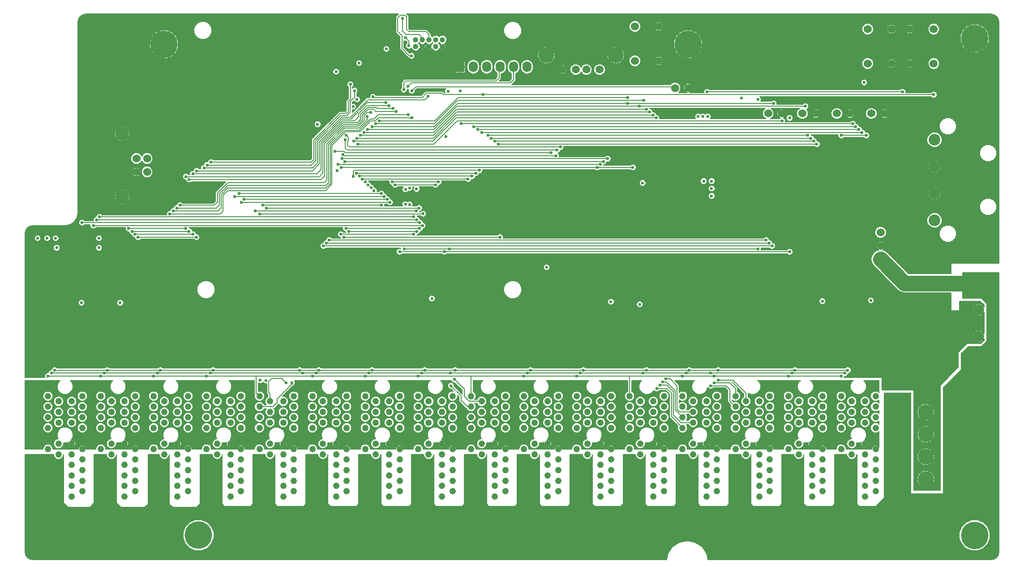
<source format=gbr>
G04 #@! TF.FileFunction,Copper,L3,Inr,Signal*
%FSLAX46Y46*%
G04 Gerber Fmt 4.6, Leading zero omitted, Abs format (unit mm)*
G04 Created by KiCad (PCBNEW 4.0.2+e4-6225~38~ubuntu14.04.1-stable) date Tue 26 Jul 2016 04:21:10 PM PDT*
%MOMM*%
G01*
G04 APERTURE LIST*
%ADD10C,0.100000*%
%ADD11C,1.230000*%
%ADD12C,3.000000*%
%ADD13C,2.200000*%
%ADD14C,2.000000*%
%ADD15C,1.524000*%
%ADD16C,2.700020*%
%ADD17C,1.016000*%
%ADD18C,5.200000*%
%ADD19R,1.727200X2.032000*%
%ADD20O,1.727200X2.032000*%
%ADD21C,1.501140*%
%ADD22C,2.999740*%
%ADD23C,0.600000*%
%ADD24C,0.150000*%
%ADD25C,0.200000*%
%ADD26C,3.000000*%
G04 APERTURE END LIST*
D10*
D11*
X158750000Y-129650000D03*
X156750000Y-128650000D03*
X158750000Y-127650000D03*
X156750000Y-126650000D03*
X158750000Y-125650000D03*
X156750000Y-124650000D03*
X158750000Y-123650000D03*
X156750000Y-122650000D03*
X158750000Y-121650000D03*
X156750000Y-120650000D03*
X158750000Y-119650000D03*
X156750000Y-116650000D03*
X158750000Y-115650000D03*
X156750000Y-114650000D03*
X158750000Y-113650000D03*
X156750000Y-112650000D03*
X158750000Y-111650000D03*
X156750000Y-110650000D03*
X161250000Y-129650000D03*
X163250000Y-128650000D03*
X161250000Y-127650000D03*
X163250000Y-126650000D03*
X161250000Y-125650000D03*
X163250000Y-124650000D03*
X161250000Y-123650000D03*
X163250000Y-122650000D03*
X161250000Y-121650000D03*
X163250000Y-120650000D03*
X161250000Y-119650000D03*
X163250000Y-116650000D03*
X161250000Y-115650000D03*
X163250000Y-114650000D03*
X161250000Y-113650000D03*
X163250000Y-112650000D03*
X161250000Y-111650000D03*
X163250000Y-110650000D03*
X108750000Y-129650000D03*
X106750000Y-128650000D03*
X108750000Y-127650000D03*
X106750000Y-126650000D03*
X108750000Y-125650000D03*
X106750000Y-124650000D03*
X108750000Y-123650000D03*
X106750000Y-122650000D03*
X108750000Y-121650000D03*
X106750000Y-120650000D03*
X108750000Y-119650000D03*
X106750000Y-116650000D03*
X108750000Y-115650000D03*
X106750000Y-114650000D03*
X108750000Y-113650000D03*
X106750000Y-112650000D03*
X108750000Y-111650000D03*
X106750000Y-110650000D03*
X111250000Y-129650000D03*
X113250000Y-128650000D03*
X111250000Y-127650000D03*
X113250000Y-126650000D03*
X111250000Y-125650000D03*
X113250000Y-124650000D03*
X111250000Y-123650000D03*
X113250000Y-122650000D03*
X111250000Y-121650000D03*
X113250000Y-120650000D03*
X111250000Y-119650000D03*
X113250000Y-116650000D03*
X111250000Y-115650000D03*
X113250000Y-114650000D03*
X111250000Y-113650000D03*
X113250000Y-112650000D03*
X111250000Y-111650000D03*
X113250000Y-110650000D03*
X68750000Y-129650000D03*
X66750000Y-128650000D03*
X68750000Y-127650000D03*
X66750000Y-126650000D03*
X68750000Y-125650000D03*
X66750000Y-124650000D03*
X68750000Y-123650000D03*
X66750000Y-122650000D03*
X68750000Y-121650000D03*
X66750000Y-120650000D03*
X68750000Y-119650000D03*
X66750000Y-116650000D03*
X68750000Y-115650000D03*
X66750000Y-114650000D03*
X68750000Y-113650000D03*
X66750000Y-112650000D03*
X68750000Y-111650000D03*
X66750000Y-110650000D03*
X71250000Y-129650000D03*
X73250000Y-128650000D03*
X71250000Y-127650000D03*
X73250000Y-126650000D03*
X71250000Y-125650000D03*
X73250000Y-124650000D03*
X71250000Y-123650000D03*
X73250000Y-122650000D03*
X71250000Y-121650000D03*
X73250000Y-120650000D03*
X71250000Y-119650000D03*
X73250000Y-116650000D03*
X71250000Y-115650000D03*
X73250000Y-114650000D03*
X71250000Y-113650000D03*
X73250000Y-112650000D03*
X71250000Y-111650000D03*
X73250000Y-110650000D03*
X168750000Y-129650000D03*
X166750000Y-128650000D03*
X168750000Y-127650000D03*
X166750000Y-126650000D03*
X168750000Y-125650000D03*
X166750000Y-124650000D03*
X168750000Y-123650000D03*
X166750000Y-122650000D03*
X168750000Y-121650000D03*
X166750000Y-120650000D03*
X168750000Y-119650000D03*
X166750000Y-116650000D03*
X168750000Y-115650000D03*
X166750000Y-114650000D03*
X168750000Y-113650000D03*
X166750000Y-112650000D03*
X168750000Y-111650000D03*
X166750000Y-110650000D03*
X171250000Y-129650000D03*
X173250000Y-128650000D03*
X171250000Y-127650000D03*
X173250000Y-126650000D03*
X171250000Y-125650000D03*
X173250000Y-124650000D03*
X171250000Y-123650000D03*
X173250000Y-122650000D03*
X171250000Y-121650000D03*
X173250000Y-120650000D03*
X171250000Y-119650000D03*
X173250000Y-116650000D03*
X171250000Y-115650000D03*
X173250000Y-114650000D03*
X171250000Y-113650000D03*
X173250000Y-112650000D03*
X171250000Y-111650000D03*
X173250000Y-110650000D03*
X178750000Y-129650000D03*
X176750000Y-128650000D03*
X178750000Y-127650000D03*
X176750000Y-126650000D03*
X178750000Y-125650000D03*
X176750000Y-124650000D03*
X178750000Y-123650000D03*
X176750000Y-122650000D03*
X178750000Y-121650000D03*
X176750000Y-120650000D03*
X178750000Y-119650000D03*
X176750000Y-116650000D03*
X178750000Y-115650000D03*
X176750000Y-114650000D03*
X178750000Y-113650000D03*
X176750000Y-112650000D03*
X178750000Y-111650000D03*
X176750000Y-110650000D03*
X181250000Y-129650000D03*
X183250000Y-128650000D03*
X181250000Y-127650000D03*
X183250000Y-126650000D03*
X181250000Y-125650000D03*
X183250000Y-124650000D03*
X181250000Y-123650000D03*
X183250000Y-122650000D03*
X181250000Y-121650000D03*
X183250000Y-120650000D03*
X181250000Y-119650000D03*
X183250000Y-116650000D03*
X181250000Y-115650000D03*
X183250000Y-114650000D03*
X181250000Y-113650000D03*
X183250000Y-112650000D03*
X181250000Y-111650000D03*
X183250000Y-110650000D03*
X188750000Y-129650000D03*
X186750000Y-128650000D03*
X188750000Y-127650000D03*
X186750000Y-126650000D03*
X188750000Y-125650000D03*
X186750000Y-124650000D03*
X188750000Y-123650000D03*
X186750000Y-122650000D03*
X188750000Y-121650000D03*
X186750000Y-120650000D03*
X188750000Y-119650000D03*
X186750000Y-116650000D03*
X188750000Y-115650000D03*
X186750000Y-114650000D03*
X188750000Y-113650000D03*
X186750000Y-112650000D03*
X188750000Y-111650000D03*
X186750000Y-110650000D03*
X191250000Y-129650000D03*
X193250000Y-128650000D03*
X191250000Y-127650000D03*
X193250000Y-126650000D03*
X191250000Y-125650000D03*
X193250000Y-124650000D03*
X191250000Y-123650000D03*
X193250000Y-122650000D03*
X191250000Y-121650000D03*
X193250000Y-120650000D03*
X191250000Y-119650000D03*
X193250000Y-116650000D03*
X191250000Y-115650000D03*
X193250000Y-114650000D03*
X191250000Y-113650000D03*
X193250000Y-112650000D03*
X191250000Y-111650000D03*
X193250000Y-110650000D03*
X198750000Y-129650000D03*
X196750000Y-128650000D03*
X198750000Y-127650000D03*
X196750000Y-126650000D03*
X198750000Y-125650000D03*
X196750000Y-124650000D03*
X198750000Y-123650000D03*
X196750000Y-122650000D03*
X198750000Y-121650000D03*
X196750000Y-120650000D03*
X198750000Y-119650000D03*
X196750000Y-116650000D03*
X198750000Y-115650000D03*
X196750000Y-114650000D03*
X198750000Y-113650000D03*
X196750000Y-112650000D03*
X198750000Y-111650000D03*
X196750000Y-110650000D03*
X201250000Y-129650000D03*
X203250000Y-128650000D03*
X201250000Y-127650000D03*
X203250000Y-126650000D03*
X201250000Y-125650000D03*
X203250000Y-124650000D03*
X201250000Y-123650000D03*
X203250000Y-122650000D03*
X201250000Y-121650000D03*
X203250000Y-120650000D03*
X201250000Y-119650000D03*
X203250000Y-116650000D03*
X201250000Y-115650000D03*
X203250000Y-114650000D03*
X201250000Y-113650000D03*
X203250000Y-112650000D03*
X201250000Y-111650000D03*
X203250000Y-110650000D03*
X78750000Y-129650000D03*
X76750000Y-128650000D03*
X78750000Y-127650000D03*
X76750000Y-126650000D03*
X78750000Y-125650000D03*
X76750000Y-124650000D03*
X78750000Y-123650000D03*
X76750000Y-122650000D03*
X78750000Y-121650000D03*
X76750000Y-120650000D03*
X78750000Y-119650000D03*
X76750000Y-116650000D03*
X78750000Y-115650000D03*
X76750000Y-114650000D03*
X78750000Y-113650000D03*
X76750000Y-112650000D03*
X78750000Y-111650000D03*
X76750000Y-110650000D03*
X81250000Y-129650000D03*
X83250000Y-128650000D03*
X81250000Y-127650000D03*
X83250000Y-126650000D03*
X81250000Y-125650000D03*
X83250000Y-124650000D03*
X81250000Y-123650000D03*
X83250000Y-122650000D03*
X81250000Y-121650000D03*
X83250000Y-120650000D03*
X81250000Y-119650000D03*
X83250000Y-116650000D03*
X81250000Y-115650000D03*
X83250000Y-114650000D03*
X81250000Y-113650000D03*
X83250000Y-112650000D03*
X81250000Y-111650000D03*
X83250000Y-110650000D03*
X88750000Y-129650000D03*
X86750000Y-128650000D03*
X88750000Y-127650000D03*
X86750000Y-126650000D03*
X88750000Y-125650000D03*
X86750000Y-124650000D03*
X88750000Y-123650000D03*
X86750000Y-122650000D03*
X88750000Y-121650000D03*
X86750000Y-120650000D03*
X88750000Y-119650000D03*
X86750000Y-116650000D03*
X88750000Y-115650000D03*
X86750000Y-114650000D03*
X88750000Y-113650000D03*
X86750000Y-112650000D03*
X88750000Y-111650000D03*
X86750000Y-110650000D03*
X91250000Y-129650000D03*
X93250000Y-128650000D03*
X91250000Y-127650000D03*
X93250000Y-126650000D03*
X91250000Y-125650000D03*
X93250000Y-124650000D03*
X91250000Y-123650000D03*
X93250000Y-122650000D03*
X91250000Y-121650000D03*
X93250000Y-120650000D03*
X91250000Y-119650000D03*
X93250000Y-116650000D03*
X91250000Y-115650000D03*
X93250000Y-114650000D03*
X91250000Y-113650000D03*
X93250000Y-112650000D03*
X91250000Y-111650000D03*
X93250000Y-110650000D03*
X98750000Y-129650000D03*
X96750000Y-128650000D03*
X98750000Y-127650000D03*
X96750000Y-126650000D03*
X98750000Y-125650000D03*
X96750000Y-124650000D03*
X98750000Y-123650000D03*
X96750000Y-122650000D03*
X98750000Y-121650000D03*
X96750000Y-120650000D03*
X98750000Y-119650000D03*
X96750000Y-116650000D03*
X98750000Y-115650000D03*
X96750000Y-114650000D03*
X98750000Y-113650000D03*
X96750000Y-112650000D03*
X98750000Y-111650000D03*
X96750000Y-110650000D03*
X101250000Y-129650000D03*
X103250000Y-128650000D03*
X101250000Y-127650000D03*
X103250000Y-126650000D03*
X101250000Y-125650000D03*
X103250000Y-124650000D03*
X101250000Y-123650000D03*
X103250000Y-122650000D03*
X101250000Y-121650000D03*
X103250000Y-120650000D03*
X101250000Y-119650000D03*
X103250000Y-116650000D03*
X101250000Y-115650000D03*
X103250000Y-114650000D03*
X101250000Y-113650000D03*
X103250000Y-112650000D03*
X101250000Y-111650000D03*
X103250000Y-110650000D03*
X118750000Y-129650000D03*
X116750000Y-128650000D03*
X118750000Y-127650000D03*
X116750000Y-126650000D03*
X118750000Y-125650000D03*
X116750000Y-124650000D03*
X118750000Y-123650000D03*
X116750000Y-122650000D03*
X118750000Y-121650000D03*
X116750000Y-120650000D03*
X118750000Y-119650000D03*
X116750000Y-116650000D03*
X118750000Y-115650000D03*
X116750000Y-114650000D03*
X118750000Y-113650000D03*
X116750000Y-112650000D03*
X118750000Y-111650000D03*
X116750000Y-110650000D03*
X121250000Y-129650000D03*
X123250000Y-128650000D03*
X121250000Y-127650000D03*
X123250000Y-126650000D03*
X121250000Y-125650000D03*
X123250000Y-124650000D03*
X121250000Y-123650000D03*
X123250000Y-122650000D03*
X121250000Y-121650000D03*
X123250000Y-120650000D03*
X121250000Y-119650000D03*
X123250000Y-116650000D03*
X121250000Y-115650000D03*
X123250000Y-114650000D03*
X121250000Y-113650000D03*
X123250000Y-112650000D03*
X121250000Y-111650000D03*
X123250000Y-110650000D03*
X128750000Y-129650000D03*
X126750000Y-128650000D03*
X128750000Y-127650000D03*
X126750000Y-126650000D03*
X128750000Y-125650000D03*
X126750000Y-124650000D03*
X128750000Y-123650000D03*
X126750000Y-122650000D03*
X128750000Y-121650000D03*
X126750000Y-120650000D03*
X128750000Y-119650000D03*
X126750000Y-116650000D03*
X128750000Y-115650000D03*
X126750000Y-114650000D03*
X128750000Y-113650000D03*
X126750000Y-112650000D03*
X128750000Y-111650000D03*
X126750000Y-110650000D03*
X131250000Y-129650000D03*
X133250000Y-128650000D03*
X131250000Y-127650000D03*
X133250000Y-126650000D03*
X131250000Y-125650000D03*
X133250000Y-124650000D03*
X131250000Y-123650000D03*
X133250000Y-122650000D03*
X131250000Y-121650000D03*
X133250000Y-120650000D03*
X131250000Y-119650000D03*
X133250000Y-116650000D03*
X131250000Y-115650000D03*
X133250000Y-114650000D03*
X131250000Y-113650000D03*
X133250000Y-112650000D03*
X131250000Y-111650000D03*
X133250000Y-110650000D03*
X138750000Y-129650000D03*
X136750000Y-128650000D03*
X138750000Y-127650000D03*
X136750000Y-126650000D03*
X138750000Y-125650000D03*
X136750000Y-124650000D03*
X138750000Y-123650000D03*
X136750000Y-122650000D03*
X138750000Y-121650000D03*
X136750000Y-120650000D03*
X138750000Y-119650000D03*
X136750000Y-116650000D03*
X138750000Y-115650000D03*
X136750000Y-114650000D03*
X138750000Y-113650000D03*
X136750000Y-112650000D03*
X138750000Y-111650000D03*
X136750000Y-110650000D03*
X141250000Y-129650000D03*
X143250000Y-128650000D03*
X141250000Y-127650000D03*
X143250000Y-126650000D03*
X141250000Y-125650000D03*
X143250000Y-124650000D03*
X141250000Y-123650000D03*
X143250000Y-122650000D03*
X141250000Y-121650000D03*
X143250000Y-120650000D03*
X141250000Y-119650000D03*
X143250000Y-116650000D03*
X141250000Y-115650000D03*
X143250000Y-114650000D03*
X141250000Y-113650000D03*
X143250000Y-112650000D03*
X141250000Y-111650000D03*
X143250000Y-110650000D03*
X148750000Y-129650000D03*
X146750000Y-128650000D03*
X148750000Y-127650000D03*
X146750000Y-126650000D03*
X148750000Y-125650000D03*
X146750000Y-124650000D03*
X148750000Y-123650000D03*
X146750000Y-122650000D03*
X148750000Y-121650000D03*
X146750000Y-120650000D03*
X148750000Y-119650000D03*
X146750000Y-116650000D03*
X148750000Y-115650000D03*
X146750000Y-114650000D03*
X148750000Y-113650000D03*
X146750000Y-112650000D03*
X148750000Y-111650000D03*
X146750000Y-110650000D03*
X151250000Y-129650000D03*
X153250000Y-128650000D03*
X151250000Y-127650000D03*
X153250000Y-126650000D03*
X151250000Y-125650000D03*
X153250000Y-124650000D03*
X151250000Y-123650000D03*
X153250000Y-122650000D03*
X151250000Y-121650000D03*
X153250000Y-120650000D03*
X151250000Y-119650000D03*
X153250000Y-116650000D03*
X151250000Y-115650000D03*
X153250000Y-114650000D03*
X151250000Y-113650000D03*
X153250000Y-112650000D03*
X151250000Y-111650000D03*
X153250000Y-110650000D03*
X208750000Y-129650000D03*
X206750000Y-128650000D03*
X208750000Y-127650000D03*
X206750000Y-126650000D03*
X208750000Y-125650000D03*
X206750000Y-124650000D03*
X208750000Y-123650000D03*
X206750000Y-122650000D03*
X208750000Y-121650000D03*
X206750000Y-120650000D03*
X208750000Y-119650000D03*
X206750000Y-116650000D03*
X208750000Y-115650000D03*
X206750000Y-114650000D03*
X208750000Y-113650000D03*
X206750000Y-112650000D03*
X208750000Y-111650000D03*
X206750000Y-110650000D03*
X211250000Y-129650000D03*
X213250000Y-128650000D03*
X211250000Y-127650000D03*
X213250000Y-126650000D03*
X211250000Y-125650000D03*
X213250000Y-124650000D03*
X211250000Y-123650000D03*
X213250000Y-122650000D03*
X211250000Y-121650000D03*
X213250000Y-120650000D03*
X211250000Y-119650000D03*
X213250000Y-116650000D03*
X211250000Y-115650000D03*
X213250000Y-114650000D03*
X211250000Y-113650000D03*
X213250000Y-112650000D03*
X211250000Y-111650000D03*
X213250000Y-110650000D03*
X218750000Y-129650000D03*
X216750000Y-128650000D03*
X218750000Y-127650000D03*
X216750000Y-126650000D03*
X218750000Y-125650000D03*
X216750000Y-124650000D03*
X218750000Y-123650000D03*
X216750000Y-122650000D03*
X218750000Y-121650000D03*
X216750000Y-120650000D03*
X218750000Y-119650000D03*
X216750000Y-116650000D03*
X218750000Y-115650000D03*
X216750000Y-114650000D03*
X218750000Y-113650000D03*
X216750000Y-112650000D03*
X218750000Y-111650000D03*
X216750000Y-110650000D03*
X221250000Y-129650000D03*
X223250000Y-128650000D03*
X221250000Y-127650000D03*
X223250000Y-126650000D03*
X221250000Y-125650000D03*
X223250000Y-124650000D03*
X221250000Y-123650000D03*
X223250000Y-122650000D03*
X221250000Y-121650000D03*
X223250000Y-120650000D03*
X221250000Y-119650000D03*
X223250000Y-116650000D03*
X221250000Y-115650000D03*
X223250000Y-114650000D03*
X221250000Y-113650000D03*
X223250000Y-112650000D03*
X221250000Y-111650000D03*
X223250000Y-110650000D03*
D12*
X232750000Y-113700000D03*
X227250000Y-113700000D03*
X232750000Y-117900000D03*
X227250000Y-117900000D03*
X232750000Y-122100000D03*
X227250000Y-122100000D03*
X232750000Y-126300000D03*
X227250000Y-126300000D03*
D13*
X234400000Y-77420000D03*
X234400000Y-72340000D03*
X234400000Y-67260000D03*
X234400000Y-62180000D03*
D14*
X242800000Y-104300000D03*
X242800000Y-99300000D03*
X242800000Y-94300000D03*
X242800000Y-89300000D03*
D15*
X85500000Y-65730000D03*
X85500000Y-68270000D03*
X83501020Y-68270000D03*
X83501020Y-65730000D03*
D16*
X80801000Y-61000520D03*
X80801000Y-72999480D03*
D15*
X229750000Y-47750000D03*
X229750000Y-41250000D03*
X234250000Y-47750000D03*
X234250000Y-41250000D03*
X224200000Y-84790000D03*
X224200000Y-82250000D03*
X224200000Y-79710000D03*
X226250000Y-41250000D03*
X226250000Y-47750000D03*
X221750000Y-41250000D03*
X221750000Y-47750000D03*
D17*
X136260000Y-44535000D03*
X136260000Y-43265000D03*
X137530000Y-44535000D03*
X137530000Y-43265000D03*
X138800000Y-44535000D03*
X138800000Y-43265000D03*
X140070000Y-44535000D03*
X140070000Y-43265000D03*
X141340000Y-44535000D03*
X141340000Y-43265000D03*
D18*
X95200000Y-136950000D03*
X88700000Y-44100000D03*
X187800000Y-44100000D03*
X242000000Y-43000000D03*
X242000000Y-137000000D03*
D19*
X144650000Y-48400000D03*
D20*
X147190000Y-48400000D03*
X149730000Y-48400000D03*
X152270000Y-48400000D03*
X154810000Y-48400000D03*
X157350000Y-48400000D03*
D15*
X182250000Y-40750000D03*
X182250000Y-47250000D03*
X177750000Y-40750000D03*
X177750000Y-47250000D03*
D21*
X164060000Y-48900000D03*
X166560000Y-48900000D03*
X168560000Y-48900000D03*
X171060000Y-48900000D03*
D22*
X160990000Y-46190000D03*
X174130000Y-46190000D03*
D15*
X215930000Y-57200000D03*
X218470000Y-57200000D03*
X222430000Y-57200000D03*
X224970000Y-57200000D03*
X209430000Y-57200000D03*
X211970000Y-57200000D03*
X202930000Y-57200000D03*
X205470000Y-57200000D03*
X185330000Y-52400000D03*
X187870000Y-52400000D03*
D23*
X173200000Y-108550000D03*
X173200000Y-92800000D03*
X178650000Y-93300000D03*
X178100000Y-108200000D03*
X121250000Y-49300000D03*
X130750000Y-45000000D03*
X125600000Y-47700000D03*
X197900000Y-54250000D03*
X192250000Y-71400000D03*
X192250000Y-70000000D03*
X192250000Y-72800000D03*
X190750000Y-70000000D03*
X179200000Y-70350000D03*
X136450000Y-71500000D03*
X142050000Y-61600000D03*
X144700000Y-52900000D03*
X142400000Y-53000000D03*
X121400000Y-68000000D03*
X117750000Y-59250000D03*
X223150000Y-108300000D03*
X222350000Y-92550000D03*
X213200000Y-108350000D03*
X213200000Y-92700000D03*
X158300000Y-108050000D03*
X161050000Y-86300000D03*
X137900000Y-108500000D03*
X139350000Y-92200000D03*
X133100000Y-108400000D03*
X121850000Y-108300000D03*
X98150000Y-108350000D03*
X93150000Y-108300000D03*
X73100000Y-93000000D03*
X73100000Y-108600000D03*
X81900000Y-108100000D03*
X80400000Y-93000000D03*
X67000000Y-103000000D03*
X62800000Y-103000000D03*
X235000000Y-110000000D03*
X235000000Y-125000000D03*
X231000000Y-125000000D03*
X231000000Y-120000000D03*
X235000000Y-120000000D03*
X235000000Y-116000000D03*
X231000000Y-116000000D03*
X231000000Y-110000000D03*
X239000000Y-100000000D03*
X239000000Y-98000000D03*
X239000000Y-96000000D03*
X237000000Y-96000000D03*
X237000000Y-98000000D03*
X237000000Y-100000000D03*
X237000000Y-102000000D03*
X237000000Y-104000000D03*
X237000000Y-106000000D03*
X235000000Y-106000000D03*
X235000000Y-104000000D03*
X235000000Y-102000000D03*
X235000000Y-100000000D03*
X235000000Y-98000000D03*
X235000000Y-96000000D03*
X233000000Y-96000000D03*
X233000000Y-98000000D03*
X233000000Y-100000000D03*
X233000000Y-102000000D03*
X233000000Y-104000000D03*
X233000000Y-106000000D03*
X87000000Y-96000000D03*
X87000000Y-98000000D03*
X87000000Y-100000000D03*
X87000000Y-102000000D03*
X87000000Y-104000000D03*
X89000000Y-104000000D03*
X89000000Y-102000000D03*
X89000000Y-100000000D03*
X89000000Y-98000000D03*
X89000000Y-96000000D03*
X93000000Y-96000000D03*
X93000000Y-98000000D03*
X93000000Y-100000000D03*
X93000000Y-102000000D03*
X93000000Y-104000000D03*
X99000000Y-104000000D03*
X99000000Y-102000000D03*
X99000000Y-100000000D03*
X99000000Y-98000000D03*
X101000000Y-96000000D03*
X101000000Y-98000000D03*
X101000000Y-100000000D03*
X101000000Y-102000000D03*
X101000000Y-104000000D03*
X110000000Y-104000000D03*
X110000000Y-102000000D03*
X110000000Y-100000000D03*
X110000000Y-98000000D03*
X110000000Y-96000000D03*
X112000000Y-96000000D03*
X112000000Y-98000000D03*
X112000000Y-100000000D03*
X112000000Y-102000000D03*
X112000000Y-104000000D03*
X114000000Y-104000000D03*
X114000000Y-102000000D03*
X114000000Y-100000000D03*
X114000000Y-98000000D03*
X114000000Y-96000000D03*
X116000000Y-96000000D03*
X116000000Y-98000000D03*
X116000000Y-100000000D03*
X116000000Y-102000000D03*
X116000000Y-104000000D03*
X118000000Y-104000000D03*
X118000000Y-102000000D03*
X118000000Y-100000000D03*
X118000000Y-98000000D03*
X118000000Y-96000000D03*
X120000000Y-96000000D03*
X120000000Y-98000000D03*
X120000000Y-100000000D03*
X120000000Y-102000000D03*
X120000000Y-104000000D03*
X122000000Y-104000000D03*
X122000000Y-102000000D03*
X122000000Y-100000000D03*
X122000000Y-98000000D03*
X122000000Y-96000000D03*
X127000000Y-96000000D03*
X127000000Y-98000000D03*
X127000000Y-100000000D03*
X127000000Y-102000000D03*
X127000000Y-104000000D03*
X131000000Y-104000000D03*
X131000000Y-102000000D03*
X131000000Y-100000000D03*
X131000000Y-98000000D03*
X131000000Y-96000000D03*
X133000000Y-96000000D03*
X133000000Y-98000000D03*
X133000000Y-100000000D03*
X133000000Y-102000000D03*
X133000000Y-104000000D03*
X137000000Y-104000000D03*
X137000000Y-102000000D03*
X137000000Y-100000000D03*
X137000000Y-98000000D03*
X137000000Y-96000000D03*
X150000000Y-96000000D03*
X150000000Y-98000000D03*
X150000000Y-100000000D03*
X150000000Y-102000000D03*
X150000000Y-104000000D03*
X152000000Y-104000000D03*
X152000000Y-102000000D03*
X152000000Y-100000000D03*
X152000000Y-98000000D03*
X152000000Y-96000000D03*
X154000000Y-96000000D03*
X154000000Y-98000000D03*
X154000000Y-100000000D03*
X154000000Y-102000000D03*
X154000000Y-104000000D03*
X156000000Y-104000000D03*
X156000000Y-102000000D03*
X156000000Y-100000000D03*
X156000000Y-98000000D03*
X156000000Y-96000000D03*
X158000000Y-96000000D03*
X158000000Y-98000000D03*
X158000000Y-100000000D03*
X158000000Y-102000000D03*
X158000000Y-104000000D03*
X160000000Y-104000000D03*
X160000000Y-102000000D03*
X160000000Y-100000000D03*
X160000000Y-98000000D03*
X160000000Y-96000000D03*
X167000000Y-96000000D03*
X167000000Y-98000000D03*
X167000000Y-100000000D03*
X167000000Y-102000000D03*
X167000000Y-104000000D03*
X169000000Y-104000000D03*
X169000000Y-102000000D03*
X169000000Y-100000000D03*
X169000000Y-98000000D03*
X169000000Y-96000000D03*
X181000000Y-96000000D03*
X181000000Y-98000000D03*
X181000000Y-100000000D03*
X181000000Y-102000000D03*
X181000000Y-104000000D03*
X186000000Y-104000000D03*
X186000000Y-102000000D03*
X186000000Y-100000000D03*
X186000000Y-98000000D03*
X186000000Y-96000000D03*
X188000000Y-96000000D03*
X188000000Y-98000000D03*
X188000000Y-100000000D03*
X188000000Y-102000000D03*
X188000000Y-104000000D03*
X190000000Y-104000000D03*
X190000000Y-102000000D03*
X190000000Y-100000000D03*
X190000000Y-98000000D03*
X190000000Y-96000000D03*
X192000000Y-96000000D03*
X192000000Y-98000000D03*
X192000000Y-100000000D03*
X192000000Y-102000000D03*
X192000000Y-104000000D03*
X233000000Y-110000000D03*
X233000000Y-108000000D03*
X231000000Y-108000000D03*
X231000000Y-106000000D03*
X231000000Y-104000000D03*
X231000000Y-102000000D03*
X231000000Y-100000000D03*
X231000000Y-98000000D03*
X231000000Y-96000000D03*
X229000000Y-96000000D03*
X229000000Y-98000000D03*
X229000000Y-100000000D03*
X229000000Y-102000000D03*
X229000000Y-104000000D03*
X229000000Y-106000000D03*
X229000000Y-108000000D03*
X227000000Y-108000000D03*
X225000000Y-108000000D03*
X225000000Y-106000000D03*
X227000000Y-106000000D03*
X227000000Y-104000000D03*
X227000000Y-102000000D03*
X227000000Y-100000000D03*
X227000000Y-98000000D03*
X227000000Y-96000000D03*
X225000000Y-96000000D03*
X225000000Y-98000000D03*
X225000000Y-100000000D03*
X225000000Y-102000000D03*
X225000000Y-104000000D03*
X218000000Y-104000000D03*
X218000000Y-102000000D03*
X218000000Y-100000000D03*
X218000000Y-98000000D03*
X218000000Y-96000000D03*
X209000000Y-96000000D03*
X209000000Y-98000000D03*
X209000000Y-100000000D03*
X209000000Y-102000000D03*
X209000000Y-104000000D03*
X207000000Y-104000000D03*
X207000000Y-102000000D03*
X207000000Y-100000000D03*
X207000000Y-98000000D03*
X207000000Y-96000000D03*
X201000000Y-96000000D03*
X201000000Y-98000000D03*
X201000000Y-100000000D03*
X201000000Y-102000000D03*
X201000000Y-104000000D03*
X196000000Y-104000000D03*
X196000000Y-102000000D03*
X196000000Y-100000000D03*
X196000000Y-98000000D03*
X196000000Y-96000000D03*
X194000000Y-96000000D03*
X194000000Y-98000000D03*
X194000000Y-100000000D03*
X194000000Y-102000000D03*
X194000000Y-104000000D03*
X68000000Y-96000000D03*
X77000000Y-96000000D03*
X77000000Y-98000000D03*
X77000000Y-100000000D03*
X77000000Y-102000000D03*
X77000000Y-104000000D03*
X79000000Y-104000000D03*
X79000000Y-102000000D03*
X79000000Y-100000000D03*
X79000000Y-98000000D03*
X79000000Y-96000000D03*
X67000000Y-97000000D03*
X68000000Y-98000000D03*
X68000000Y-100000000D03*
X67000000Y-99000000D03*
X67000000Y-95000000D03*
X68000000Y-102000000D03*
X68000000Y-104000000D03*
X67000000Y-105000000D03*
X67000000Y-101000000D03*
X116000000Y-50400000D03*
X114000000Y-50400000D03*
X112000000Y-50400000D03*
X117800000Y-50500000D03*
X117800000Y-55200000D03*
X116000000Y-55200000D03*
X114200000Y-55200000D03*
X119550000Y-55250000D03*
X204050000Y-66900000D03*
X204050000Y-66050000D03*
X193500000Y-56600000D03*
X195100000Y-56600000D03*
X194300000Y-56600000D03*
X193500000Y-57400000D03*
X76400000Y-82600000D03*
X68400000Y-82600000D03*
X68200000Y-80800000D03*
X76400000Y-80800000D03*
X66600000Y-80800000D03*
X64800000Y-80800000D03*
X191500000Y-57800000D03*
X190600000Y-57800000D03*
X189700000Y-57800000D03*
X237000000Y-132000000D03*
X237000000Y-134000000D03*
X239000000Y-132000000D03*
X193000000Y-136000000D03*
X195000000Y-136000000D03*
X193000000Y-134000000D03*
X191000000Y-136000000D03*
X193000000Y-138000000D03*
X183000000Y-134000000D03*
X183000000Y-136000000D03*
X189000000Y-134000000D03*
X187000000Y-134000000D03*
X185000000Y-134000000D03*
X181000000Y-134000000D03*
X181000000Y-138000000D03*
X169000000Y-138000000D03*
X171000000Y-138000000D03*
X173000000Y-138000000D03*
X175000000Y-138000000D03*
X177000000Y-138000000D03*
X179000000Y-138000000D03*
X169000000Y-136000000D03*
X171000000Y-136000000D03*
X173000000Y-136000000D03*
X175000000Y-136000000D03*
X177000000Y-136000000D03*
X179000000Y-136000000D03*
X181000000Y-136000000D03*
X179000000Y-134000000D03*
X177000000Y-134000000D03*
X175000000Y-134000000D03*
X173000000Y-134000000D03*
X171000000Y-134000000D03*
X169000000Y-134000000D03*
X167000000Y-134000000D03*
X101000000Y-134000000D03*
X139000000Y-138000000D03*
X141000000Y-138000000D03*
X141000000Y-140000000D03*
X191000000Y-134000000D03*
X245000000Y-102000000D03*
X243000000Y-91000000D03*
X241000000Y-91000000D03*
X241000000Y-88000000D03*
X245000000Y-88000000D03*
X245000000Y-90000000D03*
X245000000Y-92000000D03*
X245000000Y-94000000D03*
X245000000Y-96000000D03*
X245000000Y-98000000D03*
X245000000Y-100000000D03*
X245000000Y-104000000D03*
X245000000Y-108000000D03*
X243000000Y-108000000D03*
X241000000Y-108000000D03*
X239000000Y-108000000D03*
X237000000Y-110000000D03*
X239000000Y-110000000D03*
X241000000Y-110000000D03*
X243000000Y-110000000D03*
X245000000Y-110000000D03*
X245000000Y-112000000D03*
X243000000Y-112000000D03*
X241000000Y-112000000D03*
X239000000Y-112000000D03*
X237000000Y-112000000D03*
X237000000Y-114000000D03*
X239000000Y-114000000D03*
X241000000Y-114000000D03*
X243000000Y-114000000D03*
X245000000Y-114000000D03*
X245000000Y-116000000D03*
X243000000Y-116000000D03*
X241000000Y-116000000D03*
X239000000Y-116000000D03*
X237000000Y-116000000D03*
X237000000Y-118000000D03*
X239000000Y-118000000D03*
X241000000Y-118000000D03*
X243000000Y-118000000D03*
X245000000Y-118000000D03*
X245000000Y-120000000D03*
X243000000Y-120000000D03*
X241000000Y-120000000D03*
X239000000Y-120000000D03*
X237000000Y-120000000D03*
X237000000Y-122000000D03*
X239000000Y-122000000D03*
X241000000Y-122000000D03*
X243000000Y-122000000D03*
X245000000Y-122000000D03*
X245000000Y-124000000D03*
X243000000Y-124000000D03*
X241000000Y-124000000D03*
X239000000Y-124000000D03*
X237000000Y-124000000D03*
X237000000Y-126000000D03*
X239000000Y-126000000D03*
X241000000Y-126000000D03*
X243000000Y-126000000D03*
X245000000Y-126000000D03*
X245000000Y-128000000D03*
X243000000Y-128000000D03*
X241000000Y-128000000D03*
X239000000Y-128000000D03*
X237000000Y-128000000D03*
X237000000Y-130000000D03*
X239000000Y-130000000D03*
X241000000Y-130000000D03*
X243000000Y-130000000D03*
X245000000Y-130000000D03*
X245000000Y-132000000D03*
X243000000Y-132000000D03*
X241000000Y-132000000D03*
X235000000Y-132000000D03*
X235000000Y-130000000D03*
X233000000Y-130000000D03*
X231000000Y-130000000D03*
X227000000Y-130000000D03*
X229000000Y-130000000D03*
X243000000Y-102000000D03*
X241000000Y-102000000D03*
X240000000Y-103000000D03*
X240000000Y-106000000D03*
X243000000Y-106000000D03*
X245000000Y-106000000D03*
X233000000Y-138000000D03*
X231000000Y-140000000D03*
X231000000Y-136000000D03*
X231000000Y-134000000D03*
X231000000Y-138000000D03*
X233000000Y-140000000D03*
X237000000Y-140000000D03*
X235000000Y-140000000D03*
X235000000Y-138000000D03*
X237000000Y-138000000D03*
X237000000Y-136000000D03*
X235000000Y-136000000D03*
X235000000Y-134000000D03*
X233000000Y-132000000D03*
X233000000Y-134000000D03*
X233000000Y-136000000D03*
X169000000Y-140000000D03*
X171000000Y-140000000D03*
X173000000Y-140000000D03*
X175000000Y-140000000D03*
X177000000Y-140000000D03*
X179000000Y-140000000D03*
X181000000Y-140000000D03*
X137000000Y-138000000D03*
X137000000Y-140000000D03*
X135000000Y-138000000D03*
X135000000Y-136000000D03*
X131000000Y-138000000D03*
X133000000Y-138000000D03*
X133000000Y-140000000D03*
X135000000Y-140000000D03*
X131000000Y-136000000D03*
X131000000Y-140000000D03*
X129000000Y-140000000D03*
X127000000Y-134000000D03*
X125000000Y-134000000D03*
X127000000Y-136000000D03*
X129000000Y-138000000D03*
X129000000Y-136000000D03*
X129000000Y-134000000D03*
X71000000Y-134000000D03*
X73000000Y-134000000D03*
X69000000Y-138000000D03*
X69000000Y-136000000D03*
X71000000Y-138000000D03*
X69000000Y-134000000D03*
X67000000Y-134000000D03*
X67000000Y-136000000D03*
X67000000Y-138000000D03*
X75000000Y-134000000D03*
X77000000Y-136000000D03*
X77000000Y-134000000D03*
X79000000Y-134000000D03*
X81000000Y-134000000D03*
X83000000Y-134000000D03*
X85000000Y-134000000D03*
X87000000Y-134000000D03*
X89000000Y-134000000D03*
X89000000Y-136000000D03*
X87000000Y-136000000D03*
X85000000Y-136000000D03*
X83000000Y-136000000D03*
X81000000Y-136000000D03*
X79000000Y-136000000D03*
X77000000Y-138000000D03*
X79000000Y-138000000D03*
X81000000Y-138000000D03*
X83000000Y-138000000D03*
X85000000Y-138000000D03*
X87000000Y-138000000D03*
X89000000Y-138000000D03*
X89000000Y-140000000D03*
X87000000Y-140000000D03*
X85000000Y-140000000D03*
X83000000Y-140000000D03*
X81000000Y-140000000D03*
X79000000Y-140000000D03*
X77000000Y-140000000D03*
X207000000Y-134000000D03*
X205000000Y-134000000D03*
X209000000Y-140000000D03*
X211000000Y-140000000D03*
X213000000Y-140000000D03*
X215000000Y-140000000D03*
X217000000Y-140000000D03*
X219000000Y-140000000D03*
X221000000Y-140000000D03*
X221000000Y-138000000D03*
X219000000Y-138000000D03*
X217000000Y-138000000D03*
X215000000Y-138000000D03*
X213000000Y-138000000D03*
X211000000Y-138000000D03*
X209000000Y-138000000D03*
X209000000Y-136000000D03*
X211000000Y-136000000D03*
X213000000Y-136000000D03*
X215000000Y-136000000D03*
X217000000Y-136000000D03*
X219000000Y-136000000D03*
X221000000Y-136000000D03*
X221000000Y-134000000D03*
X219000000Y-134000000D03*
X217000000Y-134000000D03*
X215000000Y-134000000D03*
X213000000Y-134000000D03*
X211000000Y-134000000D03*
X209000000Y-134000000D03*
X139000000Y-140000000D03*
X133000000Y-136000000D03*
X137000000Y-136000000D03*
X139000000Y-136000000D03*
X141000000Y-136000000D03*
X141000000Y-134000000D03*
X139000000Y-134000000D03*
X137000000Y-134000000D03*
X135000000Y-134000000D03*
X133000000Y-134000000D03*
X131000000Y-134000000D03*
X191400000Y-53100000D03*
X228350000Y-53100000D03*
X187000000Y-136000000D03*
X189000000Y-136000000D03*
X185000000Y-136000000D03*
X231000000Y-132000000D03*
X227000000Y-132000000D03*
X229000000Y-132000000D03*
X225000000Y-132000000D03*
X227000000Y-134000000D03*
X225000000Y-134000000D03*
X225000000Y-136000000D03*
X227000000Y-136000000D03*
X229000000Y-136000000D03*
X229000000Y-138000000D03*
X229000000Y-134000000D03*
X223000000Y-136000000D03*
X223000000Y-134000000D03*
X225000000Y-138000000D03*
X227000000Y-138000000D03*
X223000000Y-138000000D03*
X223000000Y-140000000D03*
X225000000Y-140000000D03*
X227000000Y-140000000D03*
X229000000Y-140000000D03*
X195000000Y-134000000D03*
X197000000Y-136000000D03*
X197000000Y-134000000D03*
X199000000Y-134000000D03*
X199000000Y-136000000D03*
X201000000Y-136000000D03*
X201000000Y-134000000D03*
X203000000Y-134000000D03*
X203000000Y-136000000D03*
X205000000Y-136000000D03*
X207000000Y-136000000D03*
X195000000Y-138000000D03*
X197000000Y-138000000D03*
X195000000Y-140000000D03*
X197000000Y-140000000D03*
X199000000Y-140000000D03*
X199000000Y-138000000D03*
X201000000Y-140000000D03*
X201000000Y-138000000D03*
X203000000Y-138000000D03*
X203000000Y-140000000D03*
X205000000Y-140000000D03*
X205000000Y-138000000D03*
X207000000Y-138000000D03*
X207000000Y-140000000D03*
X125000000Y-136000000D03*
X125000000Y-138000000D03*
X123000000Y-138000000D03*
X165000000Y-140000000D03*
X161000000Y-140000000D03*
X163000000Y-140000000D03*
X157000000Y-140000000D03*
X159000000Y-140000000D03*
X153000000Y-140000000D03*
X155000000Y-140000000D03*
X149000000Y-140000000D03*
X151000000Y-140000000D03*
X145000000Y-140000000D03*
X145000000Y-138000000D03*
X145000000Y-136000000D03*
X145000000Y-134000000D03*
X149000000Y-138000000D03*
X147000000Y-138000000D03*
X147000000Y-140000000D03*
X153000000Y-138000000D03*
X151000000Y-138000000D03*
X157000000Y-138000000D03*
X155000000Y-138000000D03*
X161000000Y-138000000D03*
X159000000Y-138000000D03*
X165000000Y-138000000D03*
X163000000Y-138000000D03*
X103000000Y-134000000D03*
X107000000Y-134000000D03*
X105000000Y-134000000D03*
X109000000Y-134000000D03*
X75000000Y-138000000D03*
X69000000Y-140000000D03*
X71000000Y-140000000D03*
X65000000Y-134000000D03*
X65000000Y-136000000D03*
X65000000Y-138000000D03*
X67000000Y-140000000D03*
X65000000Y-140000000D03*
X75000000Y-140000000D03*
X73000000Y-140000000D03*
X75000000Y-136000000D03*
X73000000Y-138000000D03*
X73000000Y-136000000D03*
X71000000Y-136000000D03*
X101000000Y-140000000D03*
X101000000Y-138000000D03*
X101000000Y-136000000D03*
X103000000Y-136000000D03*
X103000000Y-138000000D03*
X103000000Y-140000000D03*
X105000000Y-140000000D03*
X105000000Y-138000000D03*
X105000000Y-136000000D03*
X107000000Y-136000000D03*
X107000000Y-138000000D03*
X107000000Y-140000000D03*
X109000000Y-140000000D03*
X109000000Y-138000000D03*
X109000000Y-136000000D03*
X111000000Y-134000000D03*
X111000000Y-136000000D03*
X111000000Y-138000000D03*
X111000000Y-140000000D03*
X113000000Y-140000000D03*
X113000000Y-138000000D03*
X113000000Y-136000000D03*
X113000000Y-134000000D03*
X115000000Y-134000000D03*
X115000000Y-136000000D03*
X115000000Y-138000000D03*
X115000000Y-140000000D03*
X117000000Y-140000000D03*
X117000000Y-138000000D03*
X117000000Y-136000000D03*
X117000000Y-134000000D03*
X119000000Y-134000000D03*
X119000000Y-136000000D03*
X119000000Y-138000000D03*
X119000000Y-140000000D03*
X121000000Y-140000000D03*
X121000000Y-138000000D03*
X121000000Y-136000000D03*
X121000000Y-134000000D03*
X123000000Y-134000000D03*
X123000000Y-136000000D03*
X123000000Y-140000000D03*
X125000000Y-140000000D03*
X127000000Y-138000000D03*
X127000000Y-140000000D03*
X165000000Y-134000000D03*
X167000000Y-136000000D03*
X167000000Y-138000000D03*
X167000000Y-140000000D03*
X143000000Y-140000000D03*
X143000000Y-138000000D03*
X143000000Y-136000000D03*
X143000000Y-134000000D03*
X165000000Y-136000000D03*
X163000000Y-136000000D03*
X163000000Y-134000000D03*
X161000000Y-134000000D03*
X161000000Y-136000000D03*
X159000000Y-136000000D03*
X159000000Y-134000000D03*
X157000000Y-134000000D03*
X157000000Y-136000000D03*
X155000000Y-136000000D03*
X155000000Y-134000000D03*
X153000000Y-134000000D03*
X153000000Y-136000000D03*
X151000000Y-136000000D03*
X151000000Y-134000000D03*
X149000000Y-134000000D03*
X149000000Y-136000000D03*
X147000000Y-136000000D03*
X147000000Y-134000000D03*
X135950000Y-76750000D03*
X76500000Y-76750000D03*
X136500000Y-77300000D03*
X75950000Y-77300000D03*
X137600000Y-78400000D03*
X75350000Y-78400000D03*
X137050000Y-77850000D03*
X73200000Y-77850000D03*
X114950000Y-106300000D03*
X112900000Y-108100000D03*
X142900000Y-106300000D03*
X142950000Y-108700000D03*
X192050000Y-106300000D03*
X192050000Y-108700000D03*
X179300000Y-106300000D03*
X137450000Y-106300000D03*
X96850000Y-66950000D03*
X124750000Y-52900000D03*
X217450000Y-106300000D03*
X67450000Y-106300000D03*
X77450000Y-106300000D03*
X87450000Y-106300000D03*
X97450000Y-106300000D03*
X117450000Y-106300000D03*
X127450000Y-106300000D03*
X157450000Y-106300000D03*
X167450000Y-106300000D03*
X187450000Y-106300000D03*
X207450000Y-106300000D03*
X111800000Y-108100000D03*
X114350000Y-105750000D03*
X143750000Y-105750000D03*
X143600000Y-107500000D03*
X193500000Y-105750000D03*
X193500000Y-107600000D03*
X179950000Y-105750000D03*
X168000000Y-105750000D03*
X158000000Y-105750000D03*
X138000000Y-105750000D03*
X123950000Y-51700000D03*
X97600000Y-66400000D03*
X68000000Y-105750000D03*
X78000000Y-105750000D03*
X88000000Y-105750000D03*
X98000000Y-105750000D03*
X118000000Y-105750000D03*
X128000000Y-105750000D03*
X188000000Y-105750000D03*
X208000000Y-105750000D03*
X218000000Y-105750000D03*
X221500000Y-61350000D03*
X216750000Y-61350000D03*
X221100000Y-51350000D03*
X192750000Y-106850000D03*
X192750000Y-108150000D03*
X136750000Y-106850000D03*
X138650000Y-53950000D03*
X96250000Y-67500000D03*
X66750000Y-106850000D03*
X76750000Y-106850000D03*
X86750000Y-106850000D03*
X96750000Y-106850000D03*
X116750000Y-106850000D03*
X126750000Y-106850000D03*
X156750000Y-106850000D03*
X166750000Y-106850000D03*
X186750000Y-106850000D03*
X206750000Y-106850000D03*
X216750000Y-106850000D03*
X130700000Y-55150000D03*
X94850000Y-68050000D03*
X83800000Y-80600000D03*
X94850000Y-80600000D03*
X131300000Y-55700000D03*
X94150000Y-68600000D03*
X83200000Y-80050000D03*
X94150000Y-80050000D03*
X93450000Y-69700000D03*
X82650000Y-79500000D03*
X93450000Y-79500000D03*
X132600000Y-56800000D03*
X132000000Y-56250000D03*
X92850000Y-69150000D03*
X82000000Y-78950000D03*
X92850000Y-78950000D03*
X127750000Y-57000000D03*
X91700000Y-74550000D03*
X127100000Y-57800000D03*
X91100000Y-75100000D03*
X134900000Y-57450000D03*
X90450000Y-75650000D03*
X134050000Y-52700000D03*
X134850000Y-52100000D03*
X89800000Y-76200000D03*
X135550000Y-58000000D03*
X130900000Y-73450000D03*
X103850000Y-73450000D03*
X103300000Y-74000000D03*
X131450000Y-74000000D03*
X102900000Y-72350000D03*
X129800000Y-72350000D03*
X130350000Y-72900000D03*
X102050000Y-72900000D03*
X107350000Y-74550000D03*
X106900000Y-107650000D03*
X129800000Y-74550000D03*
X136950000Y-75100000D03*
X108100000Y-75100000D03*
X107950000Y-107700000D03*
X105950000Y-75650000D03*
X136400000Y-75650000D03*
X106800000Y-76200000D03*
X137700000Y-76150000D03*
X123650000Y-79500000D03*
X136500000Y-79500000D03*
X123100000Y-78950000D03*
X137050000Y-78950000D03*
X152250000Y-80600000D03*
X122700000Y-80600000D03*
X135900000Y-80050000D03*
X122150000Y-80050000D03*
X126750000Y-70150000D03*
X127300000Y-70700000D03*
X128400000Y-71800000D03*
X127850000Y-71250000D03*
X201000000Y-54550000D03*
X201000000Y-82800000D03*
X135150000Y-74400000D03*
X125200000Y-54550000D03*
X135150000Y-71300000D03*
X134100000Y-82800000D03*
X142700000Y-82800000D03*
X207000000Y-58050000D03*
X207000000Y-83350000D03*
X134350000Y-74350000D03*
X124450000Y-55900000D03*
X134350000Y-71550000D03*
X133250000Y-83350000D03*
X141750000Y-83350000D03*
X140600000Y-70150000D03*
X131850000Y-70150000D03*
X132400000Y-70700000D03*
X140050000Y-70700000D03*
X148350000Y-67950000D03*
X124500000Y-69100000D03*
X125100000Y-68500000D03*
X147650000Y-68500000D03*
X125650000Y-69050000D03*
X146950000Y-69050000D03*
X126200000Y-69600000D03*
X146200000Y-69600000D03*
X123150000Y-61350000D03*
X163650000Y-63550000D03*
X163050000Y-64100000D03*
X123000000Y-62150000D03*
X162800000Y-65200000D03*
X122500000Y-64950000D03*
X161950000Y-64650000D03*
X121000000Y-64350000D03*
X122350000Y-65750000D03*
X172600000Y-65750000D03*
X122900000Y-66300000D03*
X171800000Y-66300000D03*
X171200000Y-66850000D03*
X121600000Y-66850000D03*
X122200000Y-67400000D03*
X177350000Y-67400000D03*
X170600000Y-67400000D03*
X129400000Y-58600000D03*
X176350000Y-54200000D03*
X179400000Y-54750000D03*
X128750000Y-59150000D03*
X204000000Y-55300000D03*
X128000000Y-59700000D03*
X176350000Y-55300000D03*
X210000000Y-55850000D03*
X127200000Y-60250000D03*
X178550000Y-55850000D03*
X181850000Y-109200000D03*
X179950000Y-56400000D03*
X126500000Y-60800000D03*
X180550000Y-56950000D03*
X125800000Y-61350000D03*
X182450000Y-108550000D03*
X183000000Y-107950000D03*
X181200000Y-57500000D03*
X125150000Y-61900000D03*
X183600000Y-107400000D03*
X124550000Y-62450000D03*
X181800000Y-58050000D03*
X125350000Y-63000000D03*
X205600000Y-58600000D03*
X118850000Y-82250000D03*
X203700000Y-82250000D03*
X203100000Y-81700000D03*
X119400000Y-81700000D03*
X119950000Y-81150000D03*
X202550000Y-81150000D03*
X212150000Y-63000000D03*
X151950000Y-63000000D03*
X211600000Y-62450000D03*
X151250000Y-62450000D03*
X211050000Y-61900000D03*
X150600000Y-61900000D03*
X210450000Y-61350000D03*
X149950000Y-61350000D03*
X148750000Y-60800000D03*
X220700000Y-60800000D03*
X220100000Y-60250000D03*
X148000000Y-60250000D03*
X219500000Y-59700000D03*
X147250000Y-59700000D03*
X218950000Y-59150000D03*
X144850000Y-59150000D03*
X128200000Y-54050000D03*
X234250000Y-53650000D03*
X149000000Y-53650000D03*
X133800000Y-39200000D03*
X135500000Y-46300000D03*
X134400000Y-42900000D03*
X135000000Y-44400000D03*
X135550000Y-52950000D03*
D24*
X172050000Y-118900000D02*
X172050000Y-116450000D01*
X172050000Y-116450000D02*
X172350000Y-116150000D01*
X172350000Y-116150000D02*
X172350000Y-109400000D01*
X172350000Y-109400000D02*
X173200000Y-108550000D01*
X172050000Y-118900000D02*
X171300000Y-119650000D01*
X171250000Y-119650000D02*
X171300000Y-119650000D01*
X181350000Y-119650000D02*
X182300000Y-118700000D01*
X178100000Y-110200000D02*
X178100000Y-108200000D01*
X178400000Y-110500000D02*
X178100000Y-110200000D01*
X181850000Y-110500000D02*
X178400000Y-110500000D01*
X182300000Y-110950000D02*
X181850000Y-110500000D01*
X182300000Y-118700000D02*
X182300000Y-110950000D01*
X222150000Y-118750000D02*
X222150000Y-116350000D01*
X222150000Y-116350000D02*
X222300000Y-116200000D01*
X222300000Y-116200000D02*
X222300000Y-109150000D01*
X222300000Y-109150000D02*
X223150000Y-108300000D01*
X221250000Y-119650000D02*
X222150000Y-118750000D01*
X212050000Y-119450000D02*
X212050000Y-116450000D01*
X212050000Y-116450000D02*
X212100000Y-116450000D01*
X212100000Y-116450000D02*
X212250000Y-116300000D01*
X212250000Y-116300000D02*
X212250000Y-109300000D01*
X212250000Y-109300000D02*
X213200000Y-108350000D01*
X213250000Y-120650000D02*
X212050000Y-119450000D01*
X181250000Y-119650000D02*
X181350000Y-119650000D01*
X163250000Y-119700000D02*
X162250000Y-118700000D01*
X162250000Y-118700000D02*
X162250000Y-111000000D01*
X162250000Y-111000000D02*
X161800000Y-110550000D01*
X161800000Y-110550000D02*
X159000000Y-110550000D01*
X159000000Y-110550000D02*
X158300000Y-109850000D01*
X158300000Y-109850000D02*
X158300000Y-108050000D01*
X163250000Y-120650000D02*
X163250000Y-119700000D01*
X138150000Y-108750000D02*
X137900000Y-108500000D01*
X143250000Y-120650000D02*
X143250000Y-119750000D01*
X139150000Y-110550000D02*
X138150000Y-109550000D01*
X141850000Y-110550000D02*
X139150000Y-110550000D01*
X142300000Y-111000000D02*
X141850000Y-110550000D01*
X142300000Y-118800000D02*
X142300000Y-111000000D01*
X143250000Y-119750000D02*
X142300000Y-118800000D01*
X138150000Y-109550000D02*
X138150000Y-108750000D01*
X131250000Y-119650000D02*
X131650000Y-119650000D01*
X131650000Y-119650000D02*
X132200000Y-119100000D01*
X132200000Y-109300000D02*
X133100000Y-108400000D01*
X132200000Y-119100000D02*
X132200000Y-109300000D01*
X123250000Y-120650000D02*
X123250000Y-120300000D01*
X123250000Y-120300000D02*
X122300000Y-119350000D01*
X122300000Y-108750000D02*
X121850000Y-108300000D01*
X122300000Y-119350000D02*
X122300000Y-108750000D01*
X101250000Y-119650000D02*
X101700000Y-119650000D01*
X101700000Y-119650000D02*
X102250000Y-119100000D01*
X98150000Y-109600000D02*
X98150000Y-108350000D01*
X100000000Y-111450000D02*
X98150000Y-109600000D01*
X100000000Y-112200000D02*
X100000000Y-111450000D01*
X100500000Y-112700000D02*
X100000000Y-112200000D01*
X101800000Y-112700000D02*
X100500000Y-112700000D01*
X102250000Y-113150000D02*
X101800000Y-112700000D01*
X102250000Y-119100000D02*
X102250000Y-113150000D01*
D25*
X93250000Y-120650000D02*
X93250000Y-119400000D01*
X92300000Y-109150000D02*
X93150000Y-108300000D01*
X92300000Y-118450000D02*
X92300000Y-109150000D01*
X93250000Y-119400000D02*
X92300000Y-118450000D01*
D24*
X73250000Y-120650000D02*
X73250000Y-119300000D01*
X72300000Y-109400000D02*
X73100000Y-108600000D01*
X72300000Y-118350000D02*
X72300000Y-109400000D01*
X73250000Y-119300000D02*
X72300000Y-118350000D01*
X82350000Y-119200000D02*
X82350000Y-108550000D01*
X82350000Y-108550000D02*
X81900000Y-108100000D01*
X83250000Y-120100000D02*
X82350000Y-119200000D01*
X83250000Y-120650000D02*
X83250000Y-120100000D01*
X67000000Y-103000000D02*
X62800000Y-103000000D01*
D26*
X224200000Y-84790000D02*
X228710000Y-89300000D01*
X228710000Y-89300000D02*
X242800000Y-89300000D01*
D24*
X228350000Y-53100000D02*
X220050000Y-53100000D01*
X220050000Y-53100000D02*
X191400000Y-53100000D01*
X135950000Y-76750000D02*
X76500000Y-76750000D01*
X76400000Y-77300000D02*
X75950000Y-77300000D01*
X76400000Y-77300000D02*
X136500000Y-77300000D01*
X68750000Y-115650000D02*
X68750000Y-115700000D01*
X76300000Y-78400000D02*
X75350000Y-78400000D01*
X76300000Y-78400000D02*
X137600000Y-78400000D01*
X76300000Y-77850000D02*
X73200000Y-77850000D01*
X76300000Y-77850000D02*
X137050000Y-77850000D01*
X115350000Y-106300000D02*
X114950000Y-106300000D01*
X109350000Y-112650000D02*
X106750000Y-112650000D01*
X112900000Y-108350000D02*
X112900000Y-108100000D01*
X110100000Y-111150000D02*
X112900000Y-108350000D01*
X110100000Y-111900000D02*
X110100000Y-111150000D01*
X109350000Y-112650000D02*
X110100000Y-111900000D01*
X143300000Y-106300000D02*
X142900000Y-106300000D01*
X146050000Y-112650000D02*
X146750000Y-112650000D01*
X144850000Y-110600000D02*
X142950000Y-108700000D01*
X144850000Y-111450000D02*
X144850000Y-110600000D01*
X146050000Y-112650000D02*
X144850000Y-111450000D01*
X191550000Y-106300000D02*
X192050000Y-106300000D01*
X195700000Y-111600000D02*
X196750000Y-112650000D01*
X195000000Y-108700000D02*
X192050000Y-108700000D01*
X195700000Y-109400000D02*
X195000000Y-108700000D01*
X195700000Y-111600000D02*
X195700000Y-109400000D01*
X180300000Y-106300000D02*
X179300000Y-106300000D01*
X176750000Y-112650000D02*
X176700000Y-112650000D01*
X99250000Y-66950000D02*
X96850000Y-66950000D01*
X107500000Y-66950000D02*
X99250000Y-66950000D01*
X99250000Y-66950000D02*
X99200000Y-66950000D01*
X110000000Y-66950000D02*
X107500000Y-66950000D01*
X107500000Y-66950000D02*
X107450000Y-66950000D01*
X124750000Y-54150000D02*
X123900000Y-55000000D01*
X123900000Y-55000000D02*
X123900000Y-56950000D01*
X123900000Y-56950000D02*
X123300000Y-57550000D01*
X123300000Y-57550000D02*
X122100000Y-57550000D01*
X122100000Y-57550000D02*
X117350000Y-62300000D01*
X117350000Y-62300000D02*
X117350000Y-66150000D01*
X117350000Y-66150000D02*
X116550000Y-66950000D01*
X116550000Y-66950000D02*
X110000000Y-66950000D01*
X124750000Y-52900000D02*
X124750000Y-54150000D01*
X207450000Y-106300000D02*
X217450000Y-106300000D01*
X207450000Y-106300000D02*
X197450000Y-106300000D01*
X197450000Y-106300000D02*
X191550000Y-106300000D01*
X191550000Y-106300000D02*
X187450000Y-106300000D01*
X187450000Y-106300000D02*
X180300000Y-106300000D01*
X180300000Y-106300000D02*
X177450000Y-106300000D01*
X177450000Y-106300000D02*
X167450000Y-106300000D01*
X167450000Y-106300000D02*
X157450000Y-106300000D01*
X157450000Y-106300000D02*
X147450000Y-106300000D01*
X147450000Y-106300000D02*
X143300000Y-106300000D01*
X143300000Y-106300000D02*
X137450000Y-106300000D01*
X137450000Y-106300000D02*
X127450000Y-106300000D01*
X127450000Y-106300000D02*
X117450000Y-106300000D01*
X117450000Y-106300000D02*
X115350000Y-106300000D01*
X115350000Y-106300000D02*
X107450000Y-106300000D01*
X107450000Y-106300000D02*
X97450000Y-106300000D01*
X97450000Y-106300000D02*
X87450000Y-106300000D01*
X87450000Y-106300000D02*
X77450000Y-106300000D01*
X77450000Y-106300000D02*
X67450000Y-106300000D01*
X108750000Y-110200000D02*
X108500000Y-109950000D01*
X108500000Y-109950000D02*
X108500000Y-107850000D01*
X108500000Y-107850000D02*
X109100000Y-107250000D01*
X109100000Y-107250000D02*
X110950000Y-107250000D01*
X110950000Y-107250000D02*
X111800000Y-108100000D01*
X108750000Y-111650000D02*
X108750000Y-110200000D01*
X114350000Y-105750000D02*
X114750000Y-105750000D01*
X143300000Y-105750000D02*
X143750000Y-105750000D01*
X146450000Y-111650000D02*
X148750000Y-111650000D01*
X145450000Y-109350000D02*
X143600000Y-107500000D01*
X145450000Y-110650000D02*
X145450000Y-109350000D01*
X146450000Y-111650000D02*
X145450000Y-110650000D01*
X194100000Y-105750000D02*
X193500000Y-105750000D01*
X198750000Y-110050000D02*
X198750000Y-111650000D01*
X196300000Y-107600000D02*
X193500000Y-107600000D01*
X198750000Y-110050000D02*
X196300000Y-107600000D01*
X180450000Y-105750000D02*
X179950000Y-105750000D01*
X99200000Y-66400000D02*
X97600000Y-66400000D01*
X110150000Y-66400000D02*
X108300000Y-66400000D01*
X123950000Y-54500000D02*
X123550000Y-54900000D01*
X123550000Y-54900000D02*
X123550000Y-56850000D01*
X123550000Y-56850000D02*
X123200000Y-57200000D01*
X123200000Y-57200000D02*
X122025734Y-57200000D01*
X122025734Y-57200000D02*
X117000000Y-62225734D01*
X117000000Y-62225734D02*
X117000000Y-65900000D01*
X117000000Y-65900000D02*
X116500000Y-66400000D01*
X116500000Y-66400000D02*
X110150000Y-66400000D01*
X123950000Y-51700000D02*
X123950000Y-54500000D01*
X99200000Y-66400000D02*
X108300000Y-66400000D01*
X78000000Y-105750000D02*
X68000000Y-105750000D01*
X78000000Y-105750000D02*
X88000000Y-105750000D01*
X88000000Y-105750000D02*
X98000000Y-105750000D01*
X98000000Y-105750000D02*
X108000000Y-105750000D01*
X108000000Y-105750000D02*
X114750000Y-105750000D01*
X114750000Y-105750000D02*
X118000000Y-105750000D01*
X118000000Y-105750000D02*
X128000000Y-105750000D01*
X128000000Y-105750000D02*
X138000000Y-105750000D01*
X138000000Y-105750000D02*
X143300000Y-105750000D01*
X143300000Y-105750000D02*
X148000000Y-105750000D01*
X148000000Y-105750000D02*
X158000000Y-105750000D01*
X158000000Y-105750000D02*
X168000000Y-105750000D01*
X168000000Y-105750000D02*
X178000000Y-105750000D01*
X178000000Y-105750000D02*
X180450000Y-105750000D01*
X180450000Y-105750000D02*
X188000000Y-105750000D01*
X188000000Y-105750000D02*
X194100000Y-105750000D01*
X194100000Y-105750000D02*
X198000000Y-105750000D01*
X198000000Y-105750000D02*
X208000000Y-105750000D01*
X208000000Y-105750000D02*
X218000000Y-105750000D01*
X221500000Y-61350000D02*
X216750000Y-61350000D01*
X193850000Y-106850000D02*
X192750000Y-106850000D01*
X196750000Y-109200000D02*
X196750000Y-110650000D01*
X195700000Y-108150000D02*
X192750000Y-108150000D01*
X196750000Y-109200000D02*
X195700000Y-108150000D01*
X106750000Y-110650000D02*
X106150000Y-110050000D01*
X106150000Y-106900000D02*
X106100000Y-106850000D01*
X106150000Y-110050000D02*
X106150000Y-106900000D01*
X221400000Y-48100000D02*
X221750000Y-47750000D01*
X176750000Y-110650000D02*
X176750000Y-106850000D01*
X146750000Y-110650000D02*
X146750000Y-106850000D01*
X99200000Y-67500000D02*
X96250000Y-67500000D01*
X110650000Y-67500000D02*
X106750000Y-67500000D01*
X138650000Y-54000000D02*
X138050000Y-54600000D01*
X138050000Y-54600000D02*
X127250000Y-54600000D01*
X127250000Y-54600000D02*
X123950000Y-57900000D01*
X123950000Y-57900000D02*
X122250000Y-57900000D01*
X122250000Y-57900000D02*
X117700000Y-62450000D01*
X117700000Y-62450000D02*
X117700000Y-66600000D01*
X117700000Y-66600000D02*
X116800000Y-67500000D01*
X116800000Y-67500000D02*
X110650000Y-67500000D01*
X138650000Y-53950000D02*
X138650000Y-54000000D01*
X99200000Y-67500000D02*
X106750000Y-67500000D01*
X76750000Y-106850000D02*
X66750000Y-106850000D01*
X76750000Y-106850000D02*
X86750000Y-106850000D01*
X86750000Y-106850000D02*
X96750000Y-106850000D01*
X96750000Y-106850000D02*
X106100000Y-106850000D01*
X106100000Y-106850000D02*
X106750000Y-106850000D01*
X106750000Y-106850000D02*
X116750000Y-106850000D01*
X116750000Y-106850000D02*
X126750000Y-106850000D01*
X126750000Y-106850000D02*
X136750000Y-106850000D01*
X136750000Y-106850000D02*
X146750000Y-106850000D01*
X146750000Y-106850000D02*
X156750000Y-106850000D01*
X156750000Y-106850000D02*
X166750000Y-106850000D01*
X166750000Y-106850000D02*
X176750000Y-106850000D01*
X176750000Y-106850000D02*
X186750000Y-106850000D01*
X186750000Y-106850000D02*
X193850000Y-106850000D01*
X193850000Y-106850000D02*
X196750000Y-106850000D01*
X196750000Y-106850000D02*
X206750000Y-106850000D01*
X206750000Y-106850000D02*
X216750000Y-106850000D01*
X216750000Y-106850000D02*
X216850000Y-106950000D01*
X99850000Y-68050000D02*
X94850000Y-68050000D01*
X100850000Y-68050000D02*
X99850000Y-68050000D01*
X127150000Y-55150000D02*
X124050000Y-58250000D01*
X124050000Y-58250000D02*
X122350000Y-58250000D01*
X122350000Y-58250000D02*
X118050000Y-62550000D01*
X118050000Y-62550000D02*
X118050000Y-66750000D01*
X118050000Y-66750000D02*
X116750000Y-68050000D01*
X116750000Y-68050000D02*
X100850000Y-68050000D01*
X130700000Y-55150000D02*
X127150000Y-55150000D01*
X94850000Y-80600000D02*
X83800000Y-80600000D01*
X99300000Y-68600000D02*
X94150000Y-68600000D01*
X100850000Y-68600000D02*
X99300000Y-68600000D01*
X127050000Y-55700000D02*
X125500000Y-57250000D01*
X125500000Y-57250000D02*
X125500000Y-57850000D01*
X125500000Y-57850000D02*
X124750000Y-58600000D01*
X124750000Y-58600000D02*
X122475734Y-58600000D01*
X122475734Y-58600000D02*
X118400000Y-62675734D01*
X118400000Y-62675734D02*
X118400000Y-67800000D01*
X118400000Y-67800000D02*
X117600000Y-68600000D01*
X117600000Y-68600000D02*
X100850000Y-68600000D01*
X131300000Y-55700000D02*
X127050000Y-55700000D01*
X94150000Y-80050000D02*
X83200000Y-80050000D01*
X78750000Y-115650000D02*
X78750000Y-115700000D01*
X78750000Y-115650000D02*
X78750000Y-115700000D01*
X98750000Y-69700000D02*
X93450000Y-69700000D01*
X100850000Y-69700000D02*
X98750000Y-69700000D01*
X119100000Y-69000000D02*
X118400000Y-69700000D01*
X118400000Y-69700000D02*
X100850000Y-69700000D01*
X119100000Y-62825734D02*
X119100000Y-69000000D01*
X93450000Y-79500000D02*
X82650000Y-79500000D01*
X132600000Y-56800000D02*
X128750000Y-56800000D01*
X122625734Y-59300000D02*
X119100000Y-62825734D01*
X119100000Y-62825734D02*
X119100000Y-62825734D01*
X125350000Y-59300000D02*
X122625734Y-59300000D01*
X126200000Y-58450000D02*
X125350000Y-59300000D01*
X126200000Y-57500000D02*
X126200000Y-58450000D01*
X127300000Y-56400000D02*
X126200000Y-57500000D01*
X128350000Y-56400000D02*
X127300000Y-56400000D01*
X128750000Y-56800000D02*
X128350000Y-56400000D01*
X98150000Y-69150000D02*
X92850000Y-69150000D01*
X129000000Y-56250000D02*
X128800000Y-56050000D01*
X128800000Y-56050000D02*
X127200000Y-56050000D01*
X127200000Y-56050000D02*
X125850000Y-57400000D01*
X125850000Y-57400000D02*
X125850000Y-58350000D01*
X125850000Y-58350000D02*
X125250000Y-58950000D01*
X125250000Y-58950000D02*
X122550000Y-58950000D01*
X122550000Y-58950000D02*
X118750000Y-62750000D01*
X118750000Y-62750000D02*
X118750000Y-68450000D01*
X118750000Y-68450000D02*
X118050000Y-69150000D01*
X118050000Y-69150000D02*
X100850000Y-69150000D01*
X132000000Y-56250000D02*
X129000000Y-56250000D01*
X100850000Y-69150000D02*
X98150000Y-69150000D01*
X92850000Y-78950000D02*
X82000000Y-78950000D01*
X91700000Y-74550000D02*
X98200000Y-74550000D01*
X127150000Y-57000000D02*
X126550000Y-57600000D01*
X126550000Y-57600000D02*
X126550000Y-58550000D01*
X126550000Y-58550000D02*
X125450000Y-59650000D01*
X125450000Y-59650000D02*
X122700000Y-59650000D01*
X122700000Y-59650000D02*
X119450000Y-62900000D01*
X119450000Y-62900000D02*
X119450000Y-69750000D01*
X119450000Y-69750000D02*
X118950000Y-70250000D01*
X118950000Y-70250000D02*
X100800000Y-70250000D01*
X100800000Y-70250000D02*
X98800000Y-72250000D01*
X98800000Y-72250000D02*
X98800000Y-73950000D01*
X98800000Y-73950000D02*
X98200000Y-74550000D01*
X127750000Y-57000000D02*
X127150000Y-57000000D01*
X91100000Y-75100000D02*
X98600000Y-75100000D01*
X127100000Y-58450000D02*
X125550000Y-60000000D01*
X125550000Y-60000000D02*
X122800000Y-60000000D01*
X122800000Y-60000000D02*
X119800000Y-63000000D01*
X119800000Y-63000000D02*
X119800000Y-70300000D01*
X119800000Y-70300000D02*
X119300000Y-70800000D01*
X119300000Y-70800000D02*
X100750000Y-70800000D01*
X100750000Y-70800000D02*
X99150000Y-72400000D01*
X99150000Y-72400000D02*
X99150000Y-74550000D01*
X99150000Y-74550000D02*
X98600000Y-75100000D01*
X127100000Y-57800000D02*
X127100000Y-58450000D01*
X88750000Y-115650000D02*
X88750000Y-115700000D01*
X88750000Y-115650000D02*
X88750000Y-115700000D01*
X98900000Y-75650000D02*
X90450000Y-75650000D01*
X129250000Y-57450000D02*
X128400002Y-58299998D01*
X128400002Y-58299998D02*
X127675736Y-58299998D01*
X127675736Y-58299998D02*
X125625736Y-60349998D01*
X125625736Y-60349998D02*
X122900002Y-60349998D01*
X122900002Y-60349998D02*
X120149998Y-63100002D01*
X120149998Y-63100002D02*
X120149998Y-70425736D01*
X120149998Y-70425736D02*
X119225734Y-71350000D01*
X119225734Y-71350000D02*
X100700000Y-71350000D01*
X100700000Y-71350000D02*
X99500000Y-72550000D01*
X99500000Y-72550000D02*
X99500000Y-75050000D01*
X99500000Y-75050000D02*
X98900000Y-75650000D01*
X134900000Y-57450000D02*
X129250000Y-57450000D01*
X134050000Y-52700000D02*
X134050000Y-51400000D01*
X152050000Y-50500000D02*
X152050000Y-48620000D01*
X151450000Y-51100000D02*
X152050000Y-50500000D01*
X134350000Y-51100000D02*
X151450000Y-51100000D01*
X134050000Y-51400000D02*
X134350000Y-51100000D01*
X152050000Y-48620000D02*
X152270000Y-48400000D01*
X134850000Y-52100000D02*
X135500000Y-51450000D01*
X154810000Y-50840000D02*
X154810000Y-48400000D01*
X154200000Y-51450000D02*
X154810000Y-50840000D01*
X135500000Y-51450000D02*
X154200000Y-51450000D01*
X135550000Y-58000000D02*
X129200000Y-58000000D01*
X99350000Y-76200000D02*
X90250000Y-76200000D01*
X99850000Y-75700000D02*
X99350000Y-76200000D01*
X99850000Y-72650000D02*
X99850000Y-75700000D01*
X100700000Y-71800000D02*
X99850000Y-72650000D01*
X119200000Y-71800000D02*
X100700000Y-71800000D01*
X120450000Y-70550000D02*
X119200000Y-71800000D01*
X120450000Y-63250000D02*
X120450000Y-70550000D01*
X123050000Y-60650000D02*
X120450000Y-63250000D01*
X125750000Y-60650000D02*
X123050000Y-60650000D01*
X127800000Y-58600000D02*
X125750000Y-60650000D01*
X128600000Y-58600000D02*
X127800000Y-58600000D01*
X129200000Y-58000000D02*
X128600000Y-58600000D01*
X90250000Y-76200000D02*
X89800000Y-76200000D01*
X113100000Y-73450000D02*
X103850000Y-73450000D01*
X113150000Y-73450000D02*
X130900000Y-73450000D01*
X113100000Y-73450000D02*
X113150000Y-73450000D01*
X105750000Y-74000000D02*
X113200000Y-74000000D01*
X113200000Y-74000000D02*
X131450000Y-74000000D01*
X103300000Y-74000000D02*
X105750000Y-74000000D01*
X98750000Y-115650000D02*
X98750000Y-115700000D01*
X98750000Y-115650000D02*
X98750000Y-115700000D01*
X103850000Y-72350000D02*
X129800000Y-72350000D01*
X103850000Y-72350000D02*
X102900000Y-72350000D01*
X102050000Y-72900000D02*
X108050000Y-72900000D01*
X108150000Y-72900000D02*
X130350000Y-72900000D01*
X108050000Y-72900000D02*
X108150000Y-72900000D01*
X110200000Y-74550000D02*
X107350000Y-74550000D01*
X112150000Y-74550000D02*
X110200000Y-74550000D01*
X110200000Y-74550000D02*
X110150000Y-74550000D01*
X112750000Y-74550000D02*
X112150000Y-74550000D01*
X129800000Y-74550000D02*
X112750000Y-74550000D01*
X109300000Y-75100000D02*
X108100000Y-75100000D01*
X113500000Y-75100000D02*
X111600000Y-75100000D01*
X113500000Y-75100000D02*
X134300000Y-75100000D01*
X136950000Y-75100000D02*
X134300000Y-75100000D01*
X111600000Y-75100000D02*
X109300000Y-75100000D01*
X108750000Y-115650000D02*
X108750000Y-115700000D01*
X108750000Y-115650000D02*
X108750000Y-115700000D01*
X107750000Y-75650000D02*
X105950000Y-75650000D01*
X111150000Y-75650000D02*
X107750000Y-75650000D01*
X112500000Y-75650000D02*
X134850000Y-75650000D01*
X112500000Y-75650000D02*
X111150000Y-75650000D01*
X111150000Y-75650000D02*
X111050000Y-75650000D01*
X136400000Y-75650000D02*
X134850000Y-75650000D01*
X108450000Y-76200000D02*
X106800000Y-76200000D01*
X137700000Y-76150000D02*
X137250000Y-76150000D01*
X137200000Y-76200000D02*
X111600000Y-76200000D01*
X137250000Y-76150000D02*
X137200000Y-76200000D01*
X111600000Y-76200000D02*
X108450000Y-76200000D01*
X137650000Y-76200000D02*
X137700000Y-76150000D01*
X136500000Y-79500000D02*
X123650000Y-79500000D01*
X136500000Y-79500000D02*
X126300000Y-79500000D01*
X126250000Y-79500000D02*
X126300000Y-79500000D01*
X137050000Y-78950000D02*
X122900000Y-78950000D01*
X118750000Y-115650000D02*
X118750000Y-115700000D01*
X118750000Y-115650000D02*
X118750000Y-115700000D01*
X122700000Y-80600000D02*
X127200000Y-80600000D01*
X127200000Y-80600000D02*
X127250000Y-80600000D01*
X127250000Y-80600000D02*
X135350000Y-80600000D01*
X135350000Y-80600000D02*
X152250000Y-80600000D01*
X122150000Y-80050000D02*
X126850000Y-80050000D01*
X126850000Y-80050000D02*
X135900000Y-80050000D01*
X128750000Y-115650000D02*
X128750000Y-115700000D01*
X128750000Y-115650000D02*
X128750000Y-115700000D01*
X198500000Y-82800000D02*
X201000000Y-82800000D01*
X169950000Y-82800000D02*
X198500000Y-82800000D01*
X142700000Y-82800000D02*
X134100000Y-82800000D01*
X142700000Y-82800000D02*
X169950000Y-82800000D01*
X169950000Y-82800000D02*
X170000000Y-82800000D01*
X205450000Y-83350000D02*
X207000000Y-83350000D01*
X141750000Y-83350000D02*
X169950000Y-83350000D01*
X205450000Y-83350000D02*
X169950000Y-83350000D01*
X141750000Y-83350000D02*
X133250000Y-83350000D01*
X138750000Y-115650000D02*
X138750000Y-115700000D01*
X138750000Y-115650000D02*
X138750000Y-115700000D01*
X138600000Y-70150000D02*
X135350000Y-70150000D01*
X135350000Y-70150000D02*
X131850000Y-70150000D01*
X140600000Y-70150000D02*
X138600000Y-70150000D01*
X138700000Y-70700000D02*
X140050000Y-70700000D01*
X138700000Y-70700000D02*
X132400000Y-70700000D01*
X124500000Y-69100000D02*
X124500000Y-68150000D01*
X124700000Y-67950000D02*
X148350000Y-67950000D01*
X124500000Y-68150000D02*
X124700000Y-67950000D01*
X147650000Y-68500000D02*
X125100000Y-68500000D01*
X148750000Y-115650000D02*
X148750000Y-115700000D01*
X148750000Y-115650000D02*
X148750000Y-115700000D01*
X146950000Y-69050000D02*
X125650000Y-69050000D01*
X146200000Y-69600000D02*
X126200000Y-69600000D01*
X160800000Y-63550000D02*
X163650000Y-63550000D01*
X123700000Y-63550000D02*
X123400000Y-63250000D01*
X123400000Y-63250000D02*
X123400000Y-62500000D01*
X123400000Y-62500000D02*
X123550000Y-62350000D01*
X123550000Y-62350000D02*
X123550000Y-61750000D01*
X123550000Y-61750000D02*
X123150000Y-61350000D01*
X160800000Y-63550000D02*
X123700000Y-63550000D01*
X161450000Y-64100000D02*
X123350000Y-64100000D01*
X123000000Y-63750000D02*
X123000000Y-62150000D01*
X123350000Y-64100000D02*
X123000000Y-63750000D01*
X161450000Y-64100000D02*
X163050000Y-64100000D01*
X158750000Y-115650000D02*
X158750000Y-115700000D01*
X158750000Y-115650000D02*
X158750000Y-115700000D01*
X162800000Y-65200000D02*
X161400000Y-65200000D01*
X161450000Y-65200000D02*
X161400000Y-65200000D01*
X161400000Y-65200000D02*
X122750000Y-65200000D01*
X122750000Y-65200000D02*
X122500000Y-64950000D01*
X160800000Y-64650000D02*
X161950000Y-64650000D01*
X160800000Y-64650000D02*
X123000000Y-64650000D01*
X121050000Y-64400000D02*
X121000000Y-64350000D01*
X122750000Y-64400000D02*
X121050000Y-64400000D01*
X123000000Y-64650000D02*
X122750000Y-64400000D01*
X170250000Y-65750000D02*
X172600000Y-65750000D01*
X170250000Y-65750000D02*
X122350000Y-65750000D01*
X171800000Y-66300000D02*
X170550000Y-66300000D01*
X122900000Y-66300000D02*
X170550000Y-66300000D01*
X168750000Y-115650000D02*
X168750000Y-115700000D01*
X168750000Y-115650000D02*
X168750000Y-115700000D01*
X123450000Y-66850000D02*
X121600000Y-66850000D01*
X170700000Y-66850000D02*
X123450000Y-66850000D01*
X171200000Y-66850000D02*
X170700000Y-66850000D01*
X124000000Y-67400000D02*
X122200000Y-67400000D01*
X167300000Y-67400000D02*
X124000000Y-67400000D01*
X170600000Y-67400000D02*
X167300000Y-67400000D01*
X174700000Y-67400000D02*
X177350000Y-67400000D01*
X170600000Y-67400000D02*
X174700000Y-67400000D01*
X144300000Y-54200000D02*
X176350000Y-54200000D01*
X139900000Y-58600000D02*
X144300000Y-54200000D01*
X129400000Y-58600000D02*
X139900000Y-58600000D01*
X130250000Y-59150000D02*
X139850000Y-59150000D01*
X130250000Y-59150000D02*
X128750000Y-59150000D01*
X144250000Y-54750000D02*
X177850000Y-54750000D01*
X139850000Y-59150000D02*
X144250000Y-54750000D01*
X177850000Y-54750000D02*
X179400000Y-54750000D01*
X178750000Y-115650000D02*
X178750000Y-115700000D01*
X178750000Y-115650000D02*
X178750000Y-115700000D01*
X202400000Y-55300000D02*
X204000000Y-55300000D01*
X176350000Y-55300000D02*
X202400000Y-55300000D01*
X176350000Y-55300000D02*
X144200000Y-55300000D01*
X139800000Y-59700000D02*
X144200000Y-55300000D01*
X129600000Y-59700000D02*
X128000000Y-59700000D01*
X129600000Y-59700000D02*
X139800000Y-59700000D01*
X208400000Y-55850000D02*
X210000000Y-55850000D01*
X178550000Y-55850000D02*
X208400000Y-55850000D01*
X139750000Y-60250000D02*
X144150000Y-55850000D01*
X144150000Y-55850000D02*
X177800000Y-55850000D01*
X129350000Y-60250000D02*
X127200000Y-60250000D01*
X129350000Y-60250000D02*
X139750000Y-60250000D01*
X177800000Y-55850000D02*
X178550000Y-55850000D01*
X183750000Y-109200000D02*
X181850000Y-109200000D01*
X184650000Y-110100000D02*
X183750000Y-109200000D01*
X184650000Y-114500000D02*
X184650000Y-110100000D01*
X186750000Y-116600000D02*
X184650000Y-114500000D01*
X126500000Y-60800000D02*
X139650000Y-60800000D01*
X139650000Y-60800000D02*
X144050000Y-56400000D01*
X179950000Y-56400000D02*
X144050000Y-56400000D01*
X186750000Y-116650000D02*
X186750000Y-116600000D01*
X125800000Y-61350000D02*
X139650000Y-61350000D01*
X139650000Y-61350000D02*
X144050000Y-56950000D01*
X180550000Y-56950000D02*
X144050000Y-56950000D01*
X186450000Y-115650000D02*
X188750000Y-115650000D01*
X183750000Y-108550000D02*
X182450000Y-108550000D01*
X185049998Y-109849998D02*
X183750000Y-108550000D01*
X185049998Y-114249998D02*
X185049998Y-109849998D01*
X186450000Y-115650000D02*
X185049998Y-114249998D01*
X188750000Y-115650000D02*
X188750000Y-115700000D01*
X188750000Y-115650000D02*
X188750000Y-115700000D01*
X185600000Y-113500000D02*
X185350000Y-113250000D01*
X185350000Y-113250000D02*
X185350000Y-112900000D01*
X185350000Y-112900000D02*
X185350000Y-109650000D01*
X185350000Y-109650000D02*
X183650000Y-107950000D01*
X183650000Y-107950000D02*
X183000000Y-107950000D01*
X186750000Y-114650000D02*
X185600000Y-113500000D01*
X125150000Y-61900000D02*
X139600000Y-61900000D01*
X139600000Y-61900000D02*
X144000000Y-57500000D01*
X181200000Y-57500000D02*
X144000000Y-57500000D01*
X186200000Y-113650000D02*
X185700000Y-113150000D01*
X185700000Y-113150000D02*
X185700000Y-108700000D01*
X185700000Y-108700000D02*
X184400000Y-107400000D01*
X184400000Y-107400000D02*
X183600000Y-107400000D01*
X188750000Y-113650000D02*
X186200000Y-113650000D01*
X181800000Y-58050000D02*
X143950000Y-58050000D01*
X139550000Y-62450000D02*
X143950000Y-58050000D01*
X124550000Y-62450000D02*
X139550000Y-62450000D01*
X202950000Y-58600000D02*
X205600000Y-58600000D01*
X139700000Y-63000000D02*
X144100000Y-58600000D01*
X144100000Y-58600000D02*
X202950000Y-58600000D01*
X125350000Y-63000000D02*
X139700000Y-63000000D01*
X200500000Y-82250000D02*
X203700000Y-82250000D01*
X118850000Y-82250000D02*
X193800000Y-82250000D01*
X193800000Y-82250000D02*
X200500000Y-82250000D01*
X198750000Y-115650000D02*
X198750000Y-115700000D01*
X198750000Y-115650000D02*
X198750000Y-115700000D01*
X193850000Y-81700000D02*
X199900000Y-81700000D01*
X193850000Y-81700000D02*
X119400000Y-81700000D01*
X199900000Y-81700000D02*
X203100000Y-81700000D01*
X199250000Y-81150000D02*
X202550000Y-81150000D01*
X193900000Y-81150000D02*
X119950000Y-81150000D01*
X193900000Y-81150000D02*
X199250000Y-81150000D01*
X153650000Y-63000000D02*
X151950000Y-63000000D01*
X211600000Y-63000000D02*
X212150000Y-63000000D01*
X153650000Y-63000000D02*
X211600000Y-63000000D01*
X152500000Y-62450000D02*
X151250000Y-62450000D01*
X152500000Y-62450000D02*
X211600000Y-62450000D01*
X208750000Y-115650000D02*
X208750000Y-115700000D01*
X208750000Y-115650000D02*
X208750000Y-115700000D01*
X151600000Y-61900000D02*
X150600000Y-61900000D01*
X206700000Y-61900000D02*
X211050000Y-61900000D01*
X151600000Y-61900000D02*
X206700000Y-61900000D01*
X205700000Y-61350000D02*
X210450000Y-61350000D01*
X205700000Y-61350000D02*
X149950000Y-61350000D01*
X149350000Y-60800000D02*
X148750000Y-60800000D01*
X215900000Y-60800000D02*
X220700000Y-60800000D01*
X215900000Y-60800000D02*
X149350000Y-60800000D01*
X149350000Y-60800000D02*
X149300000Y-60800000D01*
X148550000Y-60250000D02*
X148000000Y-60250000D01*
X215900000Y-60250000D02*
X148550000Y-60250000D01*
X215900000Y-60250000D02*
X220100000Y-60250000D01*
X218750000Y-115650000D02*
X218750000Y-115700000D01*
X218750000Y-115650000D02*
X218750000Y-115700000D01*
X147250000Y-59700000D02*
X215900000Y-59700000D01*
X215900000Y-59700000D02*
X219500000Y-59700000D01*
X215850000Y-59150000D02*
X144850000Y-59150000D01*
X215850000Y-59150000D02*
X218950000Y-59150000D01*
X138300000Y-53400000D02*
X137500000Y-54200000D01*
X138300000Y-53400000D02*
X141300000Y-53400000D01*
X141300000Y-53400000D02*
X141550000Y-53650000D01*
X149450000Y-53650000D02*
X141550000Y-53650000D01*
X128350000Y-54200000D02*
X128200000Y-54050000D01*
X137500000Y-54200000D02*
X128350000Y-54200000D01*
X234250000Y-53650000D02*
X161700000Y-53650000D01*
X149450000Y-53650000D02*
X161700000Y-53650000D01*
X149450000Y-53650000D02*
X149000000Y-53650000D01*
X137530000Y-43265000D02*
X137530000Y-42930000D01*
X137530000Y-42930000D02*
X136900000Y-42300000D01*
X136900000Y-42300000D02*
X134500000Y-42300000D01*
X134500000Y-42300000D02*
X133800000Y-41600000D01*
X133800000Y-41600000D02*
X133800000Y-39200000D01*
X135500000Y-46300000D02*
X135100000Y-46300000D01*
X138800000Y-42300000D02*
X138800000Y-43265000D01*
X138200000Y-41700000D02*
X138800000Y-42300000D01*
X135000000Y-41700000D02*
X138200000Y-41700000D01*
X134600000Y-41300000D02*
X135000000Y-41700000D01*
X134600000Y-39000000D02*
X134600000Y-41300000D01*
X134200000Y-38600000D02*
X134600000Y-39000000D01*
X133400000Y-38600000D02*
X134200000Y-38600000D01*
X132900000Y-39100000D02*
X133400000Y-38600000D01*
X132900000Y-41700000D02*
X132900000Y-39100000D01*
X133700000Y-42500000D02*
X132900000Y-41700000D01*
X133700000Y-44900000D02*
X133700000Y-42500000D01*
X135100000Y-46300000D02*
X133700000Y-44900000D01*
X135000000Y-43500000D02*
X134400000Y-42900000D01*
X135000000Y-44400000D02*
X135000000Y-43500000D01*
X135550000Y-52950000D02*
X136350000Y-52150000D01*
X136350000Y-52150000D02*
X185080000Y-52150000D01*
X185080000Y-52150000D02*
X185330000Y-52400000D01*
D25*
G36*
X246605000Y-139961097D02*
X246475677Y-140611245D01*
X246129435Y-141129435D01*
X245611245Y-141475677D01*
X244961096Y-141605000D01*
X191574168Y-141605000D01*
X191363376Y-140545279D01*
X191318499Y-140436937D01*
X191304396Y-140402889D01*
X190524014Y-139234966D01*
X190415034Y-139125985D01*
X189247110Y-138345604D01*
X189192392Y-138322939D01*
X189104721Y-138286624D01*
X187727061Y-138012590D01*
X187572939Y-138012590D01*
X186195279Y-138286624D01*
X186052889Y-138345604D01*
X184884966Y-139125986D01*
X184775985Y-139234966D01*
X183995605Y-140402889D01*
X183995604Y-140402890D01*
X183936624Y-140545279D01*
X183725832Y-141605000D01*
X64038903Y-141605000D01*
X63388755Y-141475677D01*
X62870565Y-141129435D01*
X62524323Y-140611245D01*
X62395000Y-139961096D01*
X62395000Y-137528276D01*
X92279494Y-137528276D01*
X92723101Y-138601886D01*
X93543793Y-139424012D01*
X94616628Y-139869492D01*
X95778276Y-139870506D01*
X96851886Y-139426899D01*
X97674012Y-138606207D01*
X98100846Y-137578276D01*
X239079494Y-137578276D01*
X239523101Y-138651886D01*
X240343793Y-139474012D01*
X241416628Y-139919492D01*
X242578276Y-139920506D01*
X243651886Y-139476899D01*
X244474012Y-138656207D01*
X244919492Y-137583372D01*
X244920506Y-136421724D01*
X244476899Y-135348114D01*
X243656207Y-134525988D01*
X242583372Y-134080508D01*
X241421724Y-134079494D01*
X240348114Y-134523101D01*
X239525988Y-135343793D01*
X239080508Y-136416628D01*
X239079494Y-137578276D01*
X98100846Y-137578276D01*
X98119492Y-137533372D01*
X98120506Y-136371724D01*
X97676899Y-135298114D01*
X96856207Y-134475988D01*
X95783372Y-134030508D01*
X94621724Y-134029494D01*
X93548114Y-134473101D01*
X92725988Y-135293793D01*
X92280508Y-136366628D01*
X92279494Y-137528276D01*
X62395000Y-137528276D01*
X62395000Y-121700000D01*
X67814956Y-121700000D01*
X67814838Y-121835167D01*
X67956883Y-122178943D01*
X68219673Y-122442192D01*
X68563201Y-122584838D01*
X68935167Y-122585162D01*
X69278943Y-122443117D01*
X69542192Y-122180327D01*
X69684838Y-121836799D01*
X69684957Y-121700000D01*
X69700000Y-121700000D01*
X69700000Y-130800000D01*
X69707879Y-130838906D01*
X69729289Y-130870711D01*
X70529289Y-131670711D01*
X70562371Y-131692650D01*
X70600000Y-131700000D01*
X74600000Y-131700000D01*
X74638906Y-131692121D01*
X74670711Y-131670711D01*
X75470711Y-130870711D01*
X75492650Y-130837629D01*
X75500000Y-130800000D01*
X75500000Y-121700000D01*
X77814956Y-121700000D01*
X77814838Y-121835167D01*
X77956883Y-122178943D01*
X78219673Y-122442192D01*
X78563201Y-122584838D01*
X78935167Y-122585162D01*
X79278943Y-122443117D01*
X79542192Y-122180327D01*
X79684838Y-121836799D01*
X79684957Y-121700000D01*
X79700000Y-121700000D01*
X79700000Y-130800000D01*
X79707879Y-130838906D01*
X79729289Y-130870711D01*
X80529289Y-131670711D01*
X80562371Y-131692650D01*
X80600000Y-131700000D01*
X85000000Y-131700000D01*
X85038906Y-131692121D01*
X85070711Y-131670711D01*
X85670711Y-131070711D01*
X85692650Y-131037629D01*
X85700000Y-131000000D01*
X85700000Y-121700000D01*
X87814956Y-121700000D01*
X87814838Y-121835167D01*
X87956883Y-122178943D01*
X88219673Y-122442192D01*
X88563201Y-122584838D01*
X88935167Y-122585162D01*
X89278943Y-122443117D01*
X89542192Y-122180327D01*
X89684838Y-121836799D01*
X89684957Y-121700000D01*
X89700000Y-121700000D01*
X89700000Y-131000000D01*
X89707879Y-131038906D01*
X89729289Y-131070711D01*
X90329289Y-131670711D01*
X90362371Y-131692650D01*
X90400000Y-131700000D01*
X94800000Y-131700000D01*
X94838906Y-131692121D01*
X94870711Y-131670711D01*
X95470711Y-131070711D01*
X95492650Y-131037629D01*
X95500000Y-131000000D01*
X95500000Y-121700000D01*
X97814956Y-121700000D01*
X97814838Y-121835167D01*
X97956883Y-122178943D01*
X98219673Y-122442192D01*
X98563201Y-122584838D01*
X98935167Y-122585162D01*
X99278943Y-122443117D01*
X99542192Y-122180327D01*
X99684838Y-121836799D01*
X99684957Y-121700000D01*
X99700000Y-121700000D01*
X99700000Y-131000000D01*
X99707879Y-131038906D01*
X99729289Y-131070711D01*
X100129289Y-131470711D01*
X100162371Y-131492650D01*
X100200000Y-131500000D01*
X105000000Y-131500000D01*
X105038906Y-131492121D01*
X105070711Y-131470711D01*
X105470711Y-131070711D01*
X105492650Y-131037629D01*
X105500000Y-131000000D01*
X105500000Y-121700000D01*
X107814956Y-121700000D01*
X107814838Y-121835167D01*
X107956883Y-122178943D01*
X108219673Y-122442192D01*
X108563201Y-122584838D01*
X108935167Y-122585162D01*
X109278943Y-122443117D01*
X109542192Y-122180327D01*
X109684838Y-121836799D01*
X109684957Y-121700000D01*
X109700000Y-121700000D01*
X109700000Y-131000000D01*
X109707879Y-131038906D01*
X109729289Y-131070711D01*
X110129289Y-131470711D01*
X110162371Y-131492650D01*
X110200000Y-131500000D01*
X115000000Y-131500000D01*
X115038906Y-131492121D01*
X115070711Y-131470711D01*
X115470711Y-131070711D01*
X115492650Y-131037629D01*
X115500000Y-131000000D01*
X115500000Y-121700000D01*
X117814956Y-121700000D01*
X117814838Y-121835167D01*
X117956883Y-122178943D01*
X118219673Y-122442192D01*
X118563201Y-122584838D01*
X118935167Y-122585162D01*
X119278943Y-122443117D01*
X119542192Y-122180327D01*
X119684838Y-121836799D01*
X119684957Y-121700000D01*
X119700000Y-121700000D01*
X119700000Y-131000000D01*
X119707879Y-131038906D01*
X119729289Y-131070711D01*
X120129289Y-131470711D01*
X120162371Y-131492650D01*
X120200000Y-131500000D01*
X125000000Y-131500000D01*
X125038906Y-131492121D01*
X125070711Y-131470711D01*
X125470711Y-131070711D01*
X125492650Y-131037629D01*
X125500000Y-131000000D01*
X125500000Y-121700000D01*
X127814956Y-121700000D01*
X127814838Y-121835167D01*
X127956883Y-122178943D01*
X128219673Y-122442192D01*
X128563201Y-122584838D01*
X128935167Y-122585162D01*
X129278943Y-122443117D01*
X129542192Y-122180327D01*
X129684838Y-121836799D01*
X129684957Y-121700000D01*
X129700000Y-121700000D01*
X129700000Y-131000000D01*
X129707879Y-131038906D01*
X129729289Y-131070711D01*
X130129289Y-131470711D01*
X130162371Y-131492650D01*
X130200000Y-131500000D01*
X135000000Y-131500000D01*
X135038906Y-131492121D01*
X135070711Y-131470711D01*
X135470711Y-131070711D01*
X135492650Y-131037629D01*
X135500000Y-131000000D01*
X135500000Y-121700000D01*
X137814956Y-121700000D01*
X137814838Y-121835167D01*
X137956883Y-122178943D01*
X138219673Y-122442192D01*
X138563201Y-122584838D01*
X138935167Y-122585162D01*
X139278943Y-122443117D01*
X139542192Y-122180327D01*
X139684838Y-121836799D01*
X139684957Y-121700000D01*
X139700000Y-121700000D01*
X139700000Y-131000000D01*
X139707879Y-131038906D01*
X139729289Y-131070711D01*
X140129289Y-131470711D01*
X140162371Y-131492650D01*
X140200000Y-131500000D01*
X145000000Y-131500000D01*
X145038906Y-131492121D01*
X145070711Y-131470711D01*
X145470711Y-131070711D01*
X145492650Y-131037629D01*
X145500000Y-131000000D01*
X145500000Y-121700000D01*
X147814956Y-121700000D01*
X147814838Y-121835167D01*
X147956883Y-122178943D01*
X148219673Y-122442192D01*
X148563201Y-122584838D01*
X148935167Y-122585162D01*
X149278943Y-122443117D01*
X149542192Y-122180327D01*
X149684838Y-121836799D01*
X149684957Y-121700000D01*
X149700000Y-121700000D01*
X149700000Y-131000000D01*
X149707879Y-131038906D01*
X149729289Y-131070711D01*
X150129289Y-131470711D01*
X150162371Y-131492650D01*
X150200000Y-131500000D01*
X155000000Y-131500000D01*
X155038906Y-131492121D01*
X155070711Y-131470711D01*
X155470711Y-131070711D01*
X155492650Y-131037629D01*
X155500000Y-131000000D01*
X155500000Y-121700000D01*
X157814956Y-121700000D01*
X157814838Y-121835167D01*
X157956883Y-122178943D01*
X158219673Y-122442192D01*
X158563201Y-122584838D01*
X158935167Y-122585162D01*
X159278943Y-122443117D01*
X159542192Y-122180327D01*
X159684838Y-121836799D01*
X159684957Y-121700000D01*
X159700000Y-121700000D01*
X159700000Y-131000000D01*
X159707879Y-131038906D01*
X159729289Y-131070711D01*
X160129289Y-131470711D01*
X160162371Y-131492650D01*
X160200000Y-131500000D01*
X165000000Y-131500000D01*
X165038906Y-131492121D01*
X165070711Y-131470711D01*
X165470711Y-131070711D01*
X165492650Y-131037629D01*
X165500000Y-131000000D01*
X165500000Y-121700000D01*
X167814956Y-121700000D01*
X167814838Y-121835167D01*
X167956883Y-122178943D01*
X168219673Y-122442192D01*
X168563201Y-122584838D01*
X168935167Y-122585162D01*
X169278943Y-122443117D01*
X169542192Y-122180327D01*
X169684838Y-121836799D01*
X169684957Y-121700000D01*
X169700000Y-121700000D01*
X169700000Y-131000000D01*
X169707879Y-131038906D01*
X169729289Y-131070711D01*
X170129289Y-131470711D01*
X170162371Y-131492650D01*
X170200000Y-131500000D01*
X175000000Y-131500000D01*
X175038906Y-131492121D01*
X175070711Y-131470711D01*
X175470711Y-131070711D01*
X175492650Y-131037629D01*
X175500000Y-131000000D01*
X175500000Y-121700000D01*
X177814956Y-121700000D01*
X177814838Y-121835167D01*
X177956883Y-122178943D01*
X178219673Y-122442192D01*
X178563201Y-122584838D01*
X178935167Y-122585162D01*
X179278943Y-122443117D01*
X179542192Y-122180327D01*
X179684838Y-121836799D01*
X179684957Y-121700000D01*
X179700000Y-121700000D01*
X179700000Y-131000000D01*
X179707879Y-131038906D01*
X179729289Y-131070711D01*
X180129289Y-131470711D01*
X180162371Y-131492650D01*
X180200000Y-131500000D01*
X185000000Y-131500000D01*
X185038906Y-131492121D01*
X185070711Y-131470711D01*
X185470711Y-131070711D01*
X185492650Y-131037629D01*
X185500000Y-131000000D01*
X185500000Y-121700000D01*
X187814956Y-121700000D01*
X187814838Y-121835167D01*
X187956883Y-122178943D01*
X188219673Y-122442192D01*
X188563201Y-122584838D01*
X188935167Y-122585162D01*
X189278943Y-122443117D01*
X189542192Y-122180327D01*
X189684838Y-121836799D01*
X189684957Y-121700000D01*
X189700000Y-121700000D01*
X189700000Y-131000000D01*
X189707879Y-131038906D01*
X189729289Y-131070711D01*
X190129289Y-131470711D01*
X190162371Y-131492650D01*
X190200000Y-131500000D01*
X195000000Y-131500000D01*
X195038906Y-131492121D01*
X195070711Y-131470711D01*
X195470711Y-131070711D01*
X195492650Y-131037629D01*
X195500000Y-131000000D01*
X195500000Y-121700000D01*
X197814956Y-121700000D01*
X197814838Y-121835167D01*
X197956883Y-122178943D01*
X198219673Y-122442192D01*
X198563201Y-122584838D01*
X198935167Y-122585162D01*
X199278943Y-122443117D01*
X199542192Y-122180327D01*
X199684838Y-121836799D01*
X199684957Y-121700000D01*
X199700000Y-121700000D01*
X199700000Y-131000000D01*
X199707879Y-131038906D01*
X199729289Y-131070711D01*
X200129289Y-131470711D01*
X200162371Y-131492650D01*
X200200000Y-131500000D01*
X205000000Y-131500000D01*
X205038906Y-131492121D01*
X205070711Y-131470711D01*
X205470711Y-131070711D01*
X205492650Y-131037629D01*
X205500000Y-131000000D01*
X205500000Y-121700000D01*
X207814956Y-121700000D01*
X207814838Y-121835167D01*
X207956883Y-122178943D01*
X208219673Y-122442192D01*
X208563201Y-122584838D01*
X208935167Y-122585162D01*
X209278943Y-122443117D01*
X209542192Y-122180327D01*
X209684838Y-121836799D01*
X209684957Y-121700000D01*
X209700000Y-121700000D01*
X209700000Y-131000000D01*
X209707879Y-131038906D01*
X209729289Y-131070711D01*
X210129289Y-131470711D01*
X210162371Y-131492650D01*
X210200000Y-131500000D01*
X215000000Y-131500000D01*
X215038906Y-131492121D01*
X215070711Y-131470711D01*
X215470711Y-131070711D01*
X215492650Y-131037629D01*
X215500000Y-131000000D01*
X215500000Y-121700000D01*
X217814956Y-121700000D01*
X217814838Y-121835167D01*
X217956883Y-122178943D01*
X218219673Y-122442192D01*
X218563201Y-122584838D01*
X218935167Y-122585162D01*
X219278943Y-122443117D01*
X219542192Y-122180327D01*
X219684838Y-121836799D01*
X219684957Y-121700000D01*
X219700000Y-121700000D01*
X219700000Y-131000000D01*
X219707879Y-131038906D01*
X219729289Y-131070711D01*
X220129289Y-131470711D01*
X220162371Y-131492650D01*
X220200000Y-131500000D01*
X223200000Y-131500000D01*
X223238906Y-131492121D01*
X223270711Y-131470711D01*
X224870711Y-129870711D01*
X224892650Y-129837629D01*
X224900000Y-129800000D01*
X224900000Y-110100000D01*
X229900000Y-110100000D01*
X229900000Y-129000000D01*
X229907879Y-129038906D01*
X229930273Y-129071681D01*
X229963654Y-129093161D01*
X230000000Y-129100000D01*
X236000000Y-129100000D01*
X236038906Y-129092121D01*
X236071681Y-129069727D01*
X236093161Y-129036346D01*
X236100000Y-129000000D01*
X236100000Y-109041422D01*
X239470711Y-105670711D01*
X239492650Y-105637629D01*
X239500000Y-105600000D01*
X239500000Y-102641422D01*
X240841422Y-101300000D01*
X243200000Y-101300000D01*
X243238906Y-101292121D01*
X243270711Y-101270711D01*
X244270711Y-100270711D01*
X244292650Y-100237629D01*
X244300000Y-100200000D01*
X244300000Y-93200000D01*
X244292121Y-93161094D01*
X244270711Y-93129289D01*
X243270711Y-92129289D01*
X243237629Y-92107350D01*
X243200000Y-92100000D01*
X239700000Y-92100000D01*
X239700000Y-87300000D01*
X246605000Y-87300000D01*
X246605000Y-139961097D01*
X246605000Y-139961097D01*
G37*
X246605000Y-139961097D02*
X246475677Y-140611245D01*
X246129435Y-141129435D01*
X245611245Y-141475677D01*
X244961096Y-141605000D01*
X191574168Y-141605000D01*
X191363376Y-140545279D01*
X191318499Y-140436937D01*
X191304396Y-140402889D01*
X190524014Y-139234966D01*
X190415034Y-139125985D01*
X189247110Y-138345604D01*
X189192392Y-138322939D01*
X189104721Y-138286624D01*
X187727061Y-138012590D01*
X187572939Y-138012590D01*
X186195279Y-138286624D01*
X186052889Y-138345604D01*
X184884966Y-139125986D01*
X184775985Y-139234966D01*
X183995605Y-140402889D01*
X183995604Y-140402890D01*
X183936624Y-140545279D01*
X183725832Y-141605000D01*
X64038903Y-141605000D01*
X63388755Y-141475677D01*
X62870565Y-141129435D01*
X62524323Y-140611245D01*
X62395000Y-139961096D01*
X62395000Y-137528276D01*
X92279494Y-137528276D01*
X92723101Y-138601886D01*
X93543793Y-139424012D01*
X94616628Y-139869492D01*
X95778276Y-139870506D01*
X96851886Y-139426899D01*
X97674012Y-138606207D01*
X98100846Y-137578276D01*
X239079494Y-137578276D01*
X239523101Y-138651886D01*
X240343793Y-139474012D01*
X241416628Y-139919492D01*
X242578276Y-139920506D01*
X243651886Y-139476899D01*
X244474012Y-138656207D01*
X244919492Y-137583372D01*
X244920506Y-136421724D01*
X244476899Y-135348114D01*
X243656207Y-134525988D01*
X242583372Y-134080508D01*
X241421724Y-134079494D01*
X240348114Y-134523101D01*
X239525988Y-135343793D01*
X239080508Y-136416628D01*
X239079494Y-137578276D01*
X98100846Y-137578276D01*
X98119492Y-137533372D01*
X98120506Y-136371724D01*
X97676899Y-135298114D01*
X96856207Y-134475988D01*
X95783372Y-134030508D01*
X94621724Y-134029494D01*
X93548114Y-134473101D01*
X92725988Y-135293793D01*
X92280508Y-136366628D01*
X92279494Y-137528276D01*
X62395000Y-137528276D01*
X62395000Y-121700000D01*
X67814956Y-121700000D01*
X67814838Y-121835167D01*
X67956883Y-122178943D01*
X68219673Y-122442192D01*
X68563201Y-122584838D01*
X68935167Y-122585162D01*
X69278943Y-122443117D01*
X69542192Y-122180327D01*
X69684838Y-121836799D01*
X69684957Y-121700000D01*
X69700000Y-121700000D01*
X69700000Y-130800000D01*
X69707879Y-130838906D01*
X69729289Y-130870711D01*
X70529289Y-131670711D01*
X70562371Y-131692650D01*
X70600000Y-131700000D01*
X74600000Y-131700000D01*
X74638906Y-131692121D01*
X74670711Y-131670711D01*
X75470711Y-130870711D01*
X75492650Y-130837629D01*
X75500000Y-130800000D01*
X75500000Y-121700000D01*
X77814956Y-121700000D01*
X77814838Y-121835167D01*
X77956883Y-122178943D01*
X78219673Y-122442192D01*
X78563201Y-122584838D01*
X78935167Y-122585162D01*
X79278943Y-122443117D01*
X79542192Y-122180327D01*
X79684838Y-121836799D01*
X79684957Y-121700000D01*
X79700000Y-121700000D01*
X79700000Y-130800000D01*
X79707879Y-130838906D01*
X79729289Y-130870711D01*
X80529289Y-131670711D01*
X80562371Y-131692650D01*
X80600000Y-131700000D01*
X85000000Y-131700000D01*
X85038906Y-131692121D01*
X85070711Y-131670711D01*
X85670711Y-131070711D01*
X85692650Y-131037629D01*
X85700000Y-131000000D01*
X85700000Y-121700000D01*
X87814956Y-121700000D01*
X87814838Y-121835167D01*
X87956883Y-122178943D01*
X88219673Y-122442192D01*
X88563201Y-122584838D01*
X88935167Y-122585162D01*
X89278943Y-122443117D01*
X89542192Y-122180327D01*
X89684838Y-121836799D01*
X89684957Y-121700000D01*
X89700000Y-121700000D01*
X89700000Y-131000000D01*
X89707879Y-131038906D01*
X89729289Y-131070711D01*
X90329289Y-131670711D01*
X90362371Y-131692650D01*
X90400000Y-131700000D01*
X94800000Y-131700000D01*
X94838906Y-131692121D01*
X94870711Y-131670711D01*
X95470711Y-131070711D01*
X95492650Y-131037629D01*
X95500000Y-131000000D01*
X95500000Y-121700000D01*
X97814956Y-121700000D01*
X97814838Y-121835167D01*
X97956883Y-122178943D01*
X98219673Y-122442192D01*
X98563201Y-122584838D01*
X98935167Y-122585162D01*
X99278943Y-122443117D01*
X99542192Y-122180327D01*
X99684838Y-121836799D01*
X99684957Y-121700000D01*
X99700000Y-121700000D01*
X99700000Y-131000000D01*
X99707879Y-131038906D01*
X99729289Y-131070711D01*
X100129289Y-131470711D01*
X100162371Y-131492650D01*
X100200000Y-131500000D01*
X105000000Y-131500000D01*
X105038906Y-131492121D01*
X105070711Y-131470711D01*
X105470711Y-131070711D01*
X105492650Y-131037629D01*
X105500000Y-131000000D01*
X105500000Y-121700000D01*
X107814956Y-121700000D01*
X107814838Y-121835167D01*
X107956883Y-122178943D01*
X108219673Y-122442192D01*
X108563201Y-122584838D01*
X108935167Y-122585162D01*
X109278943Y-122443117D01*
X109542192Y-122180327D01*
X109684838Y-121836799D01*
X109684957Y-121700000D01*
X109700000Y-121700000D01*
X109700000Y-131000000D01*
X109707879Y-131038906D01*
X109729289Y-131070711D01*
X110129289Y-131470711D01*
X110162371Y-131492650D01*
X110200000Y-131500000D01*
X115000000Y-131500000D01*
X115038906Y-131492121D01*
X115070711Y-131470711D01*
X115470711Y-131070711D01*
X115492650Y-131037629D01*
X115500000Y-131000000D01*
X115500000Y-121700000D01*
X117814956Y-121700000D01*
X117814838Y-121835167D01*
X117956883Y-122178943D01*
X118219673Y-122442192D01*
X118563201Y-122584838D01*
X118935167Y-122585162D01*
X119278943Y-122443117D01*
X119542192Y-122180327D01*
X119684838Y-121836799D01*
X119684957Y-121700000D01*
X119700000Y-121700000D01*
X119700000Y-131000000D01*
X119707879Y-131038906D01*
X119729289Y-131070711D01*
X120129289Y-131470711D01*
X120162371Y-131492650D01*
X120200000Y-131500000D01*
X125000000Y-131500000D01*
X125038906Y-131492121D01*
X125070711Y-131470711D01*
X125470711Y-131070711D01*
X125492650Y-131037629D01*
X125500000Y-131000000D01*
X125500000Y-121700000D01*
X127814956Y-121700000D01*
X127814838Y-121835167D01*
X127956883Y-122178943D01*
X128219673Y-122442192D01*
X128563201Y-122584838D01*
X128935167Y-122585162D01*
X129278943Y-122443117D01*
X129542192Y-122180327D01*
X129684838Y-121836799D01*
X129684957Y-121700000D01*
X129700000Y-121700000D01*
X129700000Y-131000000D01*
X129707879Y-131038906D01*
X129729289Y-131070711D01*
X130129289Y-131470711D01*
X130162371Y-131492650D01*
X130200000Y-131500000D01*
X135000000Y-131500000D01*
X135038906Y-131492121D01*
X135070711Y-131470711D01*
X135470711Y-131070711D01*
X135492650Y-131037629D01*
X135500000Y-131000000D01*
X135500000Y-121700000D01*
X137814956Y-121700000D01*
X137814838Y-121835167D01*
X137956883Y-122178943D01*
X138219673Y-122442192D01*
X138563201Y-122584838D01*
X138935167Y-122585162D01*
X139278943Y-122443117D01*
X139542192Y-122180327D01*
X139684838Y-121836799D01*
X139684957Y-121700000D01*
X139700000Y-121700000D01*
X139700000Y-131000000D01*
X139707879Y-131038906D01*
X139729289Y-131070711D01*
X140129289Y-131470711D01*
X140162371Y-131492650D01*
X140200000Y-131500000D01*
X145000000Y-131500000D01*
X145038906Y-131492121D01*
X145070711Y-131470711D01*
X145470711Y-131070711D01*
X145492650Y-131037629D01*
X145500000Y-131000000D01*
X145500000Y-121700000D01*
X147814956Y-121700000D01*
X147814838Y-121835167D01*
X147956883Y-122178943D01*
X148219673Y-122442192D01*
X148563201Y-122584838D01*
X148935167Y-122585162D01*
X149278943Y-122443117D01*
X149542192Y-122180327D01*
X149684838Y-121836799D01*
X149684957Y-121700000D01*
X149700000Y-121700000D01*
X149700000Y-131000000D01*
X149707879Y-131038906D01*
X149729289Y-131070711D01*
X150129289Y-131470711D01*
X150162371Y-131492650D01*
X150200000Y-131500000D01*
X155000000Y-131500000D01*
X155038906Y-131492121D01*
X155070711Y-131470711D01*
X155470711Y-131070711D01*
X155492650Y-131037629D01*
X155500000Y-131000000D01*
X155500000Y-121700000D01*
X157814956Y-121700000D01*
X157814838Y-121835167D01*
X157956883Y-122178943D01*
X158219673Y-122442192D01*
X158563201Y-122584838D01*
X158935167Y-122585162D01*
X159278943Y-122443117D01*
X159542192Y-122180327D01*
X159684838Y-121836799D01*
X159684957Y-121700000D01*
X159700000Y-121700000D01*
X159700000Y-131000000D01*
X159707879Y-131038906D01*
X159729289Y-131070711D01*
X160129289Y-131470711D01*
X160162371Y-131492650D01*
X160200000Y-131500000D01*
X165000000Y-131500000D01*
X165038906Y-131492121D01*
X165070711Y-131470711D01*
X165470711Y-131070711D01*
X165492650Y-131037629D01*
X165500000Y-131000000D01*
X165500000Y-121700000D01*
X167814956Y-121700000D01*
X167814838Y-121835167D01*
X167956883Y-122178943D01*
X168219673Y-122442192D01*
X168563201Y-122584838D01*
X168935167Y-122585162D01*
X169278943Y-122443117D01*
X169542192Y-122180327D01*
X169684838Y-121836799D01*
X169684957Y-121700000D01*
X169700000Y-121700000D01*
X169700000Y-131000000D01*
X169707879Y-131038906D01*
X169729289Y-131070711D01*
X170129289Y-131470711D01*
X170162371Y-131492650D01*
X170200000Y-131500000D01*
X175000000Y-131500000D01*
X175038906Y-131492121D01*
X175070711Y-131470711D01*
X175470711Y-131070711D01*
X175492650Y-131037629D01*
X175500000Y-131000000D01*
X175500000Y-121700000D01*
X177814956Y-121700000D01*
X177814838Y-121835167D01*
X177956883Y-122178943D01*
X178219673Y-122442192D01*
X178563201Y-122584838D01*
X178935167Y-122585162D01*
X179278943Y-122443117D01*
X179542192Y-122180327D01*
X179684838Y-121836799D01*
X179684957Y-121700000D01*
X179700000Y-121700000D01*
X179700000Y-131000000D01*
X179707879Y-131038906D01*
X179729289Y-131070711D01*
X180129289Y-131470711D01*
X180162371Y-131492650D01*
X180200000Y-131500000D01*
X185000000Y-131500000D01*
X185038906Y-131492121D01*
X185070711Y-131470711D01*
X185470711Y-131070711D01*
X185492650Y-131037629D01*
X185500000Y-131000000D01*
X185500000Y-121700000D01*
X187814956Y-121700000D01*
X187814838Y-121835167D01*
X187956883Y-122178943D01*
X188219673Y-122442192D01*
X188563201Y-122584838D01*
X188935167Y-122585162D01*
X189278943Y-122443117D01*
X189542192Y-122180327D01*
X189684838Y-121836799D01*
X189684957Y-121700000D01*
X189700000Y-121700000D01*
X189700000Y-131000000D01*
X189707879Y-131038906D01*
X189729289Y-131070711D01*
X190129289Y-131470711D01*
X190162371Y-131492650D01*
X190200000Y-131500000D01*
X195000000Y-131500000D01*
X195038906Y-131492121D01*
X195070711Y-131470711D01*
X195470711Y-131070711D01*
X195492650Y-131037629D01*
X195500000Y-131000000D01*
X195500000Y-121700000D01*
X197814956Y-121700000D01*
X197814838Y-121835167D01*
X197956883Y-122178943D01*
X198219673Y-122442192D01*
X198563201Y-122584838D01*
X198935167Y-122585162D01*
X199278943Y-122443117D01*
X199542192Y-122180327D01*
X199684838Y-121836799D01*
X199684957Y-121700000D01*
X199700000Y-121700000D01*
X199700000Y-131000000D01*
X199707879Y-131038906D01*
X199729289Y-131070711D01*
X200129289Y-131470711D01*
X200162371Y-131492650D01*
X200200000Y-131500000D01*
X205000000Y-131500000D01*
X205038906Y-131492121D01*
X205070711Y-131470711D01*
X205470711Y-131070711D01*
X205492650Y-131037629D01*
X205500000Y-131000000D01*
X205500000Y-121700000D01*
X207814956Y-121700000D01*
X207814838Y-121835167D01*
X207956883Y-122178943D01*
X208219673Y-122442192D01*
X208563201Y-122584838D01*
X208935167Y-122585162D01*
X209278943Y-122443117D01*
X209542192Y-122180327D01*
X209684838Y-121836799D01*
X209684957Y-121700000D01*
X209700000Y-121700000D01*
X209700000Y-131000000D01*
X209707879Y-131038906D01*
X209729289Y-131070711D01*
X210129289Y-131470711D01*
X210162371Y-131492650D01*
X210200000Y-131500000D01*
X215000000Y-131500000D01*
X215038906Y-131492121D01*
X215070711Y-131470711D01*
X215470711Y-131070711D01*
X215492650Y-131037629D01*
X215500000Y-131000000D01*
X215500000Y-121700000D01*
X217814956Y-121700000D01*
X217814838Y-121835167D01*
X217956883Y-122178943D01*
X218219673Y-122442192D01*
X218563201Y-122584838D01*
X218935167Y-122585162D01*
X219278943Y-122443117D01*
X219542192Y-122180327D01*
X219684838Y-121836799D01*
X219684957Y-121700000D01*
X219700000Y-121700000D01*
X219700000Y-131000000D01*
X219707879Y-131038906D01*
X219729289Y-131070711D01*
X220129289Y-131470711D01*
X220162371Y-131492650D01*
X220200000Y-131500000D01*
X223200000Y-131500000D01*
X223238906Y-131492121D01*
X223270711Y-131470711D01*
X224870711Y-129870711D01*
X224892650Y-129837629D01*
X224900000Y-129800000D01*
X224900000Y-110100000D01*
X229900000Y-110100000D01*
X229900000Y-129000000D01*
X229907879Y-129038906D01*
X229930273Y-129071681D01*
X229963654Y-129093161D01*
X230000000Y-129100000D01*
X236000000Y-129100000D01*
X236038906Y-129092121D01*
X236071681Y-129069727D01*
X236093161Y-129036346D01*
X236100000Y-129000000D01*
X236100000Y-109041422D01*
X239470711Y-105670711D01*
X239492650Y-105637629D01*
X239500000Y-105600000D01*
X239500000Y-102641422D01*
X240841422Y-101300000D01*
X243200000Y-101300000D01*
X243238906Y-101292121D01*
X243270711Y-101270711D01*
X244270711Y-100270711D01*
X244292650Y-100237629D01*
X244300000Y-100200000D01*
X244300000Y-93200000D01*
X244292121Y-93161094D01*
X244270711Y-93129289D01*
X243270711Y-92129289D01*
X243237629Y-92107350D01*
X243200000Y-92100000D01*
X239700000Y-92100000D01*
X239700000Y-87300000D01*
X246605000Y-87300000D01*
X246605000Y-139961097D01*
G36*
X68733340Y-108002045D02*
X68505260Y-108551321D01*
X68504741Y-109146069D01*
X68731861Y-109695743D01*
X69152045Y-110116660D01*
X69701321Y-110344740D01*
X70296069Y-110345259D01*
X70845743Y-110118139D01*
X71266660Y-109697955D01*
X71494740Y-109148679D01*
X71495259Y-108553931D01*
X71268139Y-108004257D01*
X70964412Y-107700000D01*
X79035912Y-107700000D01*
X78733340Y-108002045D01*
X78505260Y-108551321D01*
X78504741Y-109146069D01*
X78731861Y-109695743D01*
X79152045Y-110116660D01*
X79701321Y-110344740D01*
X80296069Y-110345259D01*
X80845743Y-110118139D01*
X81266660Y-109697955D01*
X81494740Y-109148679D01*
X81495259Y-108553931D01*
X81268139Y-108004257D01*
X80964412Y-107700000D01*
X89035912Y-107700000D01*
X88733340Y-108002045D01*
X88505260Y-108551321D01*
X88504741Y-109146069D01*
X88731861Y-109695743D01*
X89152045Y-110116660D01*
X89701321Y-110344740D01*
X90296069Y-110345259D01*
X90845743Y-110118139D01*
X91266660Y-109697955D01*
X91494740Y-109148679D01*
X91495259Y-108553931D01*
X91268139Y-108004257D01*
X90964412Y-107700000D01*
X99035912Y-107700000D01*
X98733340Y-108002045D01*
X98505260Y-108551321D01*
X98504741Y-109146069D01*
X98731861Y-109695743D01*
X99152045Y-110116660D01*
X99701321Y-110344740D01*
X100296069Y-110345259D01*
X100845743Y-110118139D01*
X101266660Y-109697955D01*
X101494740Y-109148679D01*
X101495259Y-108553931D01*
X101268139Y-108004257D01*
X100964412Y-107700000D01*
X105755000Y-107700000D01*
X105755000Y-110050000D01*
X105785068Y-110201160D01*
X105870693Y-110329307D01*
X105870740Y-110329354D01*
X105815162Y-110463201D01*
X105814838Y-110835167D01*
X105956883Y-111178943D01*
X106219673Y-111442192D01*
X106563201Y-111584838D01*
X106935167Y-111585162D01*
X107278943Y-111443117D01*
X107542192Y-111180327D01*
X107684838Y-110836799D01*
X107685162Y-110464833D01*
X107543117Y-110121057D01*
X107280327Y-109857808D01*
X106936799Y-109715162D01*
X106564833Y-109714838D01*
X106545000Y-109723033D01*
X106545000Y-108171959D01*
X106548339Y-108175304D01*
X106776133Y-108269893D01*
X107022785Y-108270108D01*
X107250743Y-108175917D01*
X107410081Y-108016857D01*
X107424083Y-108050743D01*
X107598339Y-108225304D01*
X107826133Y-108319893D01*
X108072785Y-108320108D01*
X108105000Y-108306797D01*
X108105000Y-109950000D01*
X108135068Y-110101160D01*
X108220693Y-110229307D01*
X108355000Y-110363614D01*
X108355000Y-110801539D01*
X108221057Y-110856883D01*
X107957808Y-111119673D01*
X107815162Y-111463201D01*
X107814838Y-111835167D01*
X107956883Y-112178943D01*
X108032807Y-112255000D01*
X107598461Y-112255000D01*
X107543117Y-112121057D01*
X107280327Y-111857808D01*
X106936799Y-111715162D01*
X106564833Y-111714838D01*
X106221057Y-111856883D01*
X105957808Y-112119673D01*
X105815162Y-112463201D01*
X105814838Y-112835167D01*
X105956883Y-113178943D01*
X106219673Y-113442192D01*
X106563201Y-113584838D01*
X106935167Y-113585162D01*
X107278943Y-113443117D01*
X107542192Y-113180327D01*
X107598385Y-113045000D01*
X108032611Y-113045000D01*
X107957808Y-113119673D01*
X107815162Y-113463201D01*
X107814838Y-113835167D01*
X107956883Y-114178943D01*
X108219673Y-114442192D01*
X108563201Y-114584838D01*
X108935167Y-114585162D01*
X109278943Y-114443117D01*
X109542192Y-114180327D01*
X109684838Y-113836799D01*
X109684839Y-113835167D01*
X110314838Y-113835167D01*
X110456883Y-114178943D01*
X110719673Y-114442192D01*
X111063201Y-114584838D01*
X111435167Y-114585162D01*
X111778943Y-114443117D01*
X112042192Y-114180327D01*
X112184838Y-113836799D01*
X112185162Y-113464833D01*
X112043117Y-113121057D01*
X111780327Y-112857808D01*
X111725802Y-112835167D01*
X112314838Y-112835167D01*
X112456883Y-113178943D01*
X112719673Y-113442192D01*
X113063201Y-113584838D01*
X113435167Y-113585162D01*
X113778943Y-113443117D01*
X114042192Y-113180327D01*
X114184838Y-112836799D01*
X114184839Y-112835167D01*
X115814838Y-112835167D01*
X115956883Y-113178943D01*
X116219673Y-113442192D01*
X116563201Y-113584838D01*
X116935167Y-113585162D01*
X117278943Y-113443117D01*
X117542192Y-113180327D01*
X117684838Y-112836799D01*
X117685162Y-112464833D01*
X117543117Y-112121057D01*
X117280327Y-111857808D01*
X117225802Y-111835167D01*
X117814838Y-111835167D01*
X117956883Y-112178943D01*
X118219673Y-112442192D01*
X118563201Y-112584838D01*
X118935167Y-112585162D01*
X119278943Y-112443117D01*
X119542192Y-112180327D01*
X119684838Y-111836799D01*
X119684839Y-111835167D01*
X120314838Y-111835167D01*
X120456883Y-112178943D01*
X120719673Y-112442192D01*
X121063201Y-112584838D01*
X121435167Y-112585162D01*
X121778943Y-112443117D01*
X122042192Y-112180327D01*
X122184838Y-111836799D01*
X122185162Y-111464833D01*
X122043117Y-111121057D01*
X121780327Y-110857808D01*
X121725802Y-110835167D01*
X122314838Y-110835167D01*
X122456883Y-111178943D01*
X122719673Y-111442192D01*
X123063201Y-111584838D01*
X123435167Y-111585162D01*
X123778943Y-111443117D01*
X124042192Y-111180327D01*
X124184838Y-110836799D01*
X124184839Y-110835167D01*
X125814838Y-110835167D01*
X125956883Y-111178943D01*
X126219673Y-111442192D01*
X126563201Y-111584838D01*
X126935167Y-111585162D01*
X127278943Y-111443117D01*
X127542192Y-111180327D01*
X127684838Y-110836799D01*
X127685162Y-110464833D01*
X127543117Y-110121057D01*
X127280327Y-109857808D01*
X126936799Y-109715162D01*
X126564833Y-109714838D01*
X126221057Y-109856883D01*
X125957808Y-110119673D01*
X125815162Y-110463201D01*
X125814838Y-110835167D01*
X124184839Y-110835167D01*
X124185162Y-110464833D01*
X124043117Y-110121057D01*
X123780327Y-109857808D01*
X123436799Y-109715162D01*
X123064833Y-109714838D01*
X122721057Y-109856883D01*
X122457808Y-110119673D01*
X122315162Y-110463201D01*
X122314838Y-110835167D01*
X121725802Y-110835167D01*
X121436799Y-110715162D01*
X121064833Y-110714838D01*
X120721057Y-110856883D01*
X120457808Y-111119673D01*
X120315162Y-111463201D01*
X120314838Y-111835167D01*
X119684839Y-111835167D01*
X119685162Y-111464833D01*
X119543117Y-111121057D01*
X119280327Y-110857808D01*
X118936799Y-110715162D01*
X118564833Y-110714838D01*
X118221057Y-110856883D01*
X117957808Y-111119673D01*
X117815162Y-111463201D01*
X117814838Y-111835167D01*
X117225802Y-111835167D01*
X116936799Y-111715162D01*
X116564833Y-111714838D01*
X116221057Y-111856883D01*
X115957808Y-112119673D01*
X115815162Y-112463201D01*
X115814838Y-112835167D01*
X114184839Y-112835167D01*
X114185162Y-112464833D01*
X114043117Y-112121057D01*
X113780327Y-111857808D01*
X113436799Y-111715162D01*
X113064833Y-111714838D01*
X112721057Y-111856883D01*
X112457808Y-112119673D01*
X112315162Y-112463201D01*
X112314838Y-112835167D01*
X111725802Y-112835167D01*
X111436799Y-112715162D01*
X111064833Y-112714838D01*
X110721057Y-112856883D01*
X110457808Y-113119673D01*
X110315162Y-113463201D01*
X110314838Y-113835167D01*
X109684839Y-113835167D01*
X109685162Y-113464833D01*
X109543117Y-113121057D01*
X109447777Y-113025551D01*
X109501160Y-113014932D01*
X109629307Y-112929307D01*
X110379307Y-112179307D01*
X110427334Y-112107429D01*
X110456883Y-112178943D01*
X110719673Y-112442192D01*
X111063201Y-112584838D01*
X111435167Y-112585162D01*
X111778943Y-112443117D01*
X112042192Y-112180327D01*
X112184838Y-111836799D01*
X112185162Y-111464833D01*
X112043117Y-111121057D01*
X111780327Y-110857808D01*
X111725802Y-110835167D01*
X112314838Y-110835167D01*
X112456883Y-111178943D01*
X112719673Y-111442192D01*
X113063201Y-111584838D01*
X113435167Y-111585162D01*
X113778943Y-111443117D01*
X114042192Y-111180327D01*
X114184838Y-110836799D01*
X114184839Y-110835167D01*
X115814838Y-110835167D01*
X115956883Y-111178943D01*
X116219673Y-111442192D01*
X116563201Y-111584838D01*
X116935167Y-111585162D01*
X117278943Y-111443117D01*
X117542192Y-111180327D01*
X117684838Y-110836799D01*
X117685162Y-110464833D01*
X117543117Y-110121057D01*
X117280327Y-109857808D01*
X116936799Y-109715162D01*
X116564833Y-109714838D01*
X116221057Y-109856883D01*
X115957808Y-110119673D01*
X115815162Y-110463201D01*
X115814838Y-110835167D01*
X114184839Y-110835167D01*
X114185162Y-110464833D01*
X114043117Y-110121057D01*
X113780327Y-109857808D01*
X113436799Y-109715162D01*
X113064833Y-109714838D01*
X112721057Y-109856883D01*
X112457808Y-110119673D01*
X112315162Y-110463201D01*
X112314838Y-110835167D01*
X111725802Y-110835167D01*
X111436799Y-110715162D01*
X111093751Y-110714863D01*
X113134783Y-108673831D01*
X113250743Y-108625917D01*
X113425304Y-108451661D01*
X113519893Y-108223867D01*
X113520108Y-107977215D01*
X113425917Y-107749257D01*
X113376746Y-107700000D01*
X119035912Y-107700000D01*
X118733340Y-108002045D01*
X118505260Y-108551321D01*
X118504741Y-109146069D01*
X118731861Y-109695743D01*
X119152045Y-110116660D01*
X119701321Y-110344740D01*
X120296069Y-110345259D01*
X120845743Y-110118139D01*
X121266660Y-109697955D01*
X121494740Y-109148679D01*
X121495259Y-108553931D01*
X121268139Y-108004257D01*
X120964412Y-107700000D01*
X129035912Y-107700000D01*
X128733340Y-108002045D01*
X128505260Y-108551321D01*
X128504741Y-109146069D01*
X128731861Y-109695743D01*
X129152045Y-110116660D01*
X129701321Y-110344740D01*
X130296069Y-110345259D01*
X130845743Y-110118139D01*
X131266660Y-109697955D01*
X131494740Y-109148679D01*
X131495259Y-108553931D01*
X131268139Y-108004257D01*
X130964412Y-107700000D01*
X139035912Y-107700000D01*
X138733340Y-108002045D01*
X138505260Y-108551321D01*
X138504741Y-109146069D01*
X138731861Y-109695743D01*
X139152045Y-110116660D01*
X139701321Y-110344740D01*
X140296069Y-110345259D01*
X140845743Y-110118139D01*
X141266660Y-109697955D01*
X141494740Y-109148679D01*
X141495259Y-108553931D01*
X141268139Y-108004257D01*
X140964412Y-107700000D01*
X143011797Y-107700000D01*
X143074083Y-107850743D01*
X143248339Y-108025304D01*
X143476133Y-108119893D01*
X143661441Y-108120055D01*
X145055000Y-109513614D01*
X145055000Y-110246386D01*
X143569948Y-108761334D01*
X143570108Y-108577215D01*
X143475917Y-108349257D01*
X143301661Y-108174696D01*
X143073867Y-108080107D01*
X142827215Y-108079892D01*
X142599257Y-108174083D01*
X142424696Y-108348339D01*
X142330107Y-108576133D01*
X142329892Y-108822785D01*
X142424083Y-109050743D01*
X142598339Y-109225304D01*
X142826133Y-109319893D01*
X143011441Y-109320055D01*
X143406522Y-109715136D01*
X143064833Y-109714838D01*
X142721057Y-109856883D01*
X142457808Y-110119673D01*
X142315162Y-110463201D01*
X142314838Y-110835167D01*
X142456883Y-111178943D01*
X142719673Y-111442192D01*
X143063201Y-111584838D01*
X143435167Y-111585162D01*
X143778943Y-111443117D01*
X144042192Y-111180327D01*
X144184838Y-110836799D01*
X144185137Y-110493751D01*
X144455000Y-110763614D01*
X144455000Y-111450000D01*
X144485068Y-111601160D01*
X144570693Y-111729307D01*
X145770693Y-112929307D01*
X145885406Y-113005956D01*
X145956883Y-113178943D01*
X146219673Y-113442192D01*
X146563201Y-113584838D01*
X146935167Y-113585162D01*
X147278943Y-113443117D01*
X147542192Y-113180327D01*
X147684838Y-112836799D01*
X147685162Y-112464833D01*
X147543117Y-112121057D01*
X147467193Y-112045000D01*
X147901539Y-112045000D01*
X147956883Y-112178943D01*
X148219673Y-112442192D01*
X148563201Y-112584838D01*
X148935167Y-112585162D01*
X149278943Y-112443117D01*
X149542192Y-112180327D01*
X149684838Y-111836799D01*
X149684839Y-111835167D01*
X150314838Y-111835167D01*
X150456883Y-112178943D01*
X150719673Y-112442192D01*
X151063201Y-112584838D01*
X151435167Y-112585162D01*
X151778943Y-112443117D01*
X152042192Y-112180327D01*
X152184838Y-111836799D01*
X152185162Y-111464833D01*
X152043117Y-111121057D01*
X151780327Y-110857808D01*
X151725802Y-110835167D01*
X152314838Y-110835167D01*
X152456883Y-111178943D01*
X152719673Y-111442192D01*
X153063201Y-111584838D01*
X153435167Y-111585162D01*
X153778943Y-111443117D01*
X154042192Y-111180327D01*
X154184838Y-110836799D01*
X154184839Y-110835167D01*
X155814838Y-110835167D01*
X155956883Y-111178943D01*
X156219673Y-111442192D01*
X156563201Y-111584838D01*
X156935167Y-111585162D01*
X157278943Y-111443117D01*
X157542192Y-111180327D01*
X157684838Y-110836799D01*
X157685162Y-110464833D01*
X157543117Y-110121057D01*
X157280327Y-109857808D01*
X156936799Y-109715162D01*
X156564833Y-109714838D01*
X156221057Y-109856883D01*
X155957808Y-110119673D01*
X155815162Y-110463201D01*
X155814838Y-110835167D01*
X154184839Y-110835167D01*
X154185162Y-110464833D01*
X154043117Y-110121057D01*
X153780327Y-109857808D01*
X153436799Y-109715162D01*
X153064833Y-109714838D01*
X152721057Y-109856883D01*
X152457808Y-110119673D01*
X152315162Y-110463201D01*
X152314838Y-110835167D01*
X151725802Y-110835167D01*
X151436799Y-110715162D01*
X151064833Y-110714838D01*
X150721057Y-110856883D01*
X150457808Y-111119673D01*
X150315162Y-111463201D01*
X150314838Y-111835167D01*
X149684839Y-111835167D01*
X149685162Y-111464833D01*
X149543117Y-111121057D01*
X149280327Y-110857808D01*
X148936799Y-110715162D01*
X148564833Y-110714838D01*
X148221057Y-110856883D01*
X147957808Y-111119673D01*
X147901615Y-111255000D01*
X147467389Y-111255000D01*
X147542192Y-111180327D01*
X147684838Y-110836799D01*
X147685162Y-110464833D01*
X147543117Y-110121057D01*
X147280327Y-109857808D01*
X147145000Y-109801615D01*
X147145000Y-107700000D01*
X149035912Y-107700000D01*
X148733340Y-108002045D01*
X148505260Y-108551321D01*
X148504741Y-109146069D01*
X148731861Y-109695743D01*
X149152045Y-110116660D01*
X149701321Y-110344740D01*
X150296069Y-110345259D01*
X150845743Y-110118139D01*
X151266660Y-109697955D01*
X151494740Y-109148679D01*
X151495259Y-108553931D01*
X151268139Y-108004257D01*
X150964412Y-107700000D01*
X159035912Y-107700000D01*
X158733340Y-108002045D01*
X158505260Y-108551321D01*
X158504741Y-109146069D01*
X158731861Y-109695743D01*
X159152045Y-110116660D01*
X159701321Y-110344740D01*
X160296069Y-110345259D01*
X160845743Y-110118139D01*
X161266660Y-109697955D01*
X161494740Y-109148679D01*
X161495259Y-108553931D01*
X161268139Y-108004257D01*
X160964412Y-107700000D01*
X169035912Y-107700000D01*
X168733340Y-108002045D01*
X168505260Y-108551321D01*
X168504741Y-109146069D01*
X168731861Y-109695743D01*
X169152045Y-110116660D01*
X169701321Y-110344740D01*
X170296069Y-110345259D01*
X170845743Y-110118139D01*
X171266660Y-109697955D01*
X171494740Y-109148679D01*
X171495259Y-108553931D01*
X171268139Y-108004257D01*
X170964412Y-107700000D01*
X176355000Y-107700000D01*
X176355000Y-109801539D01*
X176221057Y-109856883D01*
X175957808Y-110119673D01*
X175815162Y-110463201D01*
X175814838Y-110835167D01*
X175956883Y-111178943D01*
X176219673Y-111442192D01*
X176563201Y-111584838D01*
X176935167Y-111585162D01*
X177278943Y-111443117D01*
X177542192Y-111180327D01*
X177684838Y-110836799D01*
X177685162Y-110464833D01*
X177543117Y-110121057D01*
X177280327Y-109857808D01*
X177145000Y-109801615D01*
X177145000Y-107700000D01*
X179035912Y-107700000D01*
X178733340Y-108002045D01*
X178505260Y-108551321D01*
X178504741Y-109146069D01*
X178731861Y-109695743D01*
X179152045Y-110116660D01*
X179701321Y-110344740D01*
X180296069Y-110345259D01*
X180845743Y-110118139D01*
X181266660Y-109697955D01*
X181326700Y-109553364D01*
X181498339Y-109725304D01*
X181726133Y-109819893D01*
X181972785Y-109820108D01*
X182200743Y-109725917D01*
X182331889Y-109595000D01*
X183586386Y-109595000D01*
X184255000Y-110263614D01*
X184255000Y-114500000D01*
X184285068Y-114651160D01*
X184370693Y-114779307D01*
X185885410Y-116294025D01*
X185815162Y-116463201D01*
X185814838Y-116835167D01*
X185956883Y-117178943D01*
X186219673Y-117442192D01*
X186563201Y-117584838D01*
X186935167Y-117585162D01*
X187278943Y-117443117D01*
X187542192Y-117180327D01*
X187684838Y-116836799D01*
X187685162Y-116464833D01*
X187543117Y-116121057D01*
X187467193Y-116045000D01*
X187901539Y-116045000D01*
X187956883Y-116178943D01*
X188219673Y-116442192D01*
X188563201Y-116584838D01*
X188935167Y-116585162D01*
X189278943Y-116443117D01*
X189542192Y-116180327D01*
X189684838Y-115836799D01*
X189684839Y-115835167D01*
X190314838Y-115835167D01*
X190456883Y-116178943D01*
X190719673Y-116442192D01*
X191063201Y-116584838D01*
X191435167Y-116585162D01*
X191778943Y-116443117D01*
X192042192Y-116180327D01*
X192184838Y-115836799D01*
X192185162Y-115464833D01*
X192043117Y-115121057D01*
X191780327Y-114857808D01*
X191725802Y-114835167D01*
X192314838Y-114835167D01*
X192456883Y-115178943D01*
X192719673Y-115442192D01*
X193063201Y-115584838D01*
X193435167Y-115585162D01*
X193778943Y-115443117D01*
X194042192Y-115180327D01*
X194184838Y-114836799D01*
X194184839Y-114835167D01*
X195814838Y-114835167D01*
X195956883Y-115178943D01*
X196219673Y-115442192D01*
X196563201Y-115584838D01*
X196935167Y-115585162D01*
X197278943Y-115443117D01*
X197542192Y-115180327D01*
X197684838Y-114836799D01*
X197685162Y-114464833D01*
X197543117Y-114121057D01*
X197280327Y-113857808D01*
X197225802Y-113835167D01*
X197814838Y-113835167D01*
X197956883Y-114178943D01*
X198219673Y-114442192D01*
X198563201Y-114584838D01*
X198935167Y-114585162D01*
X199278943Y-114443117D01*
X199542192Y-114180327D01*
X199684838Y-113836799D01*
X199684839Y-113835167D01*
X200314838Y-113835167D01*
X200456883Y-114178943D01*
X200719673Y-114442192D01*
X201063201Y-114584838D01*
X201435167Y-114585162D01*
X201778943Y-114443117D01*
X202042192Y-114180327D01*
X202184838Y-113836799D01*
X202185162Y-113464833D01*
X202043117Y-113121057D01*
X201780327Y-112857808D01*
X201725802Y-112835167D01*
X202314838Y-112835167D01*
X202456883Y-113178943D01*
X202719673Y-113442192D01*
X203063201Y-113584838D01*
X203435167Y-113585162D01*
X203778943Y-113443117D01*
X204042192Y-113180327D01*
X204184838Y-112836799D01*
X204184839Y-112835167D01*
X205814838Y-112835167D01*
X205956883Y-113178943D01*
X206219673Y-113442192D01*
X206563201Y-113584838D01*
X206935167Y-113585162D01*
X207278943Y-113443117D01*
X207542192Y-113180327D01*
X207684838Y-112836799D01*
X207685162Y-112464833D01*
X207543117Y-112121057D01*
X207280327Y-111857808D01*
X207225802Y-111835167D01*
X207814838Y-111835167D01*
X207956883Y-112178943D01*
X208219673Y-112442192D01*
X208563201Y-112584838D01*
X208935167Y-112585162D01*
X209278943Y-112443117D01*
X209542192Y-112180327D01*
X209684838Y-111836799D01*
X209684839Y-111835167D01*
X210314838Y-111835167D01*
X210456883Y-112178943D01*
X210719673Y-112442192D01*
X211063201Y-112584838D01*
X211435167Y-112585162D01*
X211778943Y-112443117D01*
X212042192Y-112180327D01*
X212184838Y-111836799D01*
X212185162Y-111464833D01*
X212043117Y-111121057D01*
X211780327Y-110857808D01*
X211725802Y-110835167D01*
X212314838Y-110835167D01*
X212456883Y-111178943D01*
X212719673Y-111442192D01*
X213063201Y-111584838D01*
X213435167Y-111585162D01*
X213778943Y-111443117D01*
X214042192Y-111180327D01*
X214184838Y-110836799D01*
X214184839Y-110835167D01*
X215814838Y-110835167D01*
X215956883Y-111178943D01*
X216219673Y-111442192D01*
X216563201Y-111584838D01*
X216935167Y-111585162D01*
X217278943Y-111443117D01*
X217542192Y-111180327D01*
X217684838Y-110836799D01*
X217685162Y-110464833D01*
X217543117Y-110121057D01*
X217280327Y-109857808D01*
X216936799Y-109715162D01*
X216564833Y-109714838D01*
X216221057Y-109856883D01*
X215957808Y-110119673D01*
X215815162Y-110463201D01*
X215814838Y-110835167D01*
X214184839Y-110835167D01*
X214185162Y-110464833D01*
X214043117Y-110121057D01*
X213780327Y-109857808D01*
X213436799Y-109715162D01*
X213064833Y-109714838D01*
X212721057Y-109856883D01*
X212457808Y-110119673D01*
X212315162Y-110463201D01*
X212314838Y-110835167D01*
X211725802Y-110835167D01*
X211436799Y-110715162D01*
X211064833Y-110714838D01*
X210721057Y-110856883D01*
X210457808Y-111119673D01*
X210315162Y-111463201D01*
X210314838Y-111835167D01*
X209684839Y-111835167D01*
X209685162Y-111464833D01*
X209543117Y-111121057D01*
X209280327Y-110857808D01*
X208936799Y-110715162D01*
X208564833Y-110714838D01*
X208221057Y-110856883D01*
X207957808Y-111119673D01*
X207815162Y-111463201D01*
X207814838Y-111835167D01*
X207225802Y-111835167D01*
X206936799Y-111715162D01*
X206564833Y-111714838D01*
X206221057Y-111856883D01*
X205957808Y-112119673D01*
X205815162Y-112463201D01*
X205814838Y-112835167D01*
X204184839Y-112835167D01*
X204185162Y-112464833D01*
X204043117Y-112121057D01*
X203780327Y-111857808D01*
X203436799Y-111715162D01*
X203064833Y-111714838D01*
X202721057Y-111856883D01*
X202457808Y-112119673D01*
X202315162Y-112463201D01*
X202314838Y-112835167D01*
X201725802Y-112835167D01*
X201436799Y-112715162D01*
X201064833Y-112714838D01*
X200721057Y-112856883D01*
X200457808Y-113119673D01*
X200315162Y-113463201D01*
X200314838Y-113835167D01*
X199684839Y-113835167D01*
X199685162Y-113464833D01*
X199543117Y-113121057D01*
X199280327Y-112857808D01*
X198936799Y-112715162D01*
X198564833Y-112714838D01*
X198221057Y-112856883D01*
X197957808Y-113119673D01*
X197815162Y-113463201D01*
X197814838Y-113835167D01*
X197225802Y-113835167D01*
X196936799Y-113715162D01*
X196564833Y-113714838D01*
X196221057Y-113856883D01*
X195957808Y-114119673D01*
X195815162Y-114463201D01*
X195814838Y-114835167D01*
X194184839Y-114835167D01*
X194185162Y-114464833D01*
X194043117Y-114121057D01*
X193780327Y-113857808D01*
X193436799Y-113715162D01*
X193064833Y-113714838D01*
X192721057Y-113856883D01*
X192457808Y-114119673D01*
X192315162Y-114463201D01*
X192314838Y-114835167D01*
X191725802Y-114835167D01*
X191436799Y-114715162D01*
X191064833Y-114714838D01*
X190721057Y-114856883D01*
X190457808Y-115119673D01*
X190315162Y-115463201D01*
X190314838Y-115835167D01*
X189684839Y-115835167D01*
X189685162Y-115464833D01*
X189543117Y-115121057D01*
X189280327Y-114857808D01*
X188936799Y-114715162D01*
X188564833Y-114714838D01*
X188221057Y-114856883D01*
X187957808Y-115119673D01*
X187901615Y-115255000D01*
X187467389Y-115255000D01*
X187542192Y-115180327D01*
X187684838Y-114836799D01*
X187685162Y-114464833D01*
X187543117Y-114121057D01*
X187467193Y-114045000D01*
X187901539Y-114045000D01*
X187956883Y-114178943D01*
X188219673Y-114442192D01*
X188563201Y-114584838D01*
X188935167Y-114585162D01*
X189278943Y-114443117D01*
X189542192Y-114180327D01*
X189684838Y-113836799D01*
X189684839Y-113835167D01*
X190314838Y-113835167D01*
X190456883Y-114178943D01*
X190719673Y-114442192D01*
X191063201Y-114584838D01*
X191435167Y-114585162D01*
X191778943Y-114443117D01*
X192042192Y-114180327D01*
X192184838Y-113836799D01*
X192185162Y-113464833D01*
X192043117Y-113121057D01*
X191780327Y-112857808D01*
X191725802Y-112835167D01*
X192314838Y-112835167D01*
X192456883Y-113178943D01*
X192719673Y-113442192D01*
X193063201Y-113584838D01*
X193435167Y-113585162D01*
X193778943Y-113443117D01*
X194042192Y-113180327D01*
X194184838Y-112836799D01*
X194185162Y-112464833D01*
X194043117Y-112121057D01*
X193780327Y-111857808D01*
X193436799Y-111715162D01*
X193064833Y-111714838D01*
X192721057Y-111856883D01*
X192457808Y-112119673D01*
X192315162Y-112463201D01*
X192314838Y-112835167D01*
X191725802Y-112835167D01*
X191436799Y-112715162D01*
X191064833Y-112714838D01*
X190721057Y-112856883D01*
X190457808Y-113119673D01*
X190315162Y-113463201D01*
X190314838Y-113835167D01*
X189684839Y-113835167D01*
X189685162Y-113464833D01*
X189543117Y-113121057D01*
X189280327Y-112857808D01*
X188936799Y-112715162D01*
X188564833Y-112714838D01*
X188221057Y-112856883D01*
X187957808Y-113119673D01*
X187901615Y-113255000D01*
X187467389Y-113255000D01*
X187542192Y-113180327D01*
X187684838Y-112836799D01*
X187685162Y-112464833D01*
X187543117Y-112121057D01*
X187280327Y-111857808D01*
X187225802Y-111835167D01*
X187814838Y-111835167D01*
X187956883Y-112178943D01*
X188219673Y-112442192D01*
X188563201Y-112584838D01*
X188935167Y-112585162D01*
X189278943Y-112443117D01*
X189542192Y-112180327D01*
X189684838Y-111836799D01*
X189684839Y-111835167D01*
X190314838Y-111835167D01*
X190456883Y-112178943D01*
X190719673Y-112442192D01*
X191063201Y-112584838D01*
X191435167Y-112585162D01*
X191778943Y-112443117D01*
X192042192Y-112180327D01*
X192184838Y-111836799D01*
X192185162Y-111464833D01*
X192043117Y-111121057D01*
X191780327Y-110857808D01*
X191725802Y-110835167D01*
X192314838Y-110835167D01*
X192456883Y-111178943D01*
X192719673Y-111442192D01*
X193063201Y-111584838D01*
X193435167Y-111585162D01*
X193778943Y-111443117D01*
X194042192Y-111180327D01*
X194184838Y-110836799D01*
X194185162Y-110464833D01*
X194043117Y-110121057D01*
X193780327Y-109857808D01*
X193436799Y-109715162D01*
X193064833Y-109714838D01*
X192721057Y-109856883D01*
X192457808Y-110119673D01*
X192315162Y-110463201D01*
X192314838Y-110835167D01*
X191725802Y-110835167D01*
X191436799Y-110715162D01*
X191064833Y-110714838D01*
X190721057Y-110856883D01*
X190457808Y-111119673D01*
X190315162Y-111463201D01*
X190314838Y-111835167D01*
X189684839Y-111835167D01*
X189685162Y-111464833D01*
X189543117Y-111121057D01*
X189280327Y-110857808D01*
X188936799Y-110715162D01*
X188564833Y-110714838D01*
X188221057Y-110856883D01*
X187957808Y-111119673D01*
X187815162Y-111463201D01*
X187814838Y-111835167D01*
X187225802Y-111835167D01*
X186936799Y-111715162D01*
X186564833Y-111714838D01*
X186221057Y-111856883D01*
X186095000Y-111982720D01*
X186095000Y-111317301D01*
X186219673Y-111442192D01*
X186563201Y-111584838D01*
X186935167Y-111585162D01*
X187278943Y-111443117D01*
X187542192Y-111180327D01*
X187684838Y-110836799D01*
X187685162Y-110464833D01*
X187543117Y-110121057D01*
X187280327Y-109857808D01*
X186936799Y-109715162D01*
X186564833Y-109714838D01*
X186221057Y-109856883D01*
X186095000Y-109982720D01*
X186095000Y-108700000D01*
X186064932Y-108548840D01*
X185979307Y-108420693D01*
X185258614Y-107700000D01*
X189035912Y-107700000D01*
X188733340Y-108002045D01*
X188505260Y-108551321D01*
X188504741Y-109146069D01*
X188731861Y-109695743D01*
X189152045Y-110116660D01*
X189701321Y-110344740D01*
X190296069Y-110345259D01*
X190845743Y-110118139D01*
X191266660Y-109697955D01*
X191494740Y-109148679D01*
X191494887Y-108980084D01*
X191524083Y-109050743D01*
X191698339Y-109225304D01*
X191926133Y-109319893D01*
X192172785Y-109320108D01*
X192400743Y-109225917D01*
X192531889Y-109095000D01*
X194836386Y-109095000D01*
X195305000Y-109563615D01*
X195305000Y-111600000D01*
X195335068Y-111751160D01*
X195420693Y-111879307D01*
X195870740Y-112329354D01*
X195815162Y-112463201D01*
X195814838Y-112835167D01*
X195956883Y-113178943D01*
X196219673Y-113442192D01*
X196563201Y-113584838D01*
X196935167Y-113585162D01*
X197278943Y-113443117D01*
X197542192Y-113180327D01*
X197684838Y-112836799D01*
X197685162Y-112464833D01*
X197543117Y-112121057D01*
X197280327Y-111857808D01*
X196936799Y-111715162D01*
X196564833Y-111714838D01*
X196429408Y-111770794D01*
X196095000Y-111436386D01*
X196095000Y-111317301D01*
X196219673Y-111442192D01*
X196563201Y-111584838D01*
X196935167Y-111585162D01*
X197278943Y-111443117D01*
X197542192Y-111180327D01*
X197684838Y-110836799D01*
X197685162Y-110464833D01*
X197543117Y-110121057D01*
X197280327Y-109857808D01*
X197145000Y-109801615D01*
X197145000Y-109200000D01*
X197114932Y-109048840D01*
X197029307Y-108920693D01*
X196103614Y-107995000D01*
X196136386Y-107995000D01*
X198355000Y-110213614D01*
X198355000Y-110801539D01*
X198221057Y-110856883D01*
X197957808Y-111119673D01*
X197815162Y-111463201D01*
X197814838Y-111835167D01*
X197956883Y-112178943D01*
X198219673Y-112442192D01*
X198563201Y-112584838D01*
X198935167Y-112585162D01*
X199278943Y-112443117D01*
X199542192Y-112180327D01*
X199684838Y-111836799D01*
X199684839Y-111835167D01*
X200314838Y-111835167D01*
X200456883Y-112178943D01*
X200719673Y-112442192D01*
X201063201Y-112584838D01*
X201435167Y-112585162D01*
X201778943Y-112443117D01*
X202042192Y-112180327D01*
X202184838Y-111836799D01*
X202185162Y-111464833D01*
X202043117Y-111121057D01*
X201780327Y-110857808D01*
X201725802Y-110835167D01*
X202314838Y-110835167D01*
X202456883Y-111178943D01*
X202719673Y-111442192D01*
X203063201Y-111584838D01*
X203435167Y-111585162D01*
X203778943Y-111443117D01*
X204042192Y-111180327D01*
X204184838Y-110836799D01*
X204184839Y-110835167D01*
X205814838Y-110835167D01*
X205956883Y-111178943D01*
X206219673Y-111442192D01*
X206563201Y-111584838D01*
X206935167Y-111585162D01*
X207278943Y-111443117D01*
X207542192Y-111180327D01*
X207684838Y-110836799D01*
X207685162Y-110464833D01*
X207543117Y-110121057D01*
X207280327Y-109857808D01*
X206936799Y-109715162D01*
X206564833Y-109714838D01*
X206221057Y-109856883D01*
X205957808Y-110119673D01*
X205815162Y-110463201D01*
X205814838Y-110835167D01*
X204184839Y-110835167D01*
X204185162Y-110464833D01*
X204043117Y-110121057D01*
X203780327Y-109857808D01*
X203436799Y-109715162D01*
X203064833Y-109714838D01*
X202721057Y-109856883D01*
X202457808Y-110119673D01*
X202315162Y-110463201D01*
X202314838Y-110835167D01*
X201725802Y-110835167D01*
X201436799Y-110715162D01*
X201064833Y-110714838D01*
X200721057Y-110856883D01*
X200457808Y-111119673D01*
X200315162Y-111463201D01*
X200314838Y-111835167D01*
X199684839Y-111835167D01*
X199685162Y-111464833D01*
X199543117Y-111121057D01*
X199280327Y-110857808D01*
X199145000Y-110801615D01*
X199145000Y-110109603D01*
X199152045Y-110116660D01*
X199701321Y-110344740D01*
X200296069Y-110345259D01*
X200845743Y-110118139D01*
X201266660Y-109697955D01*
X201494740Y-109148679D01*
X201495259Y-108553931D01*
X201268139Y-108004257D01*
X200964412Y-107700000D01*
X209035912Y-107700000D01*
X208733340Y-108002045D01*
X208505260Y-108551321D01*
X208504741Y-109146069D01*
X208731861Y-109695743D01*
X209152045Y-110116660D01*
X209701321Y-110344740D01*
X210296069Y-110345259D01*
X210845743Y-110118139D01*
X211266660Y-109697955D01*
X211494740Y-109148679D01*
X211495259Y-108553931D01*
X211268139Y-108004257D01*
X210964412Y-107700000D01*
X219035912Y-107700000D01*
X218733340Y-108002045D01*
X218505260Y-108551321D01*
X218504741Y-109146069D01*
X218731861Y-109695743D01*
X219152045Y-110116660D01*
X219701321Y-110344740D01*
X220296069Y-110345259D01*
X220845743Y-110118139D01*
X221266660Y-109697955D01*
X221494740Y-109148679D01*
X221495259Y-108553931D01*
X221268139Y-108004257D01*
X220964412Y-107700000D01*
X223900000Y-107700000D01*
X223900000Y-109977690D01*
X223780327Y-109857808D01*
X223436799Y-109715162D01*
X223064833Y-109714838D01*
X222721057Y-109856883D01*
X222457808Y-110119673D01*
X222315162Y-110463201D01*
X222314838Y-110835167D01*
X222456883Y-111178943D01*
X222719673Y-111442192D01*
X223063201Y-111584838D01*
X223435167Y-111585162D01*
X223778943Y-111443117D01*
X223900000Y-111322271D01*
X223900000Y-111977690D01*
X223780327Y-111857808D01*
X223436799Y-111715162D01*
X223064833Y-111714838D01*
X222721057Y-111856883D01*
X222457808Y-112119673D01*
X222315162Y-112463201D01*
X222314838Y-112835167D01*
X222456883Y-113178943D01*
X222719673Y-113442192D01*
X223063201Y-113584838D01*
X223435167Y-113585162D01*
X223778943Y-113443117D01*
X223900000Y-113322271D01*
X223900000Y-113977690D01*
X223780327Y-113857808D01*
X223436799Y-113715162D01*
X223064833Y-113714838D01*
X222721057Y-113856883D01*
X222457808Y-114119673D01*
X222315162Y-114463201D01*
X222314838Y-114835167D01*
X222456883Y-115178943D01*
X222719673Y-115442192D01*
X223063201Y-115584838D01*
X223435167Y-115585162D01*
X223778943Y-115443117D01*
X223900000Y-115322271D01*
X223900000Y-115977690D01*
X223780327Y-115857808D01*
X223436799Y-115715162D01*
X223064833Y-115714838D01*
X222721057Y-115856883D01*
X222457808Y-116119673D01*
X222315162Y-116463201D01*
X222314838Y-116835167D01*
X222456883Y-117178943D01*
X222719673Y-117442192D01*
X223063201Y-117584838D01*
X223435167Y-117585162D01*
X223778943Y-117443117D01*
X223900000Y-117322271D01*
X223900000Y-120350467D01*
X223858154Y-120248003D01*
X223854127Y-120241977D01*
X223765173Y-120170183D01*
X223285355Y-120650000D01*
X223299498Y-120664143D01*
X223264143Y-120699498D01*
X223250000Y-120685355D01*
X223235858Y-120699498D01*
X223200503Y-120664143D01*
X223214645Y-120650000D01*
X222734827Y-120170183D01*
X222645873Y-120241977D01*
X222535716Y-120504226D01*
X222534743Y-120700000D01*
X217684957Y-120700000D01*
X217685162Y-120464833D01*
X217543117Y-120121057D01*
X217280327Y-119857808D01*
X217225802Y-119835167D01*
X217814838Y-119835167D01*
X217956883Y-120178943D01*
X218219673Y-120442192D01*
X218563201Y-120584838D01*
X218935167Y-120585162D01*
X219278943Y-120443117D01*
X219542192Y-120180327D01*
X219548484Y-120165173D01*
X220770183Y-120165173D01*
X220841977Y-120254127D01*
X221104226Y-120364284D01*
X221388666Y-120365698D01*
X221651997Y-120258154D01*
X221658023Y-120254127D01*
X221729817Y-120165173D01*
X221699472Y-120134827D01*
X222770183Y-120134827D01*
X223250000Y-120614645D01*
X223729817Y-120134827D01*
X223658023Y-120045873D01*
X223395774Y-119935716D01*
X223111334Y-119934302D01*
X222848003Y-120041846D01*
X222841977Y-120045873D01*
X222770183Y-120134827D01*
X221699472Y-120134827D01*
X221250000Y-119685355D01*
X220770183Y-120165173D01*
X219548484Y-120165173D01*
X219684838Y-119836799D01*
X219685142Y-119488022D01*
X219701321Y-119494740D01*
X220296069Y-119495259D01*
X220590601Y-119373561D01*
X220535716Y-119504226D01*
X220534302Y-119788666D01*
X220641846Y-120051997D01*
X220645873Y-120058023D01*
X220734827Y-120129817D01*
X221214645Y-119650000D01*
X221285355Y-119650000D01*
X221765173Y-120129817D01*
X221854127Y-120058023D01*
X221964284Y-119795774D01*
X221965698Y-119511334D01*
X221858154Y-119248003D01*
X221854127Y-119241977D01*
X221765173Y-119170183D01*
X221285355Y-119650000D01*
X221214645Y-119650000D01*
X221200502Y-119635858D01*
X221235858Y-119600502D01*
X221250000Y-119614645D01*
X221729817Y-119134827D01*
X221658023Y-119045873D01*
X221395774Y-118935716D01*
X221179821Y-118934642D01*
X221266660Y-118847955D01*
X221494740Y-118298679D01*
X221495259Y-117703931D01*
X221268139Y-117154257D01*
X220847955Y-116733340D01*
X220298679Y-116505260D01*
X219703931Y-116504741D01*
X219154257Y-116731861D01*
X218733340Y-117152045D01*
X218505260Y-117701321D01*
X218504741Y-118296069D01*
X218677813Y-118714936D01*
X218564833Y-118714838D01*
X218221057Y-118856883D01*
X217957808Y-119119673D01*
X217815162Y-119463201D01*
X217814838Y-119835167D01*
X217225802Y-119835167D01*
X216936799Y-119715162D01*
X216564833Y-119714838D01*
X216221057Y-119856883D01*
X215957808Y-120119673D01*
X215815162Y-120463201D01*
X215814956Y-120700000D01*
X213964760Y-120700000D01*
X213965698Y-120511334D01*
X213858154Y-120248003D01*
X213854127Y-120241977D01*
X213765173Y-120170183D01*
X213285355Y-120650000D01*
X213299498Y-120664143D01*
X213264143Y-120699498D01*
X213250000Y-120685355D01*
X213235858Y-120699498D01*
X213200503Y-120664143D01*
X213214645Y-120650000D01*
X212734827Y-120170183D01*
X212645873Y-120241977D01*
X212535716Y-120504226D01*
X212534743Y-120700000D01*
X207684957Y-120700000D01*
X207685162Y-120464833D01*
X207543117Y-120121057D01*
X207280327Y-119857808D01*
X207225802Y-119835167D01*
X207814838Y-119835167D01*
X207956883Y-120178943D01*
X208219673Y-120442192D01*
X208563201Y-120584838D01*
X208935167Y-120585162D01*
X209278943Y-120443117D01*
X209542192Y-120180327D01*
X209548484Y-120165173D01*
X210770183Y-120165173D01*
X210841977Y-120254127D01*
X211104226Y-120364284D01*
X211388666Y-120365698D01*
X211651997Y-120258154D01*
X211658023Y-120254127D01*
X211729817Y-120165173D01*
X211699472Y-120134827D01*
X212770183Y-120134827D01*
X213250000Y-120614645D01*
X213729817Y-120134827D01*
X213658023Y-120045873D01*
X213395774Y-119935716D01*
X213111334Y-119934302D01*
X212848003Y-120041846D01*
X212841977Y-120045873D01*
X212770183Y-120134827D01*
X211699472Y-120134827D01*
X211250000Y-119685355D01*
X210770183Y-120165173D01*
X209548484Y-120165173D01*
X209684838Y-119836799D01*
X209685142Y-119488022D01*
X209701321Y-119494740D01*
X210296069Y-119495259D01*
X210590601Y-119373561D01*
X210535716Y-119504226D01*
X210534302Y-119788666D01*
X210641846Y-120051997D01*
X210645873Y-120058023D01*
X210734827Y-120129817D01*
X211214645Y-119650000D01*
X211285355Y-119650000D01*
X211765173Y-120129817D01*
X211854127Y-120058023D01*
X211964284Y-119795774D01*
X211965698Y-119511334D01*
X211858154Y-119248003D01*
X211854127Y-119241977D01*
X211765173Y-119170183D01*
X211285355Y-119650000D01*
X211214645Y-119650000D01*
X211200502Y-119635858D01*
X211235858Y-119600502D01*
X211250000Y-119614645D01*
X211729817Y-119134827D01*
X211658023Y-119045873D01*
X211395774Y-118935716D01*
X211179821Y-118934642D01*
X211266660Y-118847955D01*
X211494740Y-118298679D01*
X211495259Y-117703931D01*
X211268139Y-117154257D01*
X210949605Y-116835167D01*
X212314838Y-116835167D01*
X212456883Y-117178943D01*
X212719673Y-117442192D01*
X213063201Y-117584838D01*
X213435167Y-117585162D01*
X213778943Y-117443117D01*
X214042192Y-117180327D01*
X214184838Y-116836799D01*
X214184839Y-116835167D01*
X215814838Y-116835167D01*
X215956883Y-117178943D01*
X216219673Y-117442192D01*
X216563201Y-117584838D01*
X216935167Y-117585162D01*
X217278943Y-117443117D01*
X217542192Y-117180327D01*
X217684838Y-116836799D01*
X217685162Y-116464833D01*
X217543117Y-116121057D01*
X217280327Y-115857808D01*
X217225802Y-115835167D01*
X217814838Y-115835167D01*
X217956883Y-116178943D01*
X218219673Y-116442192D01*
X218563201Y-116584838D01*
X218935167Y-116585162D01*
X219278943Y-116443117D01*
X219542192Y-116180327D01*
X219684838Y-115836799D01*
X219684839Y-115835167D01*
X220314838Y-115835167D01*
X220456883Y-116178943D01*
X220719673Y-116442192D01*
X221063201Y-116584838D01*
X221435167Y-116585162D01*
X221778943Y-116443117D01*
X222042192Y-116180327D01*
X222184838Y-115836799D01*
X222185162Y-115464833D01*
X222043117Y-115121057D01*
X221780327Y-114857808D01*
X221436799Y-114715162D01*
X221064833Y-114714838D01*
X220721057Y-114856883D01*
X220457808Y-115119673D01*
X220315162Y-115463201D01*
X220314838Y-115835167D01*
X219684839Y-115835167D01*
X219685162Y-115464833D01*
X219543117Y-115121057D01*
X219280327Y-114857808D01*
X218936799Y-114715162D01*
X218564833Y-114714838D01*
X218221057Y-114856883D01*
X217957808Y-115119673D01*
X217815162Y-115463201D01*
X217814838Y-115835167D01*
X217225802Y-115835167D01*
X216936799Y-115715162D01*
X216564833Y-115714838D01*
X216221057Y-115856883D01*
X215957808Y-116119673D01*
X215815162Y-116463201D01*
X215814838Y-116835167D01*
X214184839Y-116835167D01*
X214185162Y-116464833D01*
X214043117Y-116121057D01*
X213780327Y-115857808D01*
X213436799Y-115715162D01*
X213064833Y-115714838D01*
X212721057Y-115856883D01*
X212457808Y-116119673D01*
X212315162Y-116463201D01*
X212314838Y-116835167D01*
X210949605Y-116835167D01*
X210847955Y-116733340D01*
X210298679Y-116505260D01*
X209703931Y-116504741D01*
X209154257Y-116731861D01*
X208733340Y-117152045D01*
X208505260Y-117701321D01*
X208504741Y-118296069D01*
X208677813Y-118714936D01*
X208564833Y-118714838D01*
X208221057Y-118856883D01*
X207957808Y-119119673D01*
X207815162Y-119463201D01*
X207814838Y-119835167D01*
X207225802Y-119835167D01*
X206936799Y-119715162D01*
X206564833Y-119714838D01*
X206221057Y-119856883D01*
X205957808Y-120119673D01*
X205815162Y-120463201D01*
X205814956Y-120700000D01*
X203964760Y-120700000D01*
X203965698Y-120511334D01*
X203858154Y-120248003D01*
X203854127Y-120241977D01*
X203765173Y-120170183D01*
X203285355Y-120650000D01*
X203299498Y-120664143D01*
X203264143Y-120699498D01*
X203250000Y-120685355D01*
X203235858Y-120699498D01*
X203200503Y-120664143D01*
X203214645Y-120650000D01*
X202734827Y-120170183D01*
X202645873Y-120241977D01*
X202535716Y-120504226D01*
X202534743Y-120700000D01*
X197684957Y-120700000D01*
X197685162Y-120464833D01*
X197543117Y-120121057D01*
X197280327Y-119857808D01*
X197225802Y-119835167D01*
X197814838Y-119835167D01*
X197956883Y-120178943D01*
X198219673Y-120442192D01*
X198563201Y-120584838D01*
X198935167Y-120585162D01*
X199278943Y-120443117D01*
X199542192Y-120180327D01*
X199548484Y-120165173D01*
X200770183Y-120165173D01*
X200841977Y-120254127D01*
X201104226Y-120364284D01*
X201388666Y-120365698D01*
X201651997Y-120258154D01*
X201658023Y-120254127D01*
X201729817Y-120165173D01*
X201699472Y-120134827D01*
X202770183Y-120134827D01*
X203250000Y-120614645D01*
X203729817Y-120134827D01*
X203658023Y-120045873D01*
X203395774Y-119935716D01*
X203111334Y-119934302D01*
X202848003Y-120041846D01*
X202841977Y-120045873D01*
X202770183Y-120134827D01*
X201699472Y-120134827D01*
X201250000Y-119685355D01*
X200770183Y-120165173D01*
X199548484Y-120165173D01*
X199684838Y-119836799D01*
X199685142Y-119488022D01*
X199701321Y-119494740D01*
X200296069Y-119495259D01*
X200590601Y-119373561D01*
X200535716Y-119504226D01*
X200534302Y-119788666D01*
X200641846Y-120051997D01*
X200645873Y-120058023D01*
X200734827Y-120129817D01*
X201214645Y-119650000D01*
X201285355Y-119650000D01*
X201765173Y-120129817D01*
X201854127Y-120058023D01*
X201964284Y-119795774D01*
X201965698Y-119511334D01*
X201858154Y-119248003D01*
X201854127Y-119241977D01*
X201765173Y-119170183D01*
X201285355Y-119650000D01*
X201214645Y-119650000D01*
X201200502Y-119635858D01*
X201235858Y-119600502D01*
X201250000Y-119614645D01*
X201729817Y-119134827D01*
X201658023Y-119045873D01*
X201395774Y-118935716D01*
X201179821Y-118934642D01*
X201266660Y-118847955D01*
X201494740Y-118298679D01*
X201495259Y-117703931D01*
X201268139Y-117154257D01*
X200949605Y-116835167D01*
X202314838Y-116835167D01*
X202456883Y-117178943D01*
X202719673Y-117442192D01*
X203063201Y-117584838D01*
X203435167Y-117585162D01*
X203778943Y-117443117D01*
X204042192Y-117180327D01*
X204184838Y-116836799D01*
X204184839Y-116835167D01*
X205814838Y-116835167D01*
X205956883Y-117178943D01*
X206219673Y-117442192D01*
X206563201Y-117584838D01*
X206935167Y-117585162D01*
X207278943Y-117443117D01*
X207542192Y-117180327D01*
X207684838Y-116836799D01*
X207685162Y-116464833D01*
X207543117Y-116121057D01*
X207280327Y-115857808D01*
X207225802Y-115835167D01*
X207814838Y-115835167D01*
X207956883Y-116178943D01*
X208219673Y-116442192D01*
X208563201Y-116584838D01*
X208935167Y-116585162D01*
X209278943Y-116443117D01*
X209542192Y-116180327D01*
X209684838Y-115836799D01*
X209684839Y-115835167D01*
X210314838Y-115835167D01*
X210456883Y-116178943D01*
X210719673Y-116442192D01*
X211063201Y-116584838D01*
X211435167Y-116585162D01*
X211778943Y-116443117D01*
X212042192Y-116180327D01*
X212184838Y-115836799D01*
X212185162Y-115464833D01*
X212043117Y-115121057D01*
X211780327Y-114857808D01*
X211725802Y-114835167D01*
X212314838Y-114835167D01*
X212456883Y-115178943D01*
X212719673Y-115442192D01*
X213063201Y-115584838D01*
X213435167Y-115585162D01*
X213778943Y-115443117D01*
X214042192Y-115180327D01*
X214184838Y-114836799D01*
X214184839Y-114835167D01*
X215814838Y-114835167D01*
X215956883Y-115178943D01*
X216219673Y-115442192D01*
X216563201Y-115584838D01*
X216935167Y-115585162D01*
X217278943Y-115443117D01*
X217542192Y-115180327D01*
X217684838Y-114836799D01*
X217685162Y-114464833D01*
X217543117Y-114121057D01*
X217280327Y-113857808D01*
X217225802Y-113835167D01*
X217814838Y-113835167D01*
X217956883Y-114178943D01*
X218219673Y-114442192D01*
X218563201Y-114584838D01*
X218935167Y-114585162D01*
X219278943Y-114443117D01*
X219542192Y-114180327D01*
X219684838Y-113836799D01*
X219684839Y-113835167D01*
X220314838Y-113835167D01*
X220456883Y-114178943D01*
X220719673Y-114442192D01*
X221063201Y-114584838D01*
X221435167Y-114585162D01*
X221778943Y-114443117D01*
X222042192Y-114180327D01*
X222184838Y-113836799D01*
X222185162Y-113464833D01*
X222043117Y-113121057D01*
X221780327Y-112857808D01*
X221436799Y-112715162D01*
X221064833Y-112714838D01*
X220721057Y-112856883D01*
X220457808Y-113119673D01*
X220315162Y-113463201D01*
X220314838Y-113835167D01*
X219684839Y-113835167D01*
X219685162Y-113464833D01*
X219543117Y-113121057D01*
X219280327Y-112857808D01*
X218936799Y-112715162D01*
X218564833Y-112714838D01*
X218221057Y-112856883D01*
X217957808Y-113119673D01*
X217815162Y-113463201D01*
X217814838Y-113835167D01*
X217225802Y-113835167D01*
X216936799Y-113715162D01*
X216564833Y-113714838D01*
X216221057Y-113856883D01*
X215957808Y-114119673D01*
X215815162Y-114463201D01*
X215814838Y-114835167D01*
X214184839Y-114835167D01*
X214185162Y-114464833D01*
X214043117Y-114121057D01*
X213780327Y-113857808D01*
X213436799Y-113715162D01*
X213064833Y-113714838D01*
X212721057Y-113856883D01*
X212457808Y-114119673D01*
X212315162Y-114463201D01*
X212314838Y-114835167D01*
X211725802Y-114835167D01*
X211436799Y-114715162D01*
X211064833Y-114714838D01*
X210721057Y-114856883D01*
X210457808Y-115119673D01*
X210315162Y-115463201D01*
X210314838Y-115835167D01*
X209684839Y-115835167D01*
X209685162Y-115464833D01*
X209543117Y-115121057D01*
X209280327Y-114857808D01*
X208936799Y-114715162D01*
X208564833Y-114714838D01*
X208221057Y-114856883D01*
X207957808Y-115119673D01*
X207815162Y-115463201D01*
X207814838Y-115835167D01*
X207225802Y-115835167D01*
X206936799Y-115715162D01*
X206564833Y-115714838D01*
X206221057Y-115856883D01*
X205957808Y-116119673D01*
X205815162Y-116463201D01*
X205814838Y-116835167D01*
X204184839Y-116835167D01*
X204185162Y-116464833D01*
X204043117Y-116121057D01*
X203780327Y-115857808D01*
X203436799Y-115715162D01*
X203064833Y-115714838D01*
X202721057Y-115856883D01*
X202457808Y-116119673D01*
X202315162Y-116463201D01*
X202314838Y-116835167D01*
X200949605Y-116835167D01*
X200847955Y-116733340D01*
X200298679Y-116505260D01*
X199703931Y-116504741D01*
X199154257Y-116731861D01*
X198733340Y-117152045D01*
X198505260Y-117701321D01*
X198504741Y-118296069D01*
X198677813Y-118714936D01*
X198564833Y-118714838D01*
X198221057Y-118856883D01*
X197957808Y-119119673D01*
X197815162Y-119463201D01*
X197814838Y-119835167D01*
X197225802Y-119835167D01*
X196936799Y-119715162D01*
X196564833Y-119714838D01*
X196221057Y-119856883D01*
X195957808Y-120119673D01*
X195815162Y-120463201D01*
X195814956Y-120700000D01*
X193964760Y-120700000D01*
X193965698Y-120511334D01*
X193858154Y-120248003D01*
X193854127Y-120241977D01*
X193765173Y-120170183D01*
X193285355Y-120650000D01*
X193299498Y-120664143D01*
X193264143Y-120699498D01*
X193250000Y-120685355D01*
X193235858Y-120699498D01*
X193200503Y-120664143D01*
X193214645Y-120650000D01*
X192734827Y-120170183D01*
X192645873Y-120241977D01*
X192535716Y-120504226D01*
X192534743Y-120700000D01*
X187684957Y-120700000D01*
X187685162Y-120464833D01*
X187543117Y-120121057D01*
X187280327Y-119857808D01*
X187225802Y-119835167D01*
X187814838Y-119835167D01*
X187956883Y-120178943D01*
X188219673Y-120442192D01*
X188563201Y-120584838D01*
X188935167Y-120585162D01*
X189278943Y-120443117D01*
X189542192Y-120180327D01*
X189548484Y-120165173D01*
X190770183Y-120165173D01*
X190841977Y-120254127D01*
X191104226Y-120364284D01*
X191388666Y-120365698D01*
X191651997Y-120258154D01*
X191658023Y-120254127D01*
X191729817Y-120165173D01*
X191699472Y-120134827D01*
X192770183Y-120134827D01*
X193250000Y-120614645D01*
X193729817Y-120134827D01*
X193658023Y-120045873D01*
X193395774Y-119935716D01*
X193111334Y-119934302D01*
X192848003Y-120041846D01*
X192841977Y-120045873D01*
X192770183Y-120134827D01*
X191699472Y-120134827D01*
X191250000Y-119685355D01*
X190770183Y-120165173D01*
X189548484Y-120165173D01*
X189684838Y-119836799D01*
X189685142Y-119488022D01*
X189701321Y-119494740D01*
X190296069Y-119495259D01*
X190590601Y-119373561D01*
X190535716Y-119504226D01*
X190534302Y-119788666D01*
X190641846Y-120051997D01*
X190645873Y-120058023D01*
X190734827Y-120129817D01*
X191214645Y-119650000D01*
X191285355Y-119650000D01*
X191765173Y-120129817D01*
X191854127Y-120058023D01*
X191964284Y-119795774D01*
X191965698Y-119511334D01*
X191858154Y-119248003D01*
X191854127Y-119241977D01*
X191765173Y-119170183D01*
X191285355Y-119650000D01*
X191214645Y-119650000D01*
X191200502Y-119635858D01*
X191235858Y-119600502D01*
X191250000Y-119614645D01*
X191729817Y-119134827D01*
X191658023Y-119045873D01*
X191395774Y-118935716D01*
X191179821Y-118934642D01*
X191266660Y-118847955D01*
X191494740Y-118298679D01*
X191495259Y-117703931D01*
X191268139Y-117154257D01*
X190949605Y-116835167D01*
X192314838Y-116835167D01*
X192456883Y-117178943D01*
X192719673Y-117442192D01*
X193063201Y-117584838D01*
X193435167Y-117585162D01*
X193778943Y-117443117D01*
X194042192Y-117180327D01*
X194184838Y-116836799D01*
X194184839Y-116835167D01*
X195814838Y-116835167D01*
X195956883Y-117178943D01*
X196219673Y-117442192D01*
X196563201Y-117584838D01*
X196935167Y-117585162D01*
X197278943Y-117443117D01*
X197542192Y-117180327D01*
X197684838Y-116836799D01*
X197685162Y-116464833D01*
X197543117Y-116121057D01*
X197280327Y-115857808D01*
X197225802Y-115835167D01*
X197814838Y-115835167D01*
X197956883Y-116178943D01*
X198219673Y-116442192D01*
X198563201Y-116584838D01*
X198935167Y-116585162D01*
X199278943Y-116443117D01*
X199542192Y-116180327D01*
X199684838Y-115836799D01*
X199684839Y-115835167D01*
X200314838Y-115835167D01*
X200456883Y-116178943D01*
X200719673Y-116442192D01*
X201063201Y-116584838D01*
X201435167Y-116585162D01*
X201778943Y-116443117D01*
X202042192Y-116180327D01*
X202184838Y-115836799D01*
X202185162Y-115464833D01*
X202043117Y-115121057D01*
X201780327Y-114857808D01*
X201725802Y-114835167D01*
X202314838Y-114835167D01*
X202456883Y-115178943D01*
X202719673Y-115442192D01*
X203063201Y-115584838D01*
X203435167Y-115585162D01*
X203778943Y-115443117D01*
X204042192Y-115180327D01*
X204184838Y-114836799D01*
X204184839Y-114835167D01*
X205814838Y-114835167D01*
X205956883Y-115178943D01*
X206219673Y-115442192D01*
X206563201Y-115584838D01*
X206935167Y-115585162D01*
X207278943Y-115443117D01*
X207542192Y-115180327D01*
X207684838Y-114836799D01*
X207685162Y-114464833D01*
X207543117Y-114121057D01*
X207280327Y-113857808D01*
X207225802Y-113835167D01*
X207814838Y-113835167D01*
X207956883Y-114178943D01*
X208219673Y-114442192D01*
X208563201Y-114584838D01*
X208935167Y-114585162D01*
X209278943Y-114443117D01*
X209542192Y-114180327D01*
X209684838Y-113836799D01*
X209684839Y-113835167D01*
X210314838Y-113835167D01*
X210456883Y-114178943D01*
X210719673Y-114442192D01*
X211063201Y-114584838D01*
X211435167Y-114585162D01*
X211778943Y-114443117D01*
X212042192Y-114180327D01*
X212184838Y-113836799D01*
X212185162Y-113464833D01*
X212043117Y-113121057D01*
X211780327Y-112857808D01*
X211725802Y-112835167D01*
X212314838Y-112835167D01*
X212456883Y-113178943D01*
X212719673Y-113442192D01*
X213063201Y-113584838D01*
X213435167Y-113585162D01*
X213778943Y-113443117D01*
X214042192Y-113180327D01*
X214184838Y-112836799D01*
X214184839Y-112835167D01*
X215814838Y-112835167D01*
X215956883Y-113178943D01*
X216219673Y-113442192D01*
X216563201Y-113584838D01*
X216935167Y-113585162D01*
X217278943Y-113443117D01*
X217542192Y-113180327D01*
X217684838Y-112836799D01*
X217685162Y-112464833D01*
X217543117Y-112121057D01*
X217280327Y-111857808D01*
X217225802Y-111835167D01*
X217814838Y-111835167D01*
X217956883Y-112178943D01*
X218219673Y-112442192D01*
X218563201Y-112584838D01*
X218935167Y-112585162D01*
X219278943Y-112443117D01*
X219542192Y-112180327D01*
X219684838Y-111836799D01*
X219684839Y-111835167D01*
X220314838Y-111835167D01*
X220456883Y-112178943D01*
X220719673Y-112442192D01*
X221063201Y-112584838D01*
X221435167Y-112585162D01*
X221778943Y-112443117D01*
X222042192Y-112180327D01*
X222184838Y-111836799D01*
X222185162Y-111464833D01*
X222043117Y-111121057D01*
X221780327Y-110857808D01*
X221436799Y-110715162D01*
X221064833Y-110714838D01*
X220721057Y-110856883D01*
X220457808Y-111119673D01*
X220315162Y-111463201D01*
X220314838Y-111835167D01*
X219684839Y-111835167D01*
X219685162Y-111464833D01*
X219543117Y-111121057D01*
X219280327Y-110857808D01*
X218936799Y-110715162D01*
X218564833Y-110714838D01*
X218221057Y-110856883D01*
X217957808Y-111119673D01*
X217815162Y-111463201D01*
X217814838Y-111835167D01*
X217225802Y-111835167D01*
X216936799Y-111715162D01*
X216564833Y-111714838D01*
X216221057Y-111856883D01*
X215957808Y-112119673D01*
X215815162Y-112463201D01*
X215814838Y-112835167D01*
X214184839Y-112835167D01*
X214185162Y-112464833D01*
X214043117Y-112121057D01*
X213780327Y-111857808D01*
X213436799Y-111715162D01*
X213064833Y-111714838D01*
X212721057Y-111856883D01*
X212457808Y-112119673D01*
X212315162Y-112463201D01*
X212314838Y-112835167D01*
X211725802Y-112835167D01*
X211436799Y-112715162D01*
X211064833Y-112714838D01*
X210721057Y-112856883D01*
X210457808Y-113119673D01*
X210315162Y-113463201D01*
X210314838Y-113835167D01*
X209684839Y-113835167D01*
X209685162Y-113464833D01*
X209543117Y-113121057D01*
X209280327Y-112857808D01*
X208936799Y-112715162D01*
X208564833Y-112714838D01*
X208221057Y-112856883D01*
X207957808Y-113119673D01*
X207815162Y-113463201D01*
X207814838Y-113835167D01*
X207225802Y-113835167D01*
X206936799Y-113715162D01*
X206564833Y-113714838D01*
X206221057Y-113856883D01*
X205957808Y-114119673D01*
X205815162Y-114463201D01*
X205814838Y-114835167D01*
X204184839Y-114835167D01*
X204185162Y-114464833D01*
X204043117Y-114121057D01*
X203780327Y-113857808D01*
X203436799Y-113715162D01*
X203064833Y-113714838D01*
X202721057Y-113856883D01*
X202457808Y-114119673D01*
X202315162Y-114463201D01*
X202314838Y-114835167D01*
X201725802Y-114835167D01*
X201436799Y-114715162D01*
X201064833Y-114714838D01*
X200721057Y-114856883D01*
X200457808Y-115119673D01*
X200315162Y-115463201D01*
X200314838Y-115835167D01*
X199684839Y-115835167D01*
X199685162Y-115464833D01*
X199543117Y-115121057D01*
X199280327Y-114857808D01*
X198936799Y-114715162D01*
X198564833Y-114714838D01*
X198221057Y-114856883D01*
X197957808Y-115119673D01*
X197815162Y-115463201D01*
X197814838Y-115835167D01*
X197225802Y-115835167D01*
X196936799Y-115715162D01*
X196564833Y-115714838D01*
X196221057Y-115856883D01*
X195957808Y-116119673D01*
X195815162Y-116463201D01*
X195814838Y-116835167D01*
X194184839Y-116835167D01*
X194185162Y-116464833D01*
X194043117Y-116121057D01*
X193780327Y-115857808D01*
X193436799Y-115715162D01*
X193064833Y-115714838D01*
X192721057Y-115856883D01*
X192457808Y-116119673D01*
X192315162Y-116463201D01*
X192314838Y-116835167D01*
X190949605Y-116835167D01*
X190847955Y-116733340D01*
X190298679Y-116505260D01*
X189703931Y-116504741D01*
X189154257Y-116731861D01*
X188733340Y-117152045D01*
X188505260Y-117701321D01*
X188504741Y-118296069D01*
X188677813Y-118714936D01*
X188564833Y-118714838D01*
X188221057Y-118856883D01*
X187957808Y-119119673D01*
X187815162Y-119463201D01*
X187814838Y-119835167D01*
X187225802Y-119835167D01*
X186936799Y-119715162D01*
X186564833Y-119714838D01*
X186221057Y-119856883D01*
X185957808Y-120119673D01*
X185815162Y-120463201D01*
X185814956Y-120700000D01*
X183964760Y-120700000D01*
X183965698Y-120511334D01*
X183858154Y-120248003D01*
X183854127Y-120241977D01*
X183765173Y-120170183D01*
X183285355Y-120650000D01*
X183299498Y-120664143D01*
X183264143Y-120699498D01*
X183250000Y-120685355D01*
X183235858Y-120699498D01*
X183200503Y-120664143D01*
X183214645Y-120650000D01*
X182734827Y-120170183D01*
X182645873Y-120241977D01*
X182535716Y-120504226D01*
X182534743Y-120700000D01*
X177684957Y-120700000D01*
X177685162Y-120464833D01*
X177543117Y-120121057D01*
X177280327Y-119857808D01*
X177225802Y-119835167D01*
X177814838Y-119835167D01*
X177956883Y-120178943D01*
X178219673Y-120442192D01*
X178563201Y-120584838D01*
X178935167Y-120585162D01*
X179278943Y-120443117D01*
X179542192Y-120180327D01*
X179548484Y-120165173D01*
X180770183Y-120165173D01*
X180841977Y-120254127D01*
X181104226Y-120364284D01*
X181388666Y-120365698D01*
X181651997Y-120258154D01*
X181658023Y-120254127D01*
X181729817Y-120165173D01*
X181699472Y-120134827D01*
X182770183Y-120134827D01*
X183250000Y-120614645D01*
X183729817Y-120134827D01*
X183658023Y-120045873D01*
X183395774Y-119935716D01*
X183111334Y-119934302D01*
X182848003Y-120041846D01*
X182841977Y-120045873D01*
X182770183Y-120134827D01*
X181699472Y-120134827D01*
X181250000Y-119685355D01*
X180770183Y-120165173D01*
X179548484Y-120165173D01*
X179684838Y-119836799D01*
X179685142Y-119488022D01*
X179701321Y-119494740D01*
X180296069Y-119495259D01*
X180590601Y-119373561D01*
X180535716Y-119504226D01*
X180534302Y-119788666D01*
X180641846Y-120051997D01*
X180645873Y-120058023D01*
X180734827Y-120129817D01*
X181214645Y-119650000D01*
X181285355Y-119650000D01*
X181765173Y-120129817D01*
X181854127Y-120058023D01*
X181964284Y-119795774D01*
X181965698Y-119511334D01*
X181858154Y-119248003D01*
X181854127Y-119241977D01*
X181765173Y-119170183D01*
X181285355Y-119650000D01*
X181214645Y-119650000D01*
X181200502Y-119635858D01*
X181235858Y-119600502D01*
X181250000Y-119614645D01*
X181729817Y-119134827D01*
X181658023Y-119045873D01*
X181395774Y-118935716D01*
X181179821Y-118934642D01*
X181266660Y-118847955D01*
X181494740Y-118298679D01*
X181495259Y-117703931D01*
X181268139Y-117154257D01*
X180949605Y-116835167D01*
X182314838Y-116835167D01*
X182456883Y-117178943D01*
X182719673Y-117442192D01*
X183063201Y-117584838D01*
X183435167Y-117585162D01*
X183778943Y-117443117D01*
X184042192Y-117180327D01*
X184184838Y-116836799D01*
X184185162Y-116464833D01*
X184043117Y-116121057D01*
X183780327Y-115857808D01*
X183436799Y-115715162D01*
X183064833Y-115714838D01*
X182721057Y-115856883D01*
X182457808Y-116119673D01*
X182315162Y-116463201D01*
X182314838Y-116835167D01*
X180949605Y-116835167D01*
X180847955Y-116733340D01*
X180298679Y-116505260D01*
X179703931Y-116504741D01*
X179154257Y-116731861D01*
X178733340Y-117152045D01*
X178505260Y-117701321D01*
X178504741Y-118296069D01*
X178677813Y-118714936D01*
X178564833Y-118714838D01*
X178221057Y-118856883D01*
X177957808Y-119119673D01*
X177815162Y-119463201D01*
X177814838Y-119835167D01*
X177225802Y-119835167D01*
X176936799Y-119715162D01*
X176564833Y-119714838D01*
X176221057Y-119856883D01*
X175957808Y-120119673D01*
X175815162Y-120463201D01*
X175814956Y-120700000D01*
X173964760Y-120700000D01*
X173965698Y-120511334D01*
X173858154Y-120248003D01*
X173854127Y-120241977D01*
X173765173Y-120170183D01*
X173285355Y-120650000D01*
X173299498Y-120664143D01*
X173264143Y-120699498D01*
X173250000Y-120685355D01*
X173235858Y-120699498D01*
X173200503Y-120664143D01*
X173214645Y-120650000D01*
X172734827Y-120170183D01*
X172645873Y-120241977D01*
X172535716Y-120504226D01*
X172534743Y-120700000D01*
X167684957Y-120700000D01*
X167685162Y-120464833D01*
X167543117Y-120121057D01*
X167280327Y-119857808D01*
X167225802Y-119835167D01*
X167814838Y-119835167D01*
X167956883Y-120178943D01*
X168219673Y-120442192D01*
X168563201Y-120584838D01*
X168935167Y-120585162D01*
X169278943Y-120443117D01*
X169542192Y-120180327D01*
X169548484Y-120165173D01*
X170770183Y-120165173D01*
X170841977Y-120254127D01*
X171104226Y-120364284D01*
X171388666Y-120365698D01*
X171651997Y-120258154D01*
X171658023Y-120254127D01*
X171729817Y-120165173D01*
X171699472Y-120134827D01*
X172770183Y-120134827D01*
X173250000Y-120614645D01*
X173729817Y-120134827D01*
X173658023Y-120045873D01*
X173395774Y-119935716D01*
X173111334Y-119934302D01*
X172848003Y-120041846D01*
X172841977Y-120045873D01*
X172770183Y-120134827D01*
X171699472Y-120134827D01*
X171250000Y-119685355D01*
X170770183Y-120165173D01*
X169548484Y-120165173D01*
X169684838Y-119836799D01*
X169685142Y-119488022D01*
X169701321Y-119494740D01*
X170296069Y-119495259D01*
X170590601Y-119373561D01*
X170535716Y-119504226D01*
X170534302Y-119788666D01*
X170641846Y-120051997D01*
X170645873Y-120058023D01*
X170734827Y-120129817D01*
X171214645Y-119650000D01*
X171285355Y-119650000D01*
X171765173Y-120129817D01*
X171854127Y-120058023D01*
X171964284Y-119795774D01*
X171965698Y-119511334D01*
X171858154Y-119248003D01*
X171854127Y-119241977D01*
X171765173Y-119170183D01*
X171285355Y-119650000D01*
X171214645Y-119650000D01*
X171200502Y-119635858D01*
X171235858Y-119600502D01*
X171250000Y-119614645D01*
X171729817Y-119134827D01*
X171658023Y-119045873D01*
X171395774Y-118935716D01*
X171179821Y-118934642D01*
X171266660Y-118847955D01*
X171494740Y-118298679D01*
X171495259Y-117703931D01*
X171268139Y-117154257D01*
X170949605Y-116835167D01*
X172314838Y-116835167D01*
X172456883Y-117178943D01*
X172719673Y-117442192D01*
X173063201Y-117584838D01*
X173435167Y-117585162D01*
X173778943Y-117443117D01*
X174042192Y-117180327D01*
X174184838Y-116836799D01*
X174184839Y-116835167D01*
X175814838Y-116835167D01*
X175956883Y-117178943D01*
X176219673Y-117442192D01*
X176563201Y-117584838D01*
X176935167Y-117585162D01*
X177278943Y-117443117D01*
X177542192Y-117180327D01*
X177684838Y-116836799D01*
X177685162Y-116464833D01*
X177543117Y-116121057D01*
X177280327Y-115857808D01*
X177225802Y-115835167D01*
X177814838Y-115835167D01*
X177956883Y-116178943D01*
X178219673Y-116442192D01*
X178563201Y-116584838D01*
X178935167Y-116585162D01*
X179278943Y-116443117D01*
X179542192Y-116180327D01*
X179684838Y-115836799D01*
X179684839Y-115835167D01*
X180314838Y-115835167D01*
X180456883Y-116178943D01*
X180719673Y-116442192D01*
X181063201Y-116584838D01*
X181435167Y-116585162D01*
X181778943Y-116443117D01*
X182042192Y-116180327D01*
X182184838Y-115836799D01*
X182185162Y-115464833D01*
X182043117Y-115121057D01*
X181780327Y-114857808D01*
X181725802Y-114835167D01*
X182314838Y-114835167D01*
X182456883Y-115178943D01*
X182719673Y-115442192D01*
X183063201Y-115584838D01*
X183435167Y-115585162D01*
X183778943Y-115443117D01*
X184042192Y-115180327D01*
X184184838Y-114836799D01*
X184185162Y-114464833D01*
X184043117Y-114121057D01*
X183780327Y-113857808D01*
X183436799Y-113715162D01*
X183064833Y-113714838D01*
X182721057Y-113856883D01*
X182457808Y-114119673D01*
X182315162Y-114463201D01*
X182314838Y-114835167D01*
X181725802Y-114835167D01*
X181436799Y-114715162D01*
X181064833Y-114714838D01*
X180721057Y-114856883D01*
X180457808Y-115119673D01*
X180315162Y-115463201D01*
X180314838Y-115835167D01*
X179684839Y-115835167D01*
X179685162Y-115464833D01*
X179543117Y-115121057D01*
X179280327Y-114857808D01*
X178936799Y-114715162D01*
X178564833Y-114714838D01*
X178221057Y-114856883D01*
X177957808Y-115119673D01*
X177815162Y-115463201D01*
X177814838Y-115835167D01*
X177225802Y-115835167D01*
X176936799Y-115715162D01*
X176564833Y-115714838D01*
X176221057Y-115856883D01*
X175957808Y-116119673D01*
X175815162Y-116463201D01*
X175814838Y-116835167D01*
X174184839Y-116835167D01*
X174185162Y-116464833D01*
X174043117Y-116121057D01*
X173780327Y-115857808D01*
X173436799Y-115715162D01*
X173064833Y-115714838D01*
X172721057Y-115856883D01*
X172457808Y-116119673D01*
X172315162Y-116463201D01*
X172314838Y-116835167D01*
X170949605Y-116835167D01*
X170847955Y-116733340D01*
X170298679Y-116505260D01*
X169703931Y-116504741D01*
X169154257Y-116731861D01*
X168733340Y-117152045D01*
X168505260Y-117701321D01*
X168504741Y-118296069D01*
X168677813Y-118714936D01*
X168564833Y-118714838D01*
X168221057Y-118856883D01*
X167957808Y-119119673D01*
X167815162Y-119463201D01*
X167814838Y-119835167D01*
X167225802Y-119835167D01*
X166936799Y-119715162D01*
X166564833Y-119714838D01*
X166221057Y-119856883D01*
X165957808Y-120119673D01*
X165815162Y-120463201D01*
X165814956Y-120700000D01*
X163964760Y-120700000D01*
X163965698Y-120511334D01*
X163858154Y-120248003D01*
X163854127Y-120241977D01*
X163765173Y-120170183D01*
X163285355Y-120650000D01*
X163299498Y-120664143D01*
X163264143Y-120699498D01*
X163250000Y-120685355D01*
X163235858Y-120699498D01*
X163200503Y-120664143D01*
X163214645Y-120650000D01*
X162734827Y-120170183D01*
X162645873Y-120241977D01*
X162535716Y-120504226D01*
X162534743Y-120700000D01*
X157684957Y-120700000D01*
X157685162Y-120464833D01*
X157543117Y-120121057D01*
X157280327Y-119857808D01*
X157225802Y-119835167D01*
X157814838Y-119835167D01*
X157956883Y-120178943D01*
X158219673Y-120442192D01*
X158563201Y-120584838D01*
X158935167Y-120585162D01*
X159278943Y-120443117D01*
X159542192Y-120180327D01*
X159548484Y-120165173D01*
X160770183Y-120165173D01*
X160841977Y-120254127D01*
X161104226Y-120364284D01*
X161388666Y-120365698D01*
X161651997Y-120258154D01*
X161658023Y-120254127D01*
X161729817Y-120165173D01*
X161699472Y-120134827D01*
X162770183Y-120134827D01*
X163250000Y-120614645D01*
X163729817Y-120134827D01*
X163658023Y-120045873D01*
X163395774Y-119935716D01*
X163111334Y-119934302D01*
X162848003Y-120041846D01*
X162841977Y-120045873D01*
X162770183Y-120134827D01*
X161699472Y-120134827D01*
X161250000Y-119685355D01*
X160770183Y-120165173D01*
X159548484Y-120165173D01*
X159684838Y-119836799D01*
X159685142Y-119488022D01*
X159701321Y-119494740D01*
X160296069Y-119495259D01*
X160590601Y-119373561D01*
X160535716Y-119504226D01*
X160534302Y-119788666D01*
X160641846Y-120051997D01*
X160645873Y-120058023D01*
X160734827Y-120129817D01*
X161214645Y-119650000D01*
X161285355Y-119650000D01*
X161765173Y-120129817D01*
X161854127Y-120058023D01*
X161964284Y-119795774D01*
X161965698Y-119511334D01*
X161858154Y-119248003D01*
X161854127Y-119241977D01*
X161765173Y-119170183D01*
X161285355Y-119650000D01*
X161214645Y-119650000D01*
X161200502Y-119635858D01*
X161235858Y-119600502D01*
X161250000Y-119614645D01*
X161729817Y-119134827D01*
X161658023Y-119045873D01*
X161395774Y-118935716D01*
X161179821Y-118934642D01*
X161266660Y-118847955D01*
X161494740Y-118298679D01*
X161495259Y-117703931D01*
X161268139Y-117154257D01*
X160949605Y-116835167D01*
X162314838Y-116835167D01*
X162456883Y-117178943D01*
X162719673Y-117442192D01*
X163063201Y-117584838D01*
X163435167Y-117585162D01*
X163778943Y-117443117D01*
X164042192Y-117180327D01*
X164184838Y-116836799D01*
X164184839Y-116835167D01*
X165814838Y-116835167D01*
X165956883Y-117178943D01*
X166219673Y-117442192D01*
X166563201Y-117584838D01*
X166935167Y-117585162D01*
X167278943Y-117443117D01*
X167542192Y-117180327D01*
X167684838Y-116836799D01*
X167685162Y-116464833D01*
X167543117Y-116121057D01*
X167280327Y-115857808D01*
X167225802Y-115835167D01*
X167814838Y-115835167D01*
X167956883Y-116178943D01*
X168219673Y-116442192D01*
X168563201Y-116584838D01*
X168935167Y-116585162D01*
X169278943Y-116443117D01*
X169542192Y-116180327D01*
X169684838Y-115836799D01*
X169684839Y-115835167D01*
X170314838Y-115835167D01*
X170456883Y-116178943D01*
X170719673Y-116442192D01*
X171063201Y-116584838D01*
X171435167Y-116585162D01*
X171778943Y-116443117D01*
X172042192Y-116180327D01*
X172184838Y-115836799D01*
X172185162Y-115464833D01*
X172043117Y-115121057D01*
X171780327Y-114857808D01*
X171725802Y-114835167D01*
X172314838Y-114835167D01*
X172456883Y-115178943D01*
X172719673Y-115442192D01*
X173063201Y-115584838D01*
X173435167Y-115585162D01*
X173778943Y-115443117D01*
X174042192Y-115180327D01*
X174184838Y-114836799D01*
X174184839Y-114835167D01*
X175814838Y-114835167D01*
X175956883Y-115178943D01*
X176219673Y-115442192D01*
X176563201Y-115584838D01*
X176935167Y-115585162D01*
X177278943Y-115443117D01*
X177542192Y-115180327D01*
X177684838Y-114836799D01*
X177685162Y-114464833D01*
X177543117Y-114121057D01*
X177280327Y-113857808D01*
X177225802Y-113835167D01*
X177814838Y-113835167D01*
X177956883Y-114178943D01*
X178219673Y-114442192D01*
X178563201Y-114584838D01*
X178935167Y-114585162D01*
X179278943Y-114443117D01*
X179542192Y-114180327D01*
X179684838Y-113836799D01*
X179684839Y-113835167D01*
X180314838Y-113835167D01*
X180456883Y-114178943D01*
X180719673Y-114442192D01*
X181063201Y-114584838D01*
X181435167Y-114585162D01*
X181778943Y-114443117D01*
X182042192Y-114180327D01*
X182184838Y-113836799D01*
X182185162Y-113464833D01*
X182043117Y-113121057D01*
X181780327Y-112857808D01*
X181725802Y-112835167D01*
X182314838Y-112835167D01*
X182456883Y-113178943D01*
X182719673Y-113442192D01*
X183063201Y-113584838D01*
X183435167Y-113585162D01*
X183778943Y-113443117D01*
X184042192Y-113180327D01*
X184184838Y-112836799D01*
X184185162Y-112464833D01*
X184043117Y-112121057D01*
X183780327Y-111857808D01*
X183436799Y-111715162D01*
X183064833Y-111714838D01*
X182721057Y-111856883D01*
X182457808Y-112119673D01*
X182315162Y-112463201D01*
X182314838Y-112835167D01*
X181725802Y-112835167D01*
X181436799Y-112715162D01*
X181064833Y-112714838D01*
X180721057Y-112856883D01*
X180457808Y-113119673D01*
X180315162Y-113463201D01*
X180314838Y-113835167D01*
X179684839Y-113835167D01*
X179685162Y-113464833D01*
X179543117Y-113121057D01*
X179280327Y-112857808D01*
X178936799Y-112715162D01*
X178564833Y-112714838D01*
X178221057Y-112856883D01*
X177957808Y-113119673D01*
X177815162Y-113463201D01*
X177814838Y-113835167D01*
X177225802Y-113835167D01*
X176936799Y-113715162D01*
X176564833Y-113714838D01*
X176221057Y-113856883D01*
X175957808Y-114119673D01*
X175815162Y-114463201D01*
X175814838Y-114835167D01*
X174184839Y-114835167D01*
X174185162Y-114464833D01*
X174043117Y-114121057D01*
X173780327Y-113857808D01*
X173436799Y-113715162D01*
X173064833Y-113714838D01*
X172721057Y-113856883D01*
X172457808Y-114119673D01*
X172315162Y-114463201D01*
X172314838Y-114835167D01*
X171725802Y-114835167D01*
X171436799Y-114715162D01*
X171064833Y-114714838D01*
X170721057Y-114856883D01*
X170457808Y-115119673D01*
X170315162Y-115463201D01*
X170314838Y-115835167D01*
X169684839Y-115835167D01*
X169685162Y-115464833D01*
X169543117Y-115121057D01*
X169280327Y-114857808D01*
X168936799Y-114715162D01*
X168564833Y-114714838D01*
X168221057Y-114856883D01*
X167957808Y-115119673D01*
X167815162Y-115463201D01*
X167814838Y-115835167D01*
X167225802Y-115835167D01*
X166936799Y-115715162D01*
X166564833Y-115714838D01*
X166221057Y-115856883D01*
X165957808Y-116119673D01*
X165815162Y-116463201D01*
X165814838Y-116835167D01*
X164184839Y-116835167D01*
X164185162Y-116464833D01*
X164043117Y-116121057D01*
X163780327Y-115857808D01*
X163436799Y-115715162D01*
X163064833Y-115714838D01*
X162721057Y-115856883D01*
X162457808Y-116119673D01*
X162315162Y-116463201D01*
X162314838Y-116835167D01*
X160949605Y-116835167D01*
X160847955Y-116733340D01*
X160298679Y-116505260D01*
X159703931Y-116504741D01*
X159154257Y-116731861D01*
X158733340Y-117152045D01*
X158505260Y-117701321D01*
X158504741Y-118296069D01*
X158677813Y-118714936D01*
X158564833Y-118714838D01*
X158221057Y-118856883D01*
X157957808Y-119119673D01*
X157815162Y-119463201D01*
X157814838Y-119835167D01*
X157225802Y-119835167D01*
X156936799Y-119715162D01*
X156564833Y-119714838D01*
X156221057Y-119856883D01*
X155957808Y-120119673D01*
X155815162Y-120463201D01*
X155814956Y-120700000D01*
X153964760Y-120700000D01*
X153965698Y-120511334D01*
X153858154Y-120248003D01*
X153854127Y-120241977D01*
X153765173Y-120170183D01*
X153285355Y-120650000D01*
X153299498Y-120664143D01*
X153264143Y-120699498D01*
X153250000Y-120685355D01*
X153235858Y-120699498D01*
X153200503Y-120664143D01*
X153214645Y-120650000D01*
X152734827Y-120170183D01*
X152645873Y-120241977D01*
X152535716Y-120504226D01*
X152534743Y-120700000D01*
X147684957Y-120700000D01*
X147685162Y-120464833D01*
X147543117Y-120121057D01*
X147280327Y-119857808D01*
X147225802Y-119835167D01*
X147814838Y-119835167D01*
X147956883Y-120178943D01*
X148219673Y-120442192D01*
X148563201Y-120584838D01*
X148935167Y-120585162D01*
X149278943Y-120443117D01*
X149542192Y-120180327D01*
X149548484Y-120165173D01*
X150770183Y-120165173D01*
X150841977Y-120254127D01*
X151104226Y-120364284D01*
X151388666Y-120365698D01*
X151651997Y-120258154D01*
X151658023Y-120254127D01*
X151729817Y-120165173D01*
X151699472Y-120134827D01*
X152770183Y-120134827D01*
X153250000Y-120614645D01*
X153729817Y-120134827D01*
X153658023Y-120045873D01*
X153395774Y-119935716D01*
X153111334Y-119934302D01*
X152848003Y-120041846D01*
X152841977Y-120045873D01*
X152770183Y-120134827D01*
X151699472Y-120134827D01*
X151250000Y-119685355D01*
X150770183Y-120165173D01*
X149548484Y-120165173D01*
X149684838Y-119836799D01*
X149685142Y-119488022D01*
X149701321Y-119494740D01*
X150296069Y-119495259D01*
X150590601Y-119373561D01*
X150535716Y-119504226D01*
X150534302Y-119788666D01*
X150641846Y-120051997D01*
X150645873Y-120058023D01*
X150734827Y-120129817D01*
X151214645Y-119650000D01*
X151285355Y-119650000D01*
X151765173Y-120129817D01*
X151854127Y-120058023D01*
X151964284Y-119795774D01*
X151965698Y-119511334D01*
X151858154Y-119248003D01*
X151854127Y-119241977D01*
X151765173Y-119170183D01*
X151285355Y-119650000D01*
X151214645Y-119650000D01*
X151200502Y-119635858D01*
X151235858Y-119600502D01*
X151250000Y-119614645D01*
X151729817Y-119134827D01*
X151658023Y-119045873D01*
X151395774Y-118935716D01*
X151179821Y-118934642D01*
X151266660Y-118847955D01*
X151494740Y-118298679D01*
X151495259Y-117703931D01*
X151268139Y-117154257D01*
X150949605Y-116835167D01*
X152314838Y-116835167D01*
X152456883Y-117178943D01*
X152719673Y-117442192D01*
X153063201Y-117584838D01*
X153435167Y-117585162D01*
X153778943Y-117443117D01*
X154042192Y-117180327D01*
X154184838Y-116836799D01*
X154184839Y-116835167D01*
X155814838Y-116835167D01*
X155956883Y-117178943D01*
X156219673Y-117442192D01*
X156563201Y-117584838D01*
X156935167Y-117585162D01*
X157278943Y-117443117D01*
X157542192Y-117180327D01*
X157684838Y-116836799D01*
X157685162Y-116464833D01*
X157543117Y-116121057D01*
X157280327Y-115857808D01*
X157225802Y-115835167D01*
X157814838Y-115835167D01*
X157956883Y-116178943D01*
X158219673Y-116442192D01*
X158563201Y-116584838D01*
X158935167Y-116585162D01*
X159278943Y-116443117D01*
X159542192Y-116180327D01*
X159684838Y-115836799D01*
X159684839Y-115835167D01*
X160314838Y-115835167D01*
X160456883Y-116178943D01*
X160719673Y-116442192D01*
X161063201Y-116584838D01*
X161435167Y-116585162D01*
X161778943Y-116443117D01*
X162042192Y-116180327D01*
X162184838Y-115836799D01*
X162185162Y-115464833D01*
X162043117Y-115121057D01*
X161780327Y-114857808D01*
X161725802Y-114835167D01*
X162314838Y-114835167D01*
X162456883Y-115178943D01*
X162719673Y-115442192D01*
X163063201Y-115584838D01*
X163435167Y-115585162D01*
X163778943Y-115443117D01*
X164042192Y-115180327D01*
X164184838Y-114836799D01*
X164184839Y-114835167D01*
X165814838Y-114835167D01*
X165956883Y-115178943D01*
X166219673Y-115442192D01*
X166563201Y-115584838D01*
X166935167Y-115585162D01*
X167278943Y-115443117D01*
X167542192Y-115180327D01*
X167684838Y-114836799D01*
X167685162Y-114464833D01*
X167543117Y-114121057D01*
X167280327Y-113857808D01*
X167225802Y-113835167D01*
X167814838Y-113835167D01*
X167956883Y-114178943D01*
X168219673Y-114442192D01*
X168563201Y-114584838D01*
X168935167Y-114585162D01*
X169278943Y-114443117D01*
X169542192Y-114180327D01*
X169684838Y-113836799D01*
X169684839Y-113835167D01*
X170314838Y-113835167D01*
X170456883Y-114178943D01*
X170719673Y-114442192D01*
X171063201Y-114584838D01*
X171435167Y-114585162D01*
X171778943Y-114443117D01*
X172042192Y-114180327D01*
X172184838Y-113836799D01*
X172185162Y-113464833D01*
X172043117Y-113121057D01*
X171780327Y-112857808D01*
X171725802Y-112835167D01*
X172314838Y-112835167D01*
X172456883Y-113178943D01*
X172719673Y-113442192D01*
X173063201Y-113584838D01*
X173435167Y-113585162D01*
X173778943Y-113443117D01*
X174042192Y-113180327D01*
X174184838Y-112836799D01*
X174184839Y-112835167D01*
X175814838Y-112835167D01*
X175956883Y-113178943D01*
X176219673Y-113442192D01*
X176563201Y-113584838D01*
X176935167Y-113585162D01*
X177278943Y-113443117D01*
X177542192Y-113180327D01*
X177684838Y-112836799D01*
X177685162Y-112464833D01*
X177543117Y-112121057D01*
X177280327Y-111857808D01*
X177225802Y-111835167D01*
X177814838Y-111835167D01*
X177956883Y-112178943D01*
X178219673Y-112442192D01*
X178563201Y-112584838D01*
X178935167Y-112585162D01*
X179278943Y-112443117D01*
X179542192Y-112180327D01*
X179684838Y-111836799D01*
X179684839Y-111835167D01*
X180314838Y-111835167D01*
X180456883Y-112178943D01*
X180719673Y-112442192D01*
X181063201Y-112584838D01*
X181435167Y-112585162D01*
X181778943Y-112443117D01*
X182042192Y-112180327D01*
X182184838Y-111836799D01*
X182185162Y-111464833D01*
X182043117Y-111121057D01*
X181780327Y-110857808D01*
X181725802Y-110835167D01*
X182314838Y-110835167D01*
X182456883Y-111178943D01*
X182719673Y-111442192D01*
X183063201Y-111584838D01*
X183435167Y-111585162D01*
X183778943Y-111443117D01*
X184042192Y-111180327D01*
X184184838Y-110836799D01*
X184185162Y-110464833D01*
X184043117Y-110121057D01*
X183780327Y-109857808D01*
X183436799Y-109715162D01*
X183064833Y-109714838D01*
X182721057Y-109856883D01*
X182457808Y-110119673D01*
X182315162Y-110463201D01*
X182314838Y-110835167D01*
X181725802Y-110835167D01*
X181436799Y-110715162D01*
X181064833Y-110714838D01*
X180721057Y-110856883D01*
X180457808Y-111119673D01*
X180315162Y-111463201D01*
X180314838Y-111835167D01*
X179684839Y-111835167D01*
X179685162Y-111464833D01*
X179543117Y-111121057D01*
X179280327Y-110857808D01*
X178936799Y-110715162D01*
X178564833Y-110714838D01*
X178221057Y-110856883D01*
X177957808Y-111119673D01*
X177815162Y-111463201D01*
X177814838Y-111835167D01*
X177225802Y-111835167D01*
X176936799Y-111715162D01*
X176564833Y-111714838D01*
X176221057Y-111856883D01*
X175957808Y-112119673D01*
X175815162Y-112463201D01*
X175814838Y-112835167D01*
X174184839Y-112835167D01*
X174185162Y-112464833D01*
X174043117Y-112121057D01*
X173780327Y-111857808D01*
X173436799Y-111715162D01*
X173064833Y-111714838D01*
X172721057Y-111856883D01*
X172457808Y-112119673D01*
X172315162Y-112463201D01*
X172314838Y-112835167D01*
X171725802Y-112835167D01*
X171436799Y-112715162D01*
X171064833Y-112714838D01*
X170721057Y-112856883D01*
X170457808Y-113119673D01*
X170315162Y-113463201D01*
X170314838Y-113835167D01*
X169684839Y-113835167D01*
X169685162Y-113464833D01*
X169543117Y-113121057D01*
X169280327Y-112857808D01*
X168936799Y-112715162D01*
X168564833Y-112714838D01*
X168221057Y-112856883D01*
X167957808Y-113119673D01*
X167815162Y-113463201D01*
X167814838Y-113835167D01*
X167225802Y-113835167D01*
X166936799Y-113715162D01*
X166564833Y-113714838D01*
X166221057Y-113856883D01*
X165957808Y-114119673D01*
X165815162Y-114463201D01*
X165814838Y-114835167D01*
X164184839Y-114835167D01*
X164185162Y-114464833D01*
X164043117Y-114121057D01*
X163780327Y-113857808D01*
X163436799Y-113715162D01*
X163064833Y-113714838D01*
X162721057Y-113856883D01*
X162457808Y-114119673D01*
X162315162Y-114463201D01*
X162314838Y-114835167D01*
X161725802Y-114835167D01*
X161436799Y-114715162D01*
X161064833Y-114714838D01*
X160721057Y-114856883D01*
X160457808Y-115119673D01*
X160315162Y-115463201D01*
X160314838Y-115835167D01*
X159684839Y-115835167D01*
X159685162Y-115464833D01*
X159543117Y-115121057D01*
X159280327Y-114857808D01*
X158936799Y-114715162D01*
X158564833Y-114714838D01*
X158221057Y-114856883D01*
X157957808Y-115119673D01*
X157815162Y-115463201D01*
X157814838Y-115835167D01*
X157225802Y-115835167D01*
X156936799Y-115715162D01*
X156564833Y-115714838D01*
X156221057Y-115856883D01*
X155957808Y-116119673D01*
X155815162Y-116463201D01*
X155814838Y-116835167D01*
X154184839Y-116835167D01*
X154185162Y-116464833D01*
X154043117Y-116121057D01*
X153780327Y-115857808D01*
X153436799Y-115715162D01*
X153064833Y-115714838D01*
X152721057Y-115856883D01*
X152457808Y-116119673D01*
X152315162Y-116463201D01*
X152314838Y-116835167D01*
X150949605Y-116835167D01*
X150847955Y-116733340D01*
X150298679Y-116505260D01*
X149703931Y-116504741D01*
X149154257Y-116731861D01*
X148733340Y-117152045D01*
X148505260Y-117701321D01*
X148504741Y-118296069D01*
X148677813Y-118714936D01*
X148564833Y-118714838D01*
X148221057Y-118856883D01*
X147957808Y-119119673D01*
X147815162Y-119463201D01*
X147814838Y-119835167D01*
X147225802Y-119835167D01*
X146936799Y-119715162D01*
X146564833Y-119714838D01*
X146221057Y-119856883D01*
X145957808Y-120119673D01*
X145815162Y-120463201D01*
X145814956Y-120700000D01*
X143964760Y-120700000D01*
X143965698Y-120511334D01*
X143858154Y-120248003D01*
X143854127Y-120241977D01*
X143765173Y-120170183D01*
X143285355Y-120650000D01*
X143299498Y-120664143D01*
X143264143Y-120699498D01*
X143250000Y-120685355D01*
X143235858Y-120699498D01*
X143200503Y-120664143D01*
X143214645Y-120650000D01*
X142734827Y-120170183D01*
X142645873Y-120241977D01*
X142535716Y-120504226D01*
X142534743Y-120700000D01*
X137684957Y-120700000D01*
X137685162Y-120464833D01*
X137543117Y-120121057D01*
X137280327Y-119857808D01*
X137225802Y-119835167D01*
X137814838Y-119835167D01*
X137956883Y-120178943D01*
X138219673Y-120442192D01*
X138563201Y-120584838D01*
X138935167Y-120585162D01*
X139278943Y-120443117D01*
X139542192Y-120180327D01*
X139548484Y-120165173D01*
X140770183Y-120165173D01*
X140841977Y-120254127D01*
X141104226Y-120364284D01*
X141388666Y-120365698D01*
X141651997Y-120258154D01*
X141658023Y-120254127D01*
X141729817Y-120165173D01*
X141699472Y-120134827D01*
X142770183Y-120134827D01*
X143250000Y-120614645D01*
X143729817Y-120134827D01*
X143658023Y-120045873D01*
X143395774Y-119935716D01*
X143111334Y-119934302D01*
X142848003Y-120041846D01*
X142841977Y-120045873D01*
X142770183Y-120134827D01*
X141699472Y-120134827D01*
X141250000Y-119685355D01*
X140770183Y-120165173D01*
X139548484Y-120165173D01*
X139684838Y-119836799D01*
X139685142Y-119488022D01*
X139701321Y-119494740D01*
X140296069Y-119495259D01*
X140590601Y-119373561D01*
X140535716Y-119504226D01*
X140534302Y-119788666D01*
X140641846Y-120051997D01*
X140645873Y-120058023D01*
X140734827Y-120129817D01*
X141214645Y-119650000D01*
X141285355Y-119650000D01*
X141765173Y-120129817D01*
X141854127Y-120058023D01*
X141964284Y-119795774D01*
X141965698Y-119511334D01*
X141858154Y-119248003D01*
X141854127Y-119241977D01*
X141765173Y-119170183D01*
X141285355Y-119650000D01*
X141214645Y-119650000D01*
X141200502Y-119635858D01*
X141235858Y-119600502D01*
X141250000Y-119614645D01*
X141729817Y-119134827D01*
X141658023Y-119045873D01*
X141395774Y-118935716D01*
X141179821Y-118934642D01*
X141266660Y-118847955D01*
X141494740Y-118298679D01*
X141495259Y-117703931D01*
X141268139Y-117154257D01*
X140949605Y-116835167D01*
X142314838Y-116835167D01*
X142456883Y-117178943D01*
X142719673Y-117442192D01*
X143063201Y-117584838D01*
X143435167Y-117585162D01*
X143778943Y-117443117D01*
X144042192Y-117180327D01*
X144184838Y-116836799D01*
X144184839Y-116835167D01*
X145814838Y-116835167D01*
X145956883Y-117178943D01*
X146219673Y-117442192D01*
X146563201Y-117584838D01*
X146935167Y-117585162D01*
X147278943Y-117443117D01*
X147542192Y-117180327D01*
X147684838Y-116836799D01*
X147685162Y-116464833D01*
X147543117Y-116121057D01*
X147280327Y-115857808D01*
X147225802Y-115835167D01*
X147814838Y-115835167D01*
X147956883Y-116178943D01*
X148219673Y-116442192D01*
X148563201Y-116584838D01*
X148935167Y-116585162D01*
X149278943Y-116443117D01*
X149542192Y-116180327D01*
X149684838Y-115836799D01*
X149684839Y-115835167D01*
X150314838Y-115835167D01*
X150456883Y-116178943D01*
X150719673Y-116442192D01*
X151063201Y-116584838D01*
X151435167Y-116585162D01*
X151778943Y-116443117D01*
X152042192Y-116180327D01*
X152184838Y-115836799D01*
X152185162Y-115464833D01*
X152043117Y-115121057D01*
X151780327Y-114857808D01*
X151725802Y-114835167D01*
X152314838Y-114835167D01*
X152456883Y-115178943D01*
X152719673Y-115442192D01*
X153063201Y-115584838D01*
X153435167Y-115585162D01*
X153778943Y-115443117D01*
X154042192Y-115180327D01*
X154184838Y-114836799D01*
X154184839Y-114835167D01*
X155814838Y-114835167D01*
X155956883Y-115178943D01*
X156219673Y-115442192D01*
X156563201Y-115584838D01*
X156935167Y-115585162D01*
X157278943Y-115443117D01*
X157542192Y-115180327D01*
X157684838Y-114836799D01*
X157685162Y-114464833D01*
X157543117Y-114121057D01*
X157280327Y-113857808D01*
X157225802Y-113835167D01*
X157814838Y-113835167D01*
X157956883Y-114178943D01*
X158219673Y-114442192D01*
X158563201Y-114584838D01*
X158935167Y-114585162D01*
X159278943Y-114443117D01*
X159542192Y-114180327D01*
X159684838Y-113836799D01*
X159684839Y-113835167D01*
X160314838Y-113835167D01*
X160456883Y-114178943D01*
X160719673Y-114442192D01*
X161063201Y-114584838D01*
X161435167Y-114585162D01*
X161778943Y-114443117D01*
X162042192Y-114180327D01*
X162184838Y-113836799D01*
X162185162Y-113464833D01*
X162043117Y-113121057D01*
X161780327Y-112857808D01*
X161725802Y-112835167D01*
X162314838Y-112835167D01*
X162456883Y-113178943D01*
X162719673Y-113442192D01*
X163063201Y-113584838D01*
X163435167Y-113585162D01*
X163778943Y-113443117D01*
X164042192Y-113180327D01*
X164184838Y-112836799D01*
X164184839Y-112835167D01*
X165814838Y-112835167D01*
X165956883Y-113178943D01*
X166219673Y-113442192D01*
X166563201Y-113584838D01*
X166935167Y-113585162D01*
X167278943Y-113443117D01*
X167542192Y-113180327D01*
X167684838Y-112836799D01*
X167685162Y-112464833D01*
X167543117Y-112121057D01*
X167280327Y-111857808D01*
X167225802Y-111835167D01*
X167814838Y-111835167D01*
X167956883Y-112178943D01*
X168219673Y-112442192D01*
X168563201Y-112584838D01*
X168935167Y-112585162D01*
X169278943Y-112443117D01*
X169542192Y-112180327D01*
X169684838Y-111836799D01*
X169684839Y-111835167D01*
X170314838Y-111835167D01*
X170456883Y-112178943D01*
X170719673Y-112442192D01*
X171063201Y-112584838D01*
X171435167Y-112585162D01*
X171778943Y-112443117D01*
X172042192Y-112180327D01*
X172184838Y-111836799D01*
X172185162Y-111464833D01*
X172043117Y-111121057D01*
X171780327Y-110857808D01*
X171725802Y-110835167D01*
X172314838Y-110835167D01*
X172456883Y-111178943D01*
X172719673Y-111442192D01*
X173063201Y-111584838D01*
X173435167Y-111585162D01*
X173778943Y-111443117D01*
X174042192Y-111180327D01*
X174184838Y-110836799D01*
X174185162Y-110464833D01*
X174043117Y-110121057D01*
X173780327Y-109857808D01*
X173436799Y-109715162D01*
X173064833Y-109714838D01*
X172721057Y-109856883D01*
X172457808Y-110119673D01*
X172315162Y-110463201D01*
X172314838Y-110835167D01*
X171725802Y-110835167D01*
X171436799Y-110715162D01*
X171064833Y-110714838D01*
X170721057Y-110856883D01*
X170457808Y-111119673D01*
X170315162Y-111463201D01*
X170314838Y-111835167D01*
X169684839Y-111835167D01*
X169685162Y-111464833D01*
X169543117Y-111121057D01*
X169280327Y-110857808D01*
X168936799Y-110715162D01*
X168564833Y-110714838D01*
X168221057Y-110856883D01*
X167957808Y-111119673D01*
X167815162Y-111463201D01*
X167814838Y-111835167D01*
X167225802Y-111835167D01*
X166936799Y-111715162D01*
X166564833Y-111714838D01*
X166221057Y-111856883D01*
X165957808Y-112119673D01*
X165815162Y-112463201D01*
X165814838Y-112835167D01*
X164184839Y-112835167D01*
X164185162Y-112464833D01*
X164043117Y-112121057D01*
X163780327Y-111857808D01*
X163436799Y-111715162D01*
X163064833Y-111714838D01*
X162721057Y-111856883D01*
X162457808Y-112119673D01*
X162315162Y-112463201D01*
X162314838Y-112835167D01*
X161725802Y-112835167D01*
X161436799Y-112715162D01*
X161064833Y-112714838D01*
X160721057Y-112856883D01*
X160457808Y-113119673D01*
X160315162Y-113463201D01*
X160314838Y-113835167D01*
X159684839Y-113835167D01*
X159685162Y-113464833D01*
X159543117Y-113121057D01*
X159280327Y-112857808D01*
X158936799Y-112715162D01*
X158564833Y-112714838D01*
X158221057Y-112856883D01*
X157957808Y-113119673D01*
X157815162Y-113463201D01*
X157814838Y-113835167D01*
X157225802Y-113835167D01*
X156936799Y-113715162D01*
X156564833Y-113714838D01*
X156221057Y-113856883D01*
X155957808Y-114119673D01*
X155815162Y-114463201D01*
X155814838Y-114835167D01*
X154184839Y-114835167D01*
X154185162Y-114464833D01*
X154043117Y-114121057D01*
X153780327Y-113857808D01*
X153436799Y-113715162D01*
X153064833Y-113714838D01*
X152721057Y-113856883D01*
X152457808Y-114119673D01*
X152315162Y-114463201D01*
X152314838Y-114835167D01*
X151725802Y-114835167D01*
X151436799Y-114715162D01*
X151064833Y-114714838D01*
X150721057Y-114856883D01*
X150457808Y-115119673D01*
X150315162Y-115463201D01*
X150314838Y-115835167D01*
X149684839Y-115835167D01*
X149685162Y-115464833D01*
X149543117Y-115121057D01*
X149280327Y-114857808D01*
X148936799Y-114715162D01*
X148564833Y-114714838D01*
X148221057Y-114856883D01*
X147957808Y-115119673D01*
X147815162Y-115463201D01*
X147814838Y-115835167D01*
X147225802Y-115835167D01*
X146936799Y-115715162D01*
X146564833Y-115714838D01*
X146221057Y-115856883D01*
X145957808Y-116119673D01*
X145815162Y-116463201D01*
X145814838Y-116835167D01*
X144184839Y-116835167D01*
X144185162Y-116464833D01*
X144043117Y-116121057D01*
X143780327Y-115857808D01*
X143436799Y-115715162D01*
X143064833Y-115714838D01*
X142721057Y-115856883D01*
X142457808Y-116119673D01*
X142315162Y-116463201D01*
X142314838Y-116835167D01*
X140949605Y-116835167D01*
X140847955Y-116733340D01*
X140298679Y-116505260D01*
X139703931Y-116504741D01*
X139154257Y-116731861D01*
X138733340Y-117152045D01*
X138505260Y-117701321D01*
X138504741Y-118296069D01*
X138677813Y-118714936D01*
X138564833Y-118714838D01*
X138221057Y-118856883D01*
X137957808Y-119119673D01*
X137815162Y-119463201D01*
X137814838Y-119835167D01*
X137225802Y-119835167D01*
X136936799Y-119715162D01*
X136564833Y-119714838D01*
X136221057Y-119856883D01*
X135957808Y-120119673D01*
X135815162Y-120463201D01*
X135814956Y-120700000D01*
X133964760Y-120700000D01*
X133965698Y-120511334D01*
X133858154Y-120248003D01*
X133854127Y-120241977D01*
X133765173Y-120170183D01*
X133285355Y-120650000D01*
X133299498Y-120664143D01*
X133264143Y-120699498D01*
X133250000Y-120685355D01*
X133235858Y-120699498D01*
X133200503Y-120664143D01*
X133214645Y-120650000D01*
X132734827Y-120170183D01*
X132645873Y-120241977D01*
X132535716Y-120504226D01*
X132534743Y-120700000D01*
X127684957Y-120700000D01*
X127685162Y-120464833D01*
X127543117Y-120121057D01*
X127280327Y-119857808D01*
X127225802Y-119835167D01*
X127814838Y-119835167D01*
X127956883Y-120178943D01*
X128219673Y-120442192D01*
X128563201Y-120584838D01*
X128935167Y-120585162D01*
X129278943Y-120443117D01*
X129542192Y-120180327D01*
X129548484Y-120165173D01*
X130770183Y-120165173D01*
X130841977Y-120254127D01*
X131104226Y-120364284D01*
X131388666Y-120365698D01*
X131651997Y-120258154D01*
X131658023Y-120254127D01*
X131729817Y-120165173D01*
X131699472Y-120134827D01*
X132770183Y-120134827D01*
X133250000Y-120614645D01*
X133729817Y-120134827D01*
X133658023Y-120045873D01*
X133395774Y-119935716D01*
X133111334Y-119934302D01*
X132848003Y-120041846D01*
X132841977Y-120045873D01*
X132770183Y-120134827D01*
X131699472Y-120134827D01*
X131250000Y-119685355D01*
X130770183Y-120165173D01*
X129548484Y-120165173D01*
X129684838Y-119836799D01*
X129685142Y-119488022D01*
X129701321Y-119494740D01*
X130296069Y-119495259D01*
X130590601Y-119373561D01*
X130535716Y-119504226D01*
X130534302Y-119788666D01*
X130641846Y-120051997D01*
X130645873Y-120058023D01*
X130734827Y-120129817D01*
X131214645Y-119650000D01*
X131285355Y-119650000D01*
X131765173Y-120129817D01*
X131854127Y-120058023D01*
X131964284Y-119795774D01*
X131965698Y-119511334D01*
X131858154Y-119248003D01*
X131854127Y-119241977D01*
X131765173Y-119170183D01*
X131285355Y-119650000D01*
X131214645Y-119650000D01*
X131200502Y-119635858D01*
X131235858Y-119600502D01*
X131250000Y-119614645D01*
X131729817Y-119134827D01*
X131658023Y-119045873D01*
X131395774Y-118935716D01*
X131179821Y-118934642D01*
X131266660Y-118847955D01*
X131494740Y-118298679D01*
X131495259Y-117703931D01*
X131268139Y-117154257D01*
X130949605Y-116835167D01*
X132314838Y-116835167D01*
X132456883Y-117178943D01*
X132719673Y-117442192D01*
X133063201Y-117584838D01*
X133435167Y-117585162D01*
X133778943Y-117443117D01*
X134042192Y-117180327D01*
X134184838Y-116836799D01*
X134184839Y-116835167D01*
X135814838Y-116835167D01*
X135956883Y-117178943D01*
X136219673Y-117442192D01*
X136563201Y-117584838D01*
X136935167Y-117585162D01*
X137278943Y-117443117D01*
X137542192Y-117180327D01*
X137684838Y-116836799D01*
X137685162Y-116464833D01*
X137543117Y-116121057D01*
X137280327Y-115857808D01*
X137225802Y-115835167D01*
X137814838Y-115835167D01*
X137956883Y-116178943D01*
X138219673Y-116442192D01*
X138563201Y-116584838D01*
X138935167Y-116585162D01*
X139278943Y-116443117D01*
X139542192Y-116180327D01*
X139684838Y-115836799D01*
X139684839Y-115835167D01*
X140314838Y-115835167D01*
X140456883Y-116178943D01*
X140719673Y-116442192D01*
X141063201Y-116584838D01*
X141435167Y-116585162D01*
X141778943Y-116443117D01*
X142042192Y-116180327D01*
X142184838Y-115836799D01*
X142185162Y-115464833D01*
X142043117Y-115121057D01*
X141780327Y-114857808D01*
X141725802Y-114835167D01*
X142314838Y-114835167D01*
X142456883Y-115178943D01*
X142719673Y-115442192D01*
X143063201Y-115584838D01*
X143435167Y-115585162D01*
X143778943Y-115443117D01*
X144042192Y-115180327D01*
X144184838Y-114836799D01*
X144184839Y-114835167D01*
X145814838Y-114835167D01*
X145956883Y-115178943D01*
X146219673Y-115442192D01*
X146563201Y-115584838D01*
X146935167Y-115585162D01*
X147278943Y-115443117D01*
X147542192Y-115180327D01*
X147684838Y-114836799D01*
X147685162Y-114464833D01*
X147543117Y-114121057D01*
X147280327Y-113857808D01*
X147225802Y-113835167D01*
X147814838Y-113835167D01*
X147956883Y-114178943D01*
X148219673Y-114442192D01*
X148563201Y-114584838D01*
X148935167Y-114585162D01*
X149278943Y-114443117D01*
X149542192Y-114180327D01*
X149684838Y-113836799D01*
X149684839Y-113835167D01*
X150314838Y-113835167D01*
X150456883Y-114178943D01*
X150719673Y-114442192D01*
X151063201Y-114584838D01*
X151435167Y-114585162D01*
X151778943Y-114443117D01*
X152042192Y-114180327D01*
X152184838Y-113836799D01*
X152185162Y-113464833D01*
X152043117Y-113121057D01*
X151780327Y-112857808D01*
X151725802Y-112835167D01*
X152314838Y-112835167D01*
X152456883Y-113178943D01*
X152719673Y-113442192D01*
X153063201Y-113584838D01*
X153435167Y-113585162D01*
X153778943Y-113443117D01*
X154042192Y-113180327D01*
X154184838Y-112836799D01*
X154184839Y-112835167D01*
X155814838Y-112835167D01*
X155956883Y-113178943D01*
X156219673Y-113442192D01*
X156563201Y-113584838D01*
X156935167Y-113585162D01*
X157278943Y-113443117D01*
X157542192Y-113180327D01*
X157684838Y-112836799D01*
X157685162Y-112464833D01*
X157543117Y-112121057D01*
X157280327Y-111857808D01*
X157225802Y-111835167D01*
X157814838Y-111835167D01*
X157956883Y-112178943D01*
X158219673Y-112442192D01*
X158563201Y-112584838D01*
X158935167Y-112585162D01*
X159278943Y-112443117D01*
X159542192Y-112180327D01*
X159684838Y-111836799D01*
X159684839Y-111835167D01*
X160314838Y-111835167D01*
X160456883Y-112178943D01*
X160719673Y-112442192D01*
X161063201Y-112584838D01*
X161435167Y-112585162D01*
X161778943Y-112443117D01*
X162042192Y-112180327D01*
X162184838Y-111836799D01*
X162185162Y-111464833D01*
X162043117Y-111121057D01*
X161780327Y-110857808D01*
X161725802Y-110835167D01*
X162314838Y-110835167D01*
X162456883Y-111178943D01*
X162719673Y-111442192D01*
X163063201Y-111584838D01*
X163435167Y-111585162D01*
X163778943Y-111443117D01*
X164042192Y-111180327D01*
X164184838Y-110836799D01*
X164184839Y-110835167D01*
X165814838Y-110835167D01*
X165956883Y-111178943D01*
X166219673Y-111442192D01*
X166563201Y-111584838D01*
X166935167Y-111585162D01*
X167278943Y-111443117D01*
X167542192Y-111180327D01*
X167684838Y-110836799D01*
X167685162Y-110464833D01*
X167543117Y-110121057D01*
X167280327Y-109857808D01*
X166936799Y-109715162D01*
X166564833Y-109714838D01*
X166221057Y-109856883D01*
X165957808Y-110119673D01*
X165815162Y-110463201D01*
X165814838Y-110835167D01*
X164184839Y-110835167D01*
X164185162Y-110464833D01*
X164043117Y-110121057D01*
X163780327Y-109857808D01*
X163436799Y-109715162D01*
X163064833Y-109714838D01*
X162721057Y-109856883D01*
X162457808Y-110119673D01*
X162315162Y-110463201D01*
X162314838Y-110835167D01*
X161725802Y-110835167D01*
X161436799Y-110715162D01*
X161064833Y-110714838D01*
X160721057Y-110856883D01*
X160457808Y-111119673D01*
X160315162Y-111463201D01*
X160314838Y-111835167D01*
X159684839Y-111835167D01*
X159685162Y-111464833D01*
X159543117Y-111121057D01*
X159280327Y-110857808D01*
X158936799Y-110715162D01*
X158564833Y-110714838D01*
X158221057Y-110856883D01*
X157957808Y-111119673D01*
X157815162Y-111463201D01*
X157814838Y-111835167D01*
X157225802Y-111835167D01*
X156936799Y-111715162D01*
X156564833Y-111714838D01*
X156221057Y-111856883D01*
X155957808Y-112119673D01*
X155815162Y-112463201D01*
X155814838Y-112835167D01*
X154184839Y-112835167D01*
X154185162Y-112464833D01*
X154043117Y-112121057D01*
X153780327Y-111857808D01*
X153436799Y-111715162D01*
X153064833Y-111714838D01*
X152721057Y-111856883D01*
X152457808Y-112119673D01*
X152315162Y-112463201D01*
X152314838Y-112835167D01*
X151725802Y-112835167D01*
X151436799Y-112715162D01*
X151064833Y-112714838D01*
X150721057Y-112856883D01*
X150457808Y-113119673D01*
X150315162Y-113463201D01*
X150314838Y-113835167D01*
X149684839Y-113835167D01*
X149685162Y-113464833D01*
X149543117Y-113121057D01*
X149280327Y-112857808D01*
X148936799Y-112715162D01*
X148564833Y-112714838D01*
X148221057Y-112856883D01*
X147957808Y-113119673D01*
X147815162Y-113463201D01*
X147814838Y-113835167D01*
X147225802Y-113835167D01*
X146936799Y-113715162D01*
X146564833Y-113714838D01*
X146221057Y-113856883D01*
X145957808Y-114119673D01*
X145815162Y-114463201D01*
X145814838Y-114835167D01*
X144184839Y-114835167D01*
X144185162Y-114464833D01*
X144043117Y-114121057D01*
X143780327Y-113857808D01*
X143436799Y-113715162D01*
X143064833Y-113714838D01*
X142721057Y-113856883D01*
X142457808Y-114119673D01*
X142315162Y-114463201D01*
X142314838Y-114835167D01*
X141725802Y-114835167D01*
X141436799Y-114715162D01*
X141064833Y-114714838D01*
X140721057Y-114856883D01*
X140457808Y-115119673D01*
X140315162Y-115463201D01*
X140314838Y-115835167D01*
X139684839Y-115835167D01*
X139685162Y-115464833D01*
X139543117Y-115121057D01*
X139280327Y-114857808D01*
X138936799Y-114715162D01*
X138564833Y-114714838D01*
X138221057Y-114856883D01*
X137957808Y-115119673D01*
X137815162Y-115463201D01*
X137814838Y-115835167D01*
X137225802Y-115835167D01*
X136936799Y-115715162D01*
X136564833Y-115714838D01*
X136221057Y-115856883D01*
X135957808Y-116119673D01*
X135815162Y-116463201D01*
X135814838Y-116835167D01*
X134184839Y-116835167D01*
X134185162Y-116464833D01*
X134043117Y-116121057D01*
X133780327Y-115857808D01*
X133436799Y-115715162D01*
X133064833Y-115714838D01*
X132721057Y-115856883D01*
X132457808Y-116119673D01*
X132315162Y-116463201D01*
X132314838Y-116835167D01*
X130949605Y-116835167D01*
X130847955Y-116733340D01*
X130298679Y-116505260D01*
X129703931Y-116504741D01*
X129154257Y-116731861D01*
X128733340Y-117152045D01*
X128505260Y-117701321D01*
X128504741Y-118296069D01*
X128677813Y-118714936D01*
X128564833Y-118714838D01*
X128221057Y-118856883D01*
X127957808Y-119119673D01*
X127815162Y-119463201D01*
X127814838Y-119835167D01*
X127225802Y-119835167D01*
X126936799Y-119715162D01*
X126564833Y-119714838D01*
X126221057Y-119856883D01*
X125957808Y-120119673D01*
X125815162Y-120463201D01*
X125814956Y-120700000D01*
X123964760Y-120700000D01*
X123965698Y-120511334D01*
X123858154Y-120248003D01*
X123854127Y-120241977D01*
X123765173Y-120170183D01*
X123285355Y-120650000D01*
X123299498Y-120664143D01*
X123264143Y-120699498D01*
X123250000Y-120685355D01*
X123235858Y-120699498D01*
X123200503Y-120664143D01*
X123214645Y-120650000D01*
X122734827Y-120170183D01*
X122645873Y-120241977D01*
X122535716Y-120504226D01*
X122534743Y-120700000D01*
X117684957Y-120700000D01*
X117685162Y-120464833D01*
X117543117Y-120121057D01*
X117280327Y-119857808D01*
X117225802Y-119835167D01*
X117814838Y-119835167D01*
X117956883Y-120178943D01*
X118219673Y-120442192D01*
X118563201Y-120584838D01*
X118935167Y-120585162D01*
X119278943Y-120443117D01*
X119542192Y-120180327D01*
X119548484Y-120165173D01*
X120770183Y-120165173D01*
X120841977Y-120254127D01*
X121104226Y-120364284D01*
X121388666Y-120365698D01*
X121651997Y-120258154D01*
X121658023Y-120254127D01*
X121729817Y-120165173D01*
X121699472Y-120134827D01*
X122770183Y-120134827D01*
X123250000Y-120614645D01*
X123729817Y-120134827D01*
X123658023Y-120045873D01*
X123395774Y-119935716D01*
X123111334Y-119934302D01*
X122848003Y-120041846D01*
X122841977Y-120045873D01*
X122770183Y-120134827D01*
X121699472Y-120134827D01*
X121250000Y-119685355D01*
X120770183Y-120165173D01*
X119548484Y-120165173D01*
X119684838Y-119836799D01*
X119685142Y-119488022D01*
X119701321Y-119494740D01*
X120296069Y-119495259D01*
X120590601Y-119373561D01*
X120535716Y-119504226D01*
X120534302Y-119788666D01*
X120641846Y-120051997D01*
X120645873Y-120058023D01*
X120734827Y-120129817D01*
X121214645Y-119650000D01*
X121285355Y-119650000D01*
X121765173Y-120129817D01*
X121854127Y-120058023D01*
X121964284Y-119795774D01*
X121965698Y-119511334D01*
X121858154Y-119248003D01*
X121854127Y-119241977D01*
X121765173Y-119170183D01*
X121285355Y-119650000D01*
X121214645Y-119650000D01*
X121200502Y-119635858D01*
X121235858Y-119600502D01*
X121250000Y-119614645D01*
X121729817Y-119134827D01*
X121658023Y-119045873D01*
X121395774Y-118935716D01*
X121179821Y-118934642D01*
X121266660Y-118847955D01*
X121494740Y-118298679D01*
X121495259Y-117703931D01*
X121268139Y-117154257D01*
X120949605Y-116835167D01*
X122314838Y-116835167D01*
X122456883Y-117178943D01*
X122719673Y-117442192D01*
X123063201Y-117584838D01*
X123435167Y-117585162D01*
X123778943Y-117443117D01*
X124042192Y-117180327D01*
X124184838Y-116836799D01*
X124184839Y-116835167D01*
X125814838Y-116835167D01*
X125956883Y-117178943D01*
X126219673Y-117442192D01*
X126563201Y-117584838D01*
X126935167Y-117585162D01*
X127278943Y-117443117D01*
X127542192Y-117180327D01*
X127684838Y-116836799D01*
X127685162Y-116464833D01*
X127543117Y-116121057D01*
X127280327Y-115857808D01*
X127225802Y-115835167D01*
X127814838Y-115835167D01*
X127956883Y-116178943D01*
X128219673Y-116442192D01*
X128563201Y-116584838D01*
X128935167Y-116585162D01*
X129278943Y-116443117D01*
X129542192Y-116180327D01*
X129684838Y-115836799D01*
X129684839Y-115835167D01*
X130314838Y-115835167D01*
X130456883Y-116178943D01*
X130719673Y-116442192D01*
X131063201Y-116584838D01*
X131435167Y-116585162D01*
X131778943Y-116443117D01*
X132042192Y-116180327D01*
X132184838Y-115836799D01*
X132185162Y-115464833D01*
X132043117Y-115121057D01*
X131780327Y-114857808D01*
X131725802Y-114835167D01*
X132314838Y-114835167D01*
X132456883Y-115178943D01*
X132719673Y-115442192D01*
X133063201Y-115584838D01*
X133435167Y-115585162D01*
X133778943Y-115443117D01*
X134042192Y-115180327D01*
X134184838Y-114836799D01*
X134184839Y-114835167D01*
X135814838Y-114835167D01*
X135956883Y-115178943D01*
X136219673Y-115442192D01*
X136563201Y-115584838D01*
X136935167Y-115585162D01*
X137278943Y-115443117D01*
X137542192Y-115180327D01*
X137684838Y-114836799D01*
X137685162Y-114464833D01*
X137543117Y-114121057D01*
X137280327Y-113857808D01*
X137225802Y-113835167D01*
X137814838Y-113835167D01*
X137956883Y-114178943D01*
X138219673Y-114442192D01*
X138563201Y-114584838D01*
X138935167Y-114585162D01*
X139278943Y-114443117D01*
X139542192Y-114180327D01*
X139684838Y-113836799D01*
X139684839Y-113835167D01*
X140314838Y-113835167D01*
X140456883Y-114178943D01*
X140719673Y-114442192D01*
X141063201Y-114584838D01*
X141435167Y-114585162D01*
X141778943Y-114443117D01*
X142042192Y-114180327D01*
X142184838Y-113836799D01*
X142185162Y-113464833D01*
X142043117Y-113121057D01*
X141780327Y-112857808D01*
X141725802Y-112835167D01*
X142314838Y-112835167D01*
X142456883Y-113178943D01*
X142719673Y-113442192D01*
X143063201Y-113584838D01*
X143435167Y-113585162D01*
X143778943Y-113443117D01*
X144042192Y-113180327D01*
X144184838Y-112836799D01*
X144185162Y-112464833D01*
X144043117Y-112121057D01*
X143780327Y-111857808D01*
X143436799Y-111715162D01*
X143064833Y-111714838D01*
X142721057Y-111856883D01*
X142457808Y-112119673D01*
X142315162Y-112463201D01*
X142314838Y-112835167D01*
X141725802Y-112835167D01*
X141436799Y-112715162D01*
X141064833Y-112714838D01*
X140721057Y-112856883D01*
X140457808Y-113119673D01*
X140315162Y-113463201D01*
X140314838Y-113835167D01*
X139684839Y-113835167D01*
X139685162Y-113464833D01*
X139543117Y-113121057D01*
X139280327Y-112857808D01*
X138936799Y-112715162D01*
X138564833Y-112714838D01*
X138221057Y-112856883D01*
X137957808Y-113119673D01*
X137815162Y-113463201D01*
X137814838Y-113835167D01*
X137225802Y-113835167D01*
X136936799Y-113715162D01*
X136564833Y-113714838D01*
X136221057Y-113856883D01*
X135957808Y-114119673D01*
X135815162Y-114463201D01*
X135814838Y-114835167D01*
X134184839Y-114835167D01*
X134185162Y-114464833D01*
X134043117Y-114121057D01*
X133780327Y-113857808D01*
X133436799Y-113715162D01*
X133064833Y-113714838D01*
X132721057Y-113856883D01*
X132457808Y-114119673D01*
X132315162Y-114463201D01*
X132314838Y-114835167D01*
X131725802Y-114835167D01*
X131436799Y-114715162D01*
X131064833Y-114714838D01*
X130721057Y-114856883D01*
X130457808Y-115119673D01*
X130315162Y-115463201D01*
X130314838Y-115835167D01*
X129684839Y-115835167D01*
X129685162Y-115464833D01*
X129543117Y-115121057D01*
X129280327Y-114857808D01*
X128936799Y-114715162D01*
X128564833Y-114714838D01*
X128221057Y-114856883D01*
X127957808Y-115119673D01*
X127815162Y-115463201D01*
X127814838Y-115835167D01*
X127225802Y-115835167D01*
X126936799Y-115715162D01*
X126564833Y-115714838D01*
X126221057Y-115856883D01*
X125957808Y-116119673D01*
X125815162Y-116463201D01*
X125814838Y-116835167D01*
X124184839Y-116835167D01*
X124185162Y-116464833D01*
X124043117Y-116121057D01*
X123780327Y-115857808D01*
X123436799Y-115715162D01*
X123064833Y-115714838D01*
X122721057Y-115856883D01*
X122457808Y-116119673D01*
X122315162Y-116463201D01*
X122314838Y-116835167D01*
X120949605Y-116835167D01*
X120847955Y-116733340D01*
X120298679Y-116505260D01*
X119703931Y-116504741D01*
X119154257Y-116731861D01*
X118733340Y-117152045D01*
X118505260Y-117701321D01*
X118504741Y-118296069D01*
X118677813Y-118714936D01*
X118564833Y-118714838D01*
X118221057Y-118856883D01*
X117957808Y-119119673D01*
X117815162Y-119463201D01*
X117814838Y-119835167D01*
X117225802Y-119835167D01*
X116936799Y-119715162D01*
X116564833Y-119714838D01*
X116221057Y-119856883D01*
X115957808Y-120119673D01*
X115815162Y-120463201D01*
X115814956Y-120700000D01*
X113964760Y-120700000D01*
X113965698Y-120511334D01*
X113858154Y-120248003D01*
X113854127Y-120241977D01*
X113765173Y-120170183D01*
X113285355Y-120650000D01*
X113299498Y-120664143D01*
X113264143Y-120699498D01*
X113250000Y-120685355D01*
X113235858Y-120699498D01*
X113200503Y-120664143D01*
X113214645Y-120650000D01*
X112734827Y-120170183D01*
X112645873Y-120241977D01*
X112535716Y-120504226D01*
X112534743Y-120700000D01*
X107684957Y-120700000D01*
X107685162Y-120464833D01*
X107543117Y-120121057D01*
X107280327Y-119857808D01*
X107225802Y-119835167D01*
X107814838Y-119835167D01*
X107956883Y-120178943D01*
X108219673Y-120442192D01*
X108563201Y-120584838D01*
X108935167Y-120585162D01*
X109278943Y-120443117D01*
X109542192Y-120180327D01*
X109548484Y-120165173D01*
X110770183Y-120165173D01*
X110841977Y-120254127D01*
X1111
... [389090 chars truncated]
</source>
